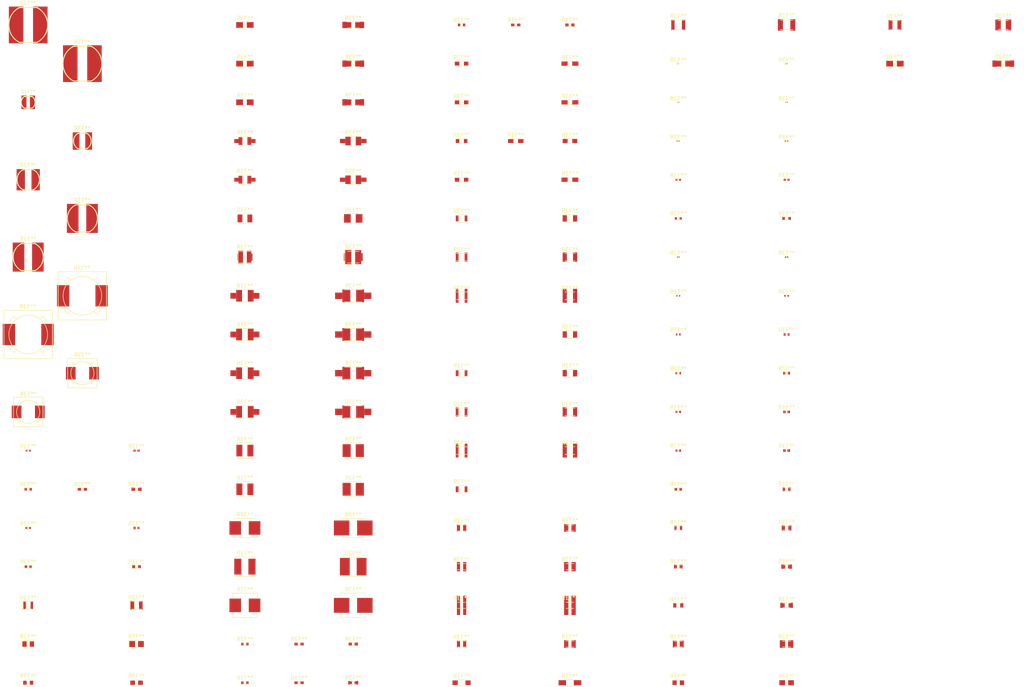
<source format=kicad_pcb>
(kicad_pcb (version 4) (host pcbnew 4.0.2-1.fc23-product)

  (general
    (links 0)
    (no_connects 0)
    (area 0 0 0 0)
    (thickness 1.6)
    (drawings 0)
    (tracks 0)
    (zones 0)
    (modules 0)
    (nets 1)
  )

  (page A4)
  (layers
    (0 F.Cu signal)
    (31 B.Cu signal)
    (32 B.Adhes user)
    (33 F.Adhes user)
    (34 B.Paste user)
    (35 F.Paste user)
    (36 B.SilkS user)
    (37 F.SilkS user)
    (38 B.Mask user)
    (39 F.Mask user)
    (40 Dwgs.User user)
    (41 Cmts.User user)
    (42 Eco1.User user)
    (43 Eco2.User user)
    (44 Edge.Cuts user)
    (45 Margin user)
    (46 B.CrtYd user)
    (47 F.CrtYd user)
    (48 B.Fab user)
    (49 F.Fab user)
  )

  (setup
    (last_trace_width 0.25)
    (trace_clearance 0.25)
    (zone_clearance 0.508)
    (zone_45_only no)
    (trace_min 0.2)
    (segment_width 0.2)
    (edge_width 0.1)
    (via_size 0.6)
    (via_drill 0.4)
    (via_min_size 0.4)
    (via_min_drill 0.3)
    (uvia_size 0.3)
    (uvia_drill 0.1)
    (uvias_allowed no)
    (uvia_min_size 0.2)
    (uvia_min_drill 0.1)
    (pcb_text_width 0.3)
    (pcb_text_size 1.5 1.5)
    (mod_edge_width 0.15)
    (mod_text_size 1 1)
    (mod_text_width 0.15)
    (pad_size 2.4 6.35)
    (pad_drill 0)
    (pad_to_mask_clearance 0)
    (aux_axis_origin 0 0)
    (visible_elements FFFFFF7F)
    (pcbplotparams
      (layerselection 0x00030_80000001)
      (usegerberextensions false)
      (excludeedgelayer true)
      (linewidth 0.100000)
      (plotframeref false)
      (viasonmask false)
      (mode 1)
      (useauxorigin false)
      (hpglpennumber 1)
      (hpglpenspeed 20)
      (hpglpendiameter 15)
      (hpglpenoverlay 2)
      (psnegative false)
      (psa4output false)
      (plotreference true)
      (plotvalue true)
      (plotinvisibletext false)
      (padsonsilk false)
      (subtractmaskfromsilk false)
      (outputformat 1)
      (mirror false)
      (drillshape 1)
      (scaleselection 1)
      (outputdirectory ""))
  )

  (net 0 "")

  (net_class Default "Это класс цепей по умолчанию."
    (clearance 0.25)
    (trace_width 0.25)
    (via_dia 0.6)
    (via_drill 0.4)
    (uvia_dia 0.3)
    (uvia_drill 0.1)
  )

(module CD104 (layer F.Cu) (tedit 573E2C10)
  (at 20 20)
  (tags "Surface Mount Power Inductor Package")
  (fp_text reference REF** (at 0 -5.6 180) (layer F.SilkS)
    (effects (font (size 1 1) (thickness 0.15)))
  )
  (fp_text value CD104 (at 0 0) (layer F.Fab)
    (effects (font (size 1 1) (thickness 0.15)))
  )
  (fp_line (start -5.25 5) (end -5.25 -5) (layer F.CrtYd) (width 0.05))
  (fp_line (start -5.25 -5) (end 5.25 -5) (layer F.CrtYd) (width 0.05))
  (fp_line (start 5.25 -5) (end 5.25 5) (layer F.CrtYd) (width 0.05))
  (fp_line (start 5.25 5) (end -5.25 5) (layer F.CrtYd) (width 0.05))
  (fp_arc (start 0 0) (end -2.25 4.5) (angle 126.5) (layer F.SilkS) (width 0.25))
  (fp_arc (start 0 0) (end 2.25 -4.5) (angle 126.5) (layer F.SilkS) (width 0.25))
  (fp_line (start -2.25 4.5) (end 2.25 4.5) (layer F.SilkS) (width 0.25))
  (fp_line (start -2.25 -4.5) (end 2.25 -4.5) (layer F.SilkS) (width 0.25))
  (pad 1 smd rect (at -3.125 0 90) (size 9.5 3.75) (layers F.Cu F.Paste F.Mask))
  (pad 2 smd rect (at 3.125 0 90) (size 9.5 3.75) (layers F.Cu F.Paste F.Mask))
  (model Inductors_SMD.3dshapes/CD104.wrl
    (at (xyz 0 0 0))
    (scale (xyz 1 1 1))
    (rotate (xyz 0 0 0))
  )
)
(module CD105 (layer F.Cu) (tedit 573E2C77)
  (at 34 30)
  (tags "Surface Mount Power Inductor Package")
  (fp_text reference REF** (at 0 -5.6 180) (layer F.SilkS)
    (effects (font (size 1 1) (thickness 0.15)))
  )
  (fp_text value CD105 (at 0 0) (layer F.Fab)
    (effects (font (size 1 1) (thickness 0.15)))
  )
  (fp_line (start -5.25 -5) (end 5.25 -5) (layer F.CrtYd) (width 0.05))
  (fp_line (start 5.25 -5) (end 5.25 5) (layer F.CrtYd) (width 0.05))
  (fp_line (start 5.25 5) (end -5.25 5) (layer F.CrtYd) (width 0.05))
  (fp_line (start -5.25 5) (end -5.25 -5) (layer F.CrtYd) (width 0.05))
  (fp_arc (start 0 0) (end -2.25 4.5) (angle 126.5) (layer F.SilkS) (width 0.25))
  (fp_arc (start 0 0) (end 2.25 -4.5) (angle 126.5) (layer F.SilkS) (width 0.25))
  (fp_line (start -2.25 4.5) (end 2.25 4.5) (layer F.SilkS) (width 0.25))
  (fp_line (start -2.25 -4.5) (end 2.25 -4.5) (layer F.SilkS) (width 0.25))
  (pad 1 smd rect (at -3.125 0 90) (size 9.5 3.75) (layers F.Cu F.Paste F.Mask))
  (pad 2 smd rect (at 3.125 0 90) (size 9.5 3.75) (layers F.Cu F.Paste F.Mask))
  (model Inductors_SMD.3dshapes/CD105.wrl
    (at (xyz 0 0 0))
    (scale (xyz 1 1 1))
    (rotate (xyz 0 0 0))
  )
)
(module CD32 (layer F.Cu) (tedit 573E2C99)
  (at 20 40)
  (tags "Surface Mount Power Inductor Package")
  (fp_text reference REF** (at 0 -2.75 180) (layer F.SilkS)
    (effects (font (size 0.862 0.862) (thickness 0.127)))
  )
  (fp_text value CD32 (at 0 0) (layer F.Fab)
    (effects (font (size 0.862 0.862) (thickness 0.127)))
  )
  (fp_line (start -2 -2) (end 2 -2) (layer F.CrtYd) (width 0.05))
  (fp_line (start 2 -2) (end 2 2) (layer F.CrtYd) (width 0.05))
  (fp_line (start 2 2) (end -2 2) (layer F.CrtYd) (width 0.05))
  (fp_line (start -2 2) (end -2 -2) (layer F.CrtYd) (width 0.05))
  (fp_line (start 1 -1.5) (end -1 -1.5) (layer F.SilkS) (width 0.25))
  (fp_line (start -1 1.5) (end 1 1.5) (layer F.SilkS) (width 0.25))
  (fp_arc (start 0 0) (end -1 1.5) (angle 112) (layer F.SilkS) (width 0.25))
  (fp_arc (start 0 0) (end 1 -1.5) (angle 112) (layer F.SilkS) (width 0.25))
  (pad 1 smd rect (at -1.1 0 90) (size 3.5 1.3) (layers F.Cu F.Paste F.Mask))
  (pad 2 smd rect (at 1.1 0 90) (size 3.5 1.3) (layers F.Cu F.Paste F.Mask))
  (model Inductors_SMD.3dshapes/CD32.wrl
    (at (xyz 0 0 0))
    (scale (xyz 1 1 1))
    (rotate (xyz 0 0 0))
  )
)
(module CD43 (layer F.Cu) (tedit 573E2CB5)
  (at 34 50)
  (tags "Surface Mount Power Inductor Package")
  (fp_text reference REF** (at 0 -3.3 180) (layer F.SilkS)
    (effects (font (size 1 1) (thickness 0.15)))
  )
  (fp_text value CD43 (at 0 0) (layer F.Fab)
    (effects (font (size 1 1) (thickness 0.15)))
  )
  (fp_line (start -2.75 2.5) (end -2.75 -2.5) (layer F.CrtYd) (width 0.05))
  (fp_line (start -2.75 -2.5) (end 2.75 -2.5) (layer F.CrtYd) (width 0.05))
  (fp_line (start 2.75 -2.5) (end 2.75 2.5) (layer F.CrtYd) (width 0.05))
  (fp_line (start 2.75 2.5) (end -2.75 2.5) (layer F.CrtYd) (width 0.05))
  (fp_arc (start 0 0) (end -1.1 2) (angle 122.2) (layer F.SilkS) (width 0.25))
  (fp_arc (start 0 0) (end 1.1 -2) (angle 122.2) (layer F.SilkS) (width 0.25))
  (fp_line (start -1.1 2) (end 1.1 2) (layer F.SilkS) (width 0.25))
  (fp_line (start -1.1 -2) (end 1.1 -2) (layer F.SilkS) (width 0.25))
  (pad 1 smd rect (at -1.625 0 90) (size 4.5 1.75) (layers F.Cu F.Paste F.Mask))
  (pad 2 smd rect (at 1.625 0 90) (size 4.5 1.75) (layers F.Cu F.Paste F.Mask))
  (model Inductors_SMD.3dshapes/CD43.wrl
    (at (xyz 0 0 0))
    (scale (xyz 1 1 1))
    (rotate (xyz 0 0 0))
  )
)
(module CD54 (layer F.Cu) (tedit 573E2CD2)
  (at 20 60)
  (tags "Surface Mount Power Inductor Package")
  (fp_text reference REF** (at 0 -3.75 180) (layer F.SilkS)
    (effects (font (size 1 1) (thickness 0.15)))
  )
  (fp_text value CD54 (at 0 0) (layer F.Fab)
    (effects (font (size 1 1) (thickness 0.15)))
  )
  (fp_line (start -3.25 -3) (end 3.25 -3) (layer F.CrtYd) (width 0.05))
  (fp_line (start 3.25 -3) (end 3.25 3) (layer F.CrtYd) (width 0.05))
  (fp_line (start 3.25 3) (end -3.25 3) (layer F.CrtYd) (width 0.05))
  (fp_line (start -3.25 3) (end -3.25 -3) (layer F.CrtYd) (width 0.05))
  (fp_arc (start 0 0) (end -1.3 2.6) (angle 126.5) (layer F.SilkS) (width 0.25))
  (fp_arc (start 0 0) (end 1.3 -2.6) (angle 126.5) (layer F.SilkS) (width 0.25))
  (fp_line (start -1.3 2.6) (end 1.3 2.6) (layer F.SilkS) (width 0.25))
  (fp_line (start -1.3 -2.6) (end 1.3 -2.6) (layer F.SilkS) (width 0.25))
  (pad 1 smd rect (at -1.925 0 90) (size 5.5 2.15) (layers F.Cu F.Paste F.Mask))
  (pad 2 smd rect (at 1.925 0 90) (size 5.5 2.15) (layers F.Cu F.Paste F.Mask))
  (model Inductors_SMD.3dshapes/CD54.wrl
    (at (xyz 0 0 0))
    (scale (xyz 1 1 1))
    (rotate (xyz 0 0 0))
  )
)
(module CD73 (layer F.Cu) (tedit 573E2CF8)
  (at 34 70)
  (tags "Surface Mount Power Inductor Package")
  (fp_text reference REF** (at 0 -4.7 180) (layer F.SilkS)
    (effects (font (size 1 1) (thickness 0.15)))
  )
  (fp_text value CD73 (at 0 0) (layer F.Fab)
    (effects (font (size 1 1) (thickness 0.15)))
  )
  (fp_line (start -4.25 -4) (end 4.25 -4) (layer F.CrtYd) (width 0.05))
  (fp_line (start 4.25 -4) (end 4.25 4) (layer F.CrtYd) (width 0.05))
  (fp_line (start 4.25 4) (end -4.25 4) (layer F.CrtYd) (width 0.05))
  (fp_line (start -4.25 4) (end -4.25 -4) (layer F.CrtYd) (width 0.05))
  (fp_arc (start 0 0) (end -1.7 3.5) (angle 128) (layer F.SilkS) (width 0.25))
  (fp_arc (start 0 0) (end 1.7 -3.5) (angle 128) (layer F.SilkS) (width 0.25))
  (fp_line (start -1.7 3.5) (end 1.7 3.5) (layer F.SilkS) (width 0.25))
  (fp_line (start -1.7 -3.5) (end 1.7 -3.5) (layer F.SilkS) (width 0.25))
  (pad 1 smd rect (at -2.5 0 90) (size 7.5 3) (layers F.Cu F.Paste F.Mask))
  (pad 2 smd rect (at 2.5 0 90) (size 7.5 3) (layers F.Cu F.Paste F.Mask))
  (model Inductors_SMD.3dshapes/CD73.wrl
    (at (xyz 0 0 0))
    (scale (xyz 1 1 1))
    (rotate (xyz 0 0 0))
  )
)
(module CD75 (layer F.Cu) (tedit 573E2D18)
  (at 20 80)
  (tags "Surface Mount Power Inductor Package")
  (fp_text reference REF** (at 0 -4.7 180) (layer F.SilkS)
    (effects (font (size 1 1) (thickness 0.15)))
  )
  (fp_text value CD75 (at 0 0) (layer F.Fab)
    (effects (font (size 1 1) (thickness 0.15)))
  )
  (fp_line (start -4.25 -4) (end 4.25 -4) (layer F.CrtYd) (width 0.05))
  (fp_line (start 4.25 -4) (end 4.25 4) (layer F.CrtYd) (width 0.05))
  (fp_line (start 4.25 4) (end -4.25 4) (layer F.CrtYd) (width 0.05))
  (fp_line (start -4.25 4) (end -4.25 -4) (layer F.CrtYd) (width 0.05))
  (fp_arc (start 0 0) (end -1.7 3.5) (angle 128) (layer F.SilkS) (width 0.25))
  (fp_arc (start 0 0) (end 1.7 -3.5) (angle 128) (layer F.SilkS) (width 0.25))
  (fp_line (start -1.7 3.5) (end 1.7 3.5) (layer F.SilkS) (width 0.25))
  (fp_line (start -1.7 -3.5) (end 1.7 -3.5) (layer F.SilkS) (width 0.25))
  (pad 1 smd rect (at -2.5 0 90) (size 7.5 3) (layers F.Cu F.Paste F.Mask))
  (pad 2 smd rect (at 2.5 0 90) (size 7.5 3) (layers F.Cu F.Paste F.Mask))
  (model Inductors_SMD.3dshapes/CD75.wrl
    (at (xyz 0 0 0))
    (scale (xyz 1 1 1))
    (rotate (xyz 0 0 0))
  )
)
(module DR125 (layer F.Cu) (tedit 573E2D57)
  (at 34 90)
  (tags "Surface Mount Shielded Power Inductor Package")
  (fp_text reference REF** (at -0.1 -7.2) (layer F.SilkS)
    (effects (font (size 1 1) (thickness 0.15)))
  )
  (fp_text value DR125 (at 0 0) (layer F.Fab)
    (effects (font (size 1 1) (thickness 0.15)))
  )
  (fp_line (start -6.75 -6.5) (end 6.75 -6.5) (layer F.CrtYd) (width 0.05))
  (fp_line (start 6.75 -6.5) (end 6.75 6.5) (layer F.CrtYd) (width 0.05))
  (fp_line (start 6.75 6.5) (end -6.75 6.5) (layer F.CrtYd) (width 0.05))
  (fp_line (start -6.75 6.5) (end -6.75 -6.5) (layer F.CrtYd) (width 0.05))
  (fp_line (start 3.7 4.7) (end 4.7 3.7) (layer F.SilkS) (width 0.15))
  (fp_line (start 4 3) (end 4.7 3.7) (layer F.SilkS) (width 0.15))
  (fp_line (start 3 4) (end 3.7 4.7) (layer F.SilkS) (width 0.15))
  (fp_line (start -3.7 4.7) (end -4.7 3.7) (layer F.SilkS) (width 0.15))
  (fp_line (start -3 4) (end -3.7 4.7) (layer F.SilkS) (width 0.15))
  (fp_line (start -4 3) (end -4.7 3.7) (layer F.SilkS) (width 0.15))
  (fp_line (start 3.7 -4.7) (end 4.7 -3.7) (layer F.SilkS) (width 0.15))
  (fp_line (start 4 -3) (end 4.7 -3.7) (layer F.SilkS) (width 0.15))
  (fp_line (start 3 -4) (end 3.7 -4.7) (layer F.SilkS) (width 0.15))
  (fp_line (start -3 -4) (end -3.7 -4.7) (layer F.SilkS) (width 0.15))
  (fp_line (start -3.7 -4.7) (end -4.7 -3.7) (layer F.SilkS) (width 0.15))
  (fp_line (start -4 -3) (end -4.7 -3.7) (layer F.SilkS) (width 0.15))
  (fp_circle (center 0 0) (end 5 0) (layer F.SilkS) (width 0.15))
  (fp_line (start -6.25 -6.25) (end 6.25 -6.25) (layer F.SilkS) (width 0.15))
  (fp_line (start 6.25 -6.25) (end 6.25 6.25) (layer F.SilkS) (width 0.15))
  (fp_line (start 6.25 6.25) (end -6.25 6.25) (layer F.SilkS) (width 0.15))
  (fp_line (start -6.25 6.25) (end -6.25 -6.25) (layer F.SilkS) (width 0.15))
  (pad 1 smd rect (at -4.975 0 90) (size 5.5 3.2) (layers F.Cu F.Paste F.Mask))
  (pad 2 smd rect (at 4.975 0 90) (size 5.5 3.2) (layers F.Cu F.Paste F.Mask))
  (model Inductors_SMD.3dshapes/DR125.wrl
    (at (xyz 0 0 0))
    (scale (xyz 1 1 1))
    (rotate (xyz 0 0 0))
  )
)
(module DR127 (layer F.Cu) (tedit 573E2DCE)
  (at 20 100)
  (tags "Surface Mount Shielded Power Inductor Package")
  (fp_text reference REF** (at -0.1 -7.2) (layer F.SilkS)
    (effects (font (size 1 1) (thickness 0.15)))
  )
  (fp_text value DR127 (at 0 0) (layer F.Fab)
    (effects (font (size 1 1) (thickness 0.15)))
  )
  (fp_line (start -6.8 -6.5) (end 6.8 -6.5) (layer F.CrtYd) (width 0.05))
  (fp_line (start 6.8 -6.5) (end 6.8 6.5) (layer F.CrtYd) (width 0.05))
  (fp_line (start 6.8 6.5) (end -6.8 6.5) (layer F.CrtYd) (width 0.05))
  (fp_line (start -6.8 6.5) (end -6.8 -6.5) (layer F.CrtYd) (width 0.05))
  (fp_line (start 3.7 4.7) (end 4.7 3.7) (layer F.SilkS) (width 0.15))
  (fp_line (start 4 3) (end 4.7 3.7) (layer F.SilkS) (width 0.15))
  (fp_line (start 3 4) (end 3.7 4.7) (layer F.SilkS) (width 0.15))
  (fp_line (start -3.7 4.7) (end -4.7 3.7) (layer F.SilkS) (width 0.15))
  (fp_line (start -3 4) (end -3.7 4.7) (layer F.SilkS) (width 0.15))
  (fp_line (start -4 3) (end -4.7 3.7) (layer F.SilkS) (width 0.15))
  (fp_line (start 3.7 -4.7) (end 4.7 -3.7) (layer F.SilkS) (width 0.15))
  (fp_line (start 4 -3) (end 4.7 -3.7) (layer F.SilkS) (width 0.15))
  (fp_line (start 3 -4) (end 3.7 -4.7) (layer F.SilkS) (width 0.15))
  (fp_line (start -3 -4) (end -3.7 -4.7) (layer F.SilkS) (width 0.15))
  (fp_line (start -3.7 -4.7) (end -4.7 -3.7) (layer F.SilkS) (width 0.15))
  (fp_line (start -4 -3) (end -4.7 -3.7) (layer F.SilkS) (width 0.15))
  (fp_circle (center 0 0) (end 5 0) (layer F.SilkS) (width 0.15))
  (fp_line (start -6.25 -6.25) (end 6.25 -6.25) (layer F.SilkS) (width 0.15))
  (fp_line (start 6.25 -6.25) (end 6.25 6.25) (layer F.SilkS) (width 0.15))
  (fp_line (start 6.25 6.25) (end -6.25 6.25) (layer F.SilkS) (width 0.15))
  (fp_line (start -6.25 6.25) (end -6.25 -6.25) (layer F.SilkS) (width 0.15))
  (pad 1 smd rect (at -4.975 0 90) (size 5.5 3.2) (layers F.Cu F.Paste F.Mask))
  (pad 2 smd rect (at 4.975 0 90) (size 5.5 3.2) (layers F.Cu F.Paste F.Mask))
  (model Inductors_SMD.3dshapes/DR127.wrl
    (at (xyz 0 0 0))
    (scale (xyz 1 1 1))
    (rotate (xyz 0 0 0))
  )
)
(module DR73 (layer F.Cu) (tedit 573E2E92)
  (at 34 110)
  (tags "Surface Mount Shielded Power Inductor Package")
  (fp_text reference REF** (at 0 -4.75) (layer F.SilkS)
    (effects (font (size 1 1) (thickness 0.15)))
  )
  (fp_text value DR73 (at 0 0) (layer F.Fab)
    (effects (font (size 1 1) (thickness 0.15)))
  )
  (fp_line (start -4.5 -4.05) (end 4.5 -4.05) (layer F.CrtYd) (width 0.05))
  (fp_line (start 4.5 -4.05) (end 4.5 4.05) (layer F.CrtYd) (width 0.05))
  (fp_line (start 4.5 4.05) (end -4.5 4.05) (layer F.CrtYd) (width 0.05))
  (fp_line (start -4.5 4.05) (end -4.5 -4.05) (layer F.CrtYd) (width 0.05))
  (fp_line (start 1.9 2.3) (end 2.3 2.7) (layer F.SilkS) (width 0.15))
  (fp_line (start 2.3 2.7) (end 2.7 2.3) (layer F.SilkS) (width 0.15))
  (fp_line (start 2.7 2.3) (end 2.3 1.9) (layer F.SilkS) (width 0.15))
  (fp_line (start -2.3 1.9) (end -2.7 2.3) (layer F.SilkS) (width 0.15))
  (fp_line (start -2.7 2.3) (end -2.3 2.7) (layer F.SilkS) (width 0.15))
  (fp_line (start -2.3 2.7) (end -1.9 2.3) (layer F.SilkS) (width 0.15))
  (fp_line (start 2.7 -2.3) (end 2.3 -2.7) (layer F.SilkS) (width 0.15))
  (fp_line (start 2.3 -2.7) (end 1.9 -2.3) (layer F.SilkS) (width 0.15))
  (fp_line (start 2.3 -1.9) (end 2.7 -2.3) (layer F.SilkS) (width 0.15))
  (fp_line (start -2.3 -1.9) (end -2.7 -2.3) (layer F.SilkS) (width 0.15))
  (fp_line (start -2.7 -2.3) (end -2.3 -2.7) (layer F.SilkS) (width 0.15))
  (fp_line (start -2.3 -2.7) (end -1.9 -2.3) (layer F.SilkS) (width 0.15))
  (fp_circle (center 0 0) (end 3 0) (layer F.SilkS) (width 0.15))
  (fp_line (start -3.8 -3.8) (end 3.8 -3.8) (layer F.SilkS) (width 0.15))
  (fp_line (start 3.8 -3.8) (end 3.8 3.8) (layer F.SilkS) (width 0.15))
  (fp_line (start 3.8 3.8) (end -3.8 3.8) (layer F.SilkS) (width 0.15))
  (fp_line (start -3.8 3.8) (end -3.8 -3.8) (layer F.SilkS) (width 0.15))
  (pad 1 smd rect (at -3 0 90) (size 3.25 2.5) (layers F.Cu F.Paste F.Mask))
  (pad 2 smd rect (at 3 0 90) (size 3.25 2.5) (layers F.Cu F.Paste F.Mask))
  (model Inductors_SMD.3dshapes/DR73.wrl
    (at (xyz 0 0 0))
    (scale (xyz 1 1 1))
    (rotate (xyz 0 0 0))
  )
)
(module DR74 (layer F.Cu) (tedit 573E2ECD)
  (at 20 120)
  (tags "Surface Mount Shielded Power Inductor Package")
  (fp_text reference REF** (at 0 -4.6) (layer F.SilkS)
    (effects (font (size 1 1) (thickness 0.15)))
  )
  (fp_text value DR74 (at 0 0) (layer F.Fab)
    (effects (font (size 1 1) (thickness 0.15)))
  )
  (fp_line (start -4.5 4.05) (end -4.5 -4.05) (layer F.CrtYd) (width 0.05))
  (fp_line (start -4.5 -4.05) (end 4.5 -4.05) (layer F.CrtYd) (width 0.05))
  (fp_line (start 4.5 -4.05) (end 4.5 4.05) (layer F.CrtYd) (width 0.05))
  (fp_line (start 4.5 4.05) (end -4.5 4.05) (layer F.CrtYd) (width 0.05))
  (fp_line (start 1.9 2.3) (end 2.3 2.7) (layer F.SilkS) (width 0.15))
  (fp_line (start 2.3 2.7) (end 2.7 2.3) (layer F.SilkS) (width 0.15))
  (fp_line (start 2.7 2.3) (end 2.3 1.9) (layer F.SilkS) (width 0.15))
  (fp_line (start -2.3 1.9) (end -2.7 2.3) (layer F.SilkS) (width 0.15))
  (fp_line (start -2.7 2.3) (end -2.3 2.7) (layer F.SilkS) (width 0.15))
  (fp_line (start -2.3 2.7) (end -1.9 2.3) (layer F.SilkS) (width 0.15))
  (fp_line (start 2.7 -2.3) (end 2.3 -2.7) (layer F.SilkS) (width 0.15))
  (fp_line (start 2.3 -2.7) (end 1.9 -2.3) (layer F.SilkS) (width 0.15))
  (fp_line (start 2.3 -1.9) (end 2.7 -2.3) (layer F.SilkS) (width 0.15))
  (fp_line (start -2.3 -1.9) (end -2.7 -2.3) (layer F.SilkS) (width 0.15))
  (fp_line (start -2.7 -2.3) (end -2.3 -2.7) (layer F.SilkS) (width 0.15))
  (fp_line (start -2.3 -2.7) (end -1.9 -2.3) (layer F.SilkS) (width 0.15))
  (fp_circle (center 0 0) (end 3 0) (layer F.SilkS) (width 0.15))
  (fp_line (start -3.8 -3.8) (end 3.8 -3.8) (layer F.SilkS) (width 0.15))
  (fp_line (start 3.8 -3.8) (end 3.8 3.8) (layer F.SilkS) (width 0.15))
  (fp_line (start 3.8 3.8) (end -3.8 3.8) (layer F.SilkS) (width 0.15))
  (fp_line (start -3.8 3.8) (end -3.8 -3.8) (layer F.SilkS) (width 0.15))
  (pad 1 smd rect (at -3 0 90) (size 3.25 2.5) (layers F.Cu F.Paste F.Mask))
  (pad 2 smd rect (at 3 0 90) (size 3.25 2.5) (layers F.Cu F.Paste F.Mask))
  (model Inductors_SMD.3dshapes/DR74.wrl
    (at (xyz 0 0 0))
    (scale (xyz 1 1 1))
    (rotate (xyz 0 0 0))
  )
)
(module LQB15NN (layer F.Cu)
  (at 48 130)
  (descr "Inductor SMD LQB15NN, Size 0402/1005, Hand soldering")
  (tags "inductor LQB15NN 0402/1005 hand")
  (attr smd)
  (fp_text reference REF** (at 0 -1.125) (layer F.SilkS)
    (effects (font (size 1 1) (thickness 0.15)))
  )
  (fp_text value LQB15NN_Hand (at 0 0) (layer F.Fab)
    (effects (font (size 1 1) (thickness 0.15)))
  )
  (pad 1 smd rect (at -0.50625 0) (size 0.6125 0.55) (layers F.Cu F.Paste F.Mask))
  (pad 2 smd rect (at 0.50625 0) (size 0.6125 0.55) (layers F.Cu F.Paste F.Mask))
  (fp_line (start -0.5 -0.25) (end 0.5 -0.25) (layer F.SilkS) (width 0.10))
  (fp_line (start -0.5 0.25) (end 0.5 0.25) (layer F.SilkS) (width 0.10))
  (fp_line (start -0.9625 -0.425) (end 0.9625 -0.425) (layer F.CrtYd) (width 0.05))
  (fp_line (start -0.9625 0.425) (end 0.9625 0.425) (layer F.CrtYd) (width 0.05))
  (fp_line (start -0.9625 -0.425) (end -0.9625 0.425) (layer F.CrtYd) (width 0.05))
  (fp_line (start 0.9625 -0.425) (end 0.9625 0.425) (layer F.CrtYd) (width 0.05))
  (model Inductors_SMD.3dshapes/LQB15NN.wrl
    (at (xyz 0 0 0))
    (scale (xyz 1 1 1))
    (rotate (xyz 0 0 0))
  )
)
(module LQB15NN (layer F.Cu)
  (at 20 130)
  (descr "Inductor SMD LQB15NN, Size 0402/1005, Reflow soldering")
  (tags "inductor LQB15NN 0402/1005 reflow")
  (attr smd)
  (fp_text reference REF** (at 0 -1.1) (layer F.SilkS)
    (effects (font (size 1 1) (thickness 0.15)))
  )
  (fp_text value LQB15NN_Reflow (at 0 0) (layer F.Fab)
    (effects (font (size 1 1) (thickness 0.15)))
  )
  (pad 1 smd rect (at -0.425 0) (size 0.45 0.5) (layers F.Cu F.Paste F.Mask))
  (pad 2 smd rect (at 0.425 0) (size 0.45 0.5) (layers F.Cu F.Paste F.Mask))
  (fp_line (start -0.5 -0.25) (end 0.5 -0.25) (layer F.SilkS) (width 0.10))
  (fp_line (start -0.5 0.25) (end 0.5 0.25) (layer F.SilkS) (width 0.10))
  (fp_line (start -0.8 -0.4) (end 0.8 -0.4) (layer F.CrtYd) (width 0.05))
  (fp_line (start -0.8 0.4) (end 0.8 0.4) (layer F.CrtYd) (width 0.05))
  (fp_line (start -0.8 -0.4) (end -0.8 0.4) (layer F.CrtYd) (width 0.05))
  (fp_line (start 0.8 -0.4) (end 0.8 0.4) (layer F.CrtYd) (width 0.05))
  (model Inductors_SMD.3dshapes/LQB15NN.wrl
    (at (xyz 0 0 0))
    (scale (xyz 1 1 1))
    (rotate (xyz 0 0 0))
  )
)
(module LQB18N (layer F.Cu)
  (at 34 140)
  (descr "Inductor SMD LQB18N, Size 0603/1608, Flow soldering")
  (tags "inductor LQB18N 0603/1608 flow")
  (attr smd)
  (fp_text reference REF** (at 0 -1.25) (layer F.SilkS)
    (effects (font (size 1 1) (thickness 0.15)))
  )
  (fp_text value LQB18N_Flow (at 0 0) (layer F.Fab)
    (effects (font (size 1 1) (thickness 0.15)))
  )
  (pad 1 smd rect (at -0.775 0) (size 0.85 0.7) (layers F.Cu F.Paste F.Mask))
  (pad 2 smd rect (at 0.775 0) (size 0.85 0.7) (layers F.Cu F.Paste F.Mask))
  (fp_line (start -0.8 -0.4) (end 0.8 -0.4) (layer F.SilkS) (width 0.10))
  (fp_line (start -0.8 0.4) (end 0.8 0.4) (layer F.SilkS) (width 0.10))
  (fp_line (start -1.35 -0.55) (end 1.35 -0.55) (layer F.CrtYd) (width 0.05))
  (fp_line (start -1.35 0.55) (end 1.35 0.55) (layer F.CrtYd) (width 0.05))
  (fp_line (start -1.35 -0.55) (end -1.35 0.55) (layer F.CrtYd) (width 0.05))
  (fp_line (start 1.35 -0.55) (end 1.35 0.55) (layer F.CrtYd) (width 0.05))
  (model Inductors_SMD.3dshapes/LQM18F.wrl
    (at (xyz 0 0 0))
    (scale (xyz 1 1 1))
    (rotate (xyz 0 0 0))
  )
)
(module LQB18N (layer F.Cu)
  (at 48 140)
  (descr "Inductor SMD LQB18N, Size 0603/1608, Hand soldering")
  (tags "inductor LQB18N 0603/1608 hand")
  (attr smd)
  (fp_text reference REF** (at 0 -1.3) (layer F.SilkS)
    (effects (font (size 1 1) (thickness 0.15)))
  )
  (fp_text value LQB18N_Hand (at 0 0) (layer F.Fab)
    (effects (font (size 1 1) (thickness 0.15)))
  )
  (pad 1 smd rect (at -0.825 0) (size 0.95 0.9) (layers F.Cu F.Paste F.Mask))
  (pad 2 smd rect (at 0.825 0) (size 0.95 0.9) (layers F.Cu F.Paste F.Mask))
  (fp_line (start -0.8 -0.4) (end 0.8 -0.4) (layer F.SilkS) (width 0.10))
  (fp_line (start -0.8 0.4) (end 0.8 0.4) (layer F.SilkS) (width 0.10))
  (fp_line (start -1.45 -0.6) (end 1.45 -0.6) (layer F.CrtYd) (width 0.05))
  (fp_line (start -1.45 0.6) (end 1.45 0.6) (layer F.CrtYd) (width 0.05))
  (fp_line (start -1.45 -0.6) (end -1.45 0.6) (layer F.CrtYd) (width 0.05))
  (fp_line (start 1.45 -0.6) (end 1.45 0.6) (layer F.CrtYd) (width 0.05))
  (model Inductors_SMD.3dshapes/LQM18F.wrl
    (at (xyz 0 0 0))
    (scale (xyz 1 1 1))
    (rotate (xyz 0 0 0))
  )
)
(module LQB18N (layer F.Cu)
  (at 20 140)
  (descr "Inductor SMD LQB18N, Size 0603/1608, Reflow soldering")
  (tags "inductor LQB18N 0603/1608 reflow")
  (attr smd)
  (fp_text reference REF** (at 0 -1.25) (layer F.SilkS)
    (effects (font (size 1 1) (thickness 0.15)))
  )
  (fp_text value LQB18N_Reflow (at 0 0) (layer F.Fab)
    (effects (font (size 1 1) (thickness 0.15)))
  )
  (pad 1 smd rect (at -0.65 0) (size 0.6 0.7) (layers F.Cu F.Paste F.Mask))
  (pad 2 smd rect (at 0.65 0) (size 0.6 0.7) (layers F.Cu F.Paste F.Mask))
  (fp_line (start -0.8 -0.4) (end 0.8 -0.4) (layer F.SilkS) (width 0.10))
  (fp_line (start -0.8 0.4) (end 0.8 0.4) (layer F.SilkS) (width 0.10))
  (fp_line (start -1.1 -0.55) (end 1.1 -0.55) (layer F.CrtYd) (width 0.05))
  (fp_line (start -1.1 0.55) (end 1.1 0.55) (layer F.CrtYd) (width 0.05))
  (fp_line (start -1.1 -0.55) (end -1.1 0.55) (layer F.CrtYd) (width 0.05))
  (fp_line (start 1.1 -0.55) (end 1.1 0.55) (layer F.CrtYd) (width 0.05))
  (model Inductors_SMD.3dshapes/LQM18F.wrl
    (at (xyz 0 0 0))
    (scale (xyz 1 1 1))
    (rotate (xyz 0 0 0))
  )
)
(module LQG15H (layer F.Cu)
  (at 48 150)
  (descr "Inductor SMD LQG15H, Size 0402/1005, Hand soldering")
  (tags "inductor LQG15H 0402/1005 hand")
  (attr smd)
  (fp_text reference REF** (at 0 -1.15) (layer F.SilkS)
    (effects (font (size 1 1) (thickness 0.15)))
  )
  (fp_text value LQG15H_Hand (at 0 0) (layer F.Fab)
    (effects (font (size 1 1) (thickness 0.15)))
  )
  (pad 1 smd rect (at -0.475 0) (size 0.55 0.6) (layers F.Cu F.Paste F.Mask))
  (pad 2 smd rect (at 0.475 0) (size 0.55 0.6) (layers F.Cu F.Paste F.Mask))
  (fp_line (start -0.5 -0.25) (end 0.5 -0.25) (layer F.SilkS) (width 0.10))
  (fp_line (start -0.5 0.25) (end 0.5 0.25) (layer F.SilkS) (width 0.10))
  (fp_line (start -0.05 -0.25) (end -0.05 0.25) (layer F.SilkS) (width 0.10))
  (fp_line (start -0.9 -0.45) (end -0.05 -0.45) (layer F.SilkS) (width 0.10))
  (fp_line (start -0.9 0.45) (end -0.05 0.45) (layer F.SilkS) (width 0.10))
  (fp_line (start -0.9 0.45) (end -0.9 -0.45) (layer F.SilkS) (width 0.10))
  (fp_line (start -0.9 -0.45) (end 0.9 -0.45) (layer F.CrtYd) (width 0.05))
  (fp_line (start -0.9 0.45) (end 0.9 0.45) (layer F.CrtYd) (width 0.05))
  (fp_line (start -0.9 -0.45) (end -0.9 0.45) (layer F.CrtYd) (width 0.05))
  (fp_line (start 0.9 -0.45) (end 0.9 0.45) (layer F.CrtYd) (width 0.05))
  (model Inductors_SMD.3dshapes/LQG15H.wrl
    (at (xyz 0 0 0))
    (scale (xyz 1 1 1))
    (rotate (xyz 0 0 0))
  )
)
(module LQG15H (layer F.Cu)
  (at 20 150)
  (descr "Inductor SMD LQG15H, Size 0402/1005, Reflow soldering")
  (tags "inductor LQG15H 0402/1005 reflow")
  (attr smd)
  (fp_text reference REF** (at 0 -1.1) (layer F.SilkS)
    (effects (font (size 1 1) (thickness 0.15)))
  )
  (fp_text value LQG15H_Reflow (at 0 0) (layer F.Fab)
    (effects (font (size 1 1) (thickness 0.15)))
  )
  (pad 1 smd rect (at -0.45 0) (size 0.5 0.5) (layers F.Cu F.Paste F.Mask))
  (pad 2 smd rect (at 0.45 0) (size 0.5 0.5) (layers F.Cu F.Paste F.Mask))
  (fp_line (start -0.5 -0.25) (end 0.5 -0.25) (layer F.SilkS) (width 0.10))
  (fp_line (start -0.5 0.25) (end 0.5 0.25) (layer F.SilkS) (width 0.10))
  (fp_line (start -0.05 -0.25) (end -0.05 0.25) (layer F.SilkS) (width 0.10))
  (fp_line (start -0.85 -0.4) (end -0.05 -0.4) (layer F.SilkS) (width 0.10))
  (fp_line (start -0.85 0.4) (end -0.05 0.4) (layer F.SilkS) (width 0.10))
  (fp_line (start -0.85 0.4) (end -0.85 -0.4) (layer F.SilkS) (width 0.10))
  (fp_line (start -0.85 -0.4) (end 0.85 -0.4) (layer F.CrtYd) (width 0.05))
  (fp_line (start -0.85 0.4) (end 0.85 0.4) (layer F.CrtYd) (width 0.05))
  (fp_line (start -0.85 -0.4) (end -0.85 0.4) (layer F.CrtYd) (width 0.05))
  (fp_line (start 0.85 -0.4) (end 0.85 0.4) (layer F.CrtYd) (width 0.05))
  (model Inductors_SMD.3dshapes/LQG15H.wrl
    (at (xyz 0 0 0))
    (scale (xyz 1 1 1))
    (rotate (xyz 0 0 0))
  )
)
(module LQG18H (layer F.Cu)
  (at 48 160)
  (descr "Inductor SMD LQG18H, Size 0603/1608, Hand soldering")
  (tags "inductor LQG18H 0603/1608 hand")
  (attr smd)
  (fp_text reference REF** (at 0 -1.25) (layer F.SilkS)
    (effects (font (size 1 1) (thickness 0.15)))
  )
  (fp_text value LQG18H_Hand (at 0 0) (layer F.Fab)
    (effects (font (size 1 1) (thickness 0.15)))
  )
  (pad 1 smd rect (at -0.75 0) (size 0.7 0.8) (layers F.Cu F.Paste F.Mask))
  (pad 2 smd rect (at 0.75 0) (size 0.7 0.8) (layers F.Cu F.Paste F.Mask))
  (fp_line (start -0.8 -0.4) (end 0.8 -0.4) (layer F.SilkS) (width 0.10))
  (fp_line (start -0.8 0.4) (end 0.8 0.4) (layer F.SilkS) (width 0.10))
  (fp_line (start -0.25 -0.4) (end -0.25 0.4) (layer F.SilkS) (width 0.10))
  (fp_line (start -1.25 -0.55) (end -0.25 -0.55) (layer F.SilkS) (width 0.10))
  (fp_line (start -1.25 0.55) (end -0.25 0.55) (layer F.SilkS) (width 0.10))
  (fp_line (start -1.25 0.55) (end -1.25 -0.55) (layer F.SilkS) (width 0.10))
  (fp_line (start -1.25 -0.55) (end 1.25 -0.55) (layer F.CrtYd) (width 0.05))
  (fp_line (start -1.25 0.55) (end 1.25 0.55) (layer F.CrtYd) (width 0.05))
  (fp_line (start -1.25 -0.55) (end -1.25 0.55) (layer F.CrtYd) (width 0.05))
  (fp_line (start 1.25 -0.55) (end 1.25 0.55) (layer F.CrtYd) (width 0.05))
  (model Inductors_SMD.3dshapes/LQG18H.wrl
    (at (xyz 0 0 0))
    (scale (xyz 1 1 1))
    (rotate (xyz 0 0 0))
  )
)
(module LQG18H (layer F.Cu)
  (at 20 160)
  (descr "Inductor SMD LQG18H, Size 0603/1608, Reflow soldering")
  (tags "inductor LQG18H 0603/1608 reflow")
  (attr smd)
  (fp_text reference REF** (at 0 -1.25) (layer F.SilkS)
    (effects (font (size 1 1) (thickness 0.15)))
  )
  (fp_text value LQG18H_Reflow (at 0 0) (layer F.Fab)
    (effects (font (size 1 1) (thickness 0.15)))
  )
  (pad 1 smd rect (at -0.6 0) (size 0.6 0.6) (layers F.Cu F.Paste F.Mask))
  (pad 2 smd rect (at 0.6 0) (size 0.6 0.6) (layers F.Cu F.Paste F.Mask))
  (fp_line (start -0.8 -0.4) (end 0.8 -0.4) (layer F.SilkS) (width 0.10))
  (fp_line (start -0.8 0.4) (end 0.8 0.4) (layer F.SilkS) (width 0.10))
  (fp_line (start -0.15 -0.4) (end -0.15 0.4) (layer F.SilkS) (width 0.10))
  (fp_line (start -1.05 -0.45) (end -0.15 -0.45) (layer F.SilkS) (width 0.10))
  (fp_line (start -1.05 0.45) (end -0.15 0.45) (layer F.SilkS) (width 0.10))
  (fp_line (start -1.05 0.45) (end -1.05 -0.45) (layer F.SilkS) (width 0.10))
  (fp_line (start -1.05 -0.55) (end 1.05 -0.55) (layer F.CrtYd) (width 0.05))
  (fp_line (start -1.05 0.55) (end 1.05 0.55) (layer F.CrtYd) (width 0.05))
  (fp_line (start -1.05 -0.55) (end -1.05 0.55) (layer F.CrtYd) (width 0.05))
  (fp_line (start 1.05 -0.55) (end 1.05 0.55) (layer F.CrtYd) (width 0.05))
  (model Inductors_SMD.3dshapes/LQG18H.wrl
    (at (xyz 0 0 0))
    (scale (xyz 1 1 1))
    (rotate (xyz 0 0 0))
  )
)
(module LQH2HP_GR (layer F.Cu)
  (at 48 170)
  (descr "Inductor SMD LQH2HP_GR, Size 1008/2520, Hand soldering")
  (tags "inductor LQH2HP_GR 1008/2520 hand")
  (attr smd)
  (fp_text reference REF** (at 0 -2.05) (layer F.SilkS)
    (effects (font (size 1 1) (thickness 0.15)))
  )
  (fp_text value LQH2HP_GR_Hand (at 0 0) (layer F.Fab)
    (effects (font (size 1 1) (thickness 0.15)))
  )
  (pad 1 smd rect (at -1.09375 0) (size 0.9375 2.2) (layers F.Cu F.Paste F.Mask))
  (pad 2 smd rect (at 1.09375 0) (size 0.9375 2.2) (layers F.Cu F.Paste F.Mask))
  (fp_line (start -1.25 -1) (end 1.25 -1) (layer F.SilkS) (width 0.15))
  (fp_line (start -1.25 1) (end 1.25 1) (layer F.SilkS) (width 0.15))
  (fp_line (start -0.475 -1) (end -0.475 1) (layer F.SilkS) (width 0.15))
  (fp_line (start -1.7125 -1.25) (end -0.475 -1.25) (layer F.SilkS) (width 0.15))
  (fp_line (start -1.7125 1.25) (end -0.475 1.25) (layer F.SilkS) (width 0.15))
  (fp_line (start -1.7125 1.25) (end -1.7125 -1.25) (layer F.SilkS) (width 0.15))
  (fp_line (start -1.8125 -1.35) (end 1.8125 -1.35) (layer F.CrtYd) (width 0.05))
  (fp_line (start -1.8125 1.35) (end 1.8125 1.35) (layer F.CrtYd) (width 0.05))
  (fp_line (start -1.8125 -1.35) (end -1.8125 1.35) (layer F.CrtYd) (width 0.05))
  (fp_line (start 1.8125 -1.35) (end 1.8125 1.35) (layer F.CrtYd) (width 0.05))
  (model Inductors_SMD.3dshapes/LQH2HP.wrl
    (at (xyz 0 0 0))
    (scale (xyz 1 1 1))
    (rotate (xyz 0 0 0))
  )
)
(module LQH2HP_GR (layer F.Cu)
  (at 20 170)
  (descr "Inductor SMD LQH2HP_GR, Size 1008/2520, Reflow soldering")
  (tags "inductor LQH2HP_GR 1008/2520 reflow")
  (attr smd)
  (fp_text reference REF** (at 0 -1.95) (layer F.SilkS)
    (effects (font (size 1 1) (thickness 0.15)))
  )
  (fp_text value LQH2HP_GR_Reflow (at 0 0) (layer F.Fab)
    (effects (font (size 1 1) (thickness 0.15)))
  )
  (pad 1 smd rect (at -0.9375 0) (size 0.625 2) (layers F.Cu F.Paste F.Mask))
  (pad 2 smd rect (at 0.9375 0) (size 0.625 2) (layers F.Cu F.Paste F.Mask))
  (fp_line (start -1.25 -1) (end 1.25 -1) (layer F.SilkS) (width 0.15))
  (fp_line (start -1.25 1) (end 1.25 1) (layer F.SilkS) (width 0.15))
  (fp_line (start -0.475 -1) (end -0.475 1) (layer F.SilkS) (width 0.15))
  (fp_line (start -1.4 -1.15) (end -0.475 -1.15) (layer F.SilkS) (width 0.15))
  (fp_line (start -1.4 1.15) (end -0.475 1.15) (layer F.SilkS) (width 0.15))
  (fp_line (start -1.4 1.15) (end -1.4 -1.15) (layer F.SilkS) (width 0.15))
  (fp_line (start -1.5 -1.25) (end 1.5 -1.25) (layer F.CrtYd) (width 0.05))
  (fp_line (start -1.5 1.25) (end 1.5 1.25) (layer F.CrtYd) (width 0.05))
  (fp_line (start -1.5 -1.25) (end -1.5 1.25) (layer F.CrtYd) (width 0.05))
  (fp_line (start 1.5 -1.25) (end 1.5 1.25) (layer F.CrtYd) (width 0.05))
  (model Inductors_SMD.3dshapes/LQH2HP.wrl
    (at (xyz 0 0 0))
    (scale (xyz 1 1 1))
    (rotate (xyz 0 0 0))
  )
)
(module LQH2HP (layer F.Cu)
  (at 48 180)
  (descr "Inductor SMD LQH2HP, Size 1008/2520, Hand soldering")
  (tags "inductor LQH2HP 1008/2520 hand")
  (attr smd)
  (fp_text reference REF** (at 0 -1.95) (layer F.SilkS)
    (effects (font (size 1 1) (thickness 0.15)))
  )
  (fp_text value LQH2HP_Hand (at 0 0) (layer F.Fab)
    (effects (font (size 1 1) (thickness 0.15)))
  )
  (pad 1 smd rect (at -1.1375 0) (size 1.475 1.54) (layers F.Cu F.Paste F.Mask))
  (pad 2 smd rect (at 1.1375 0) (size 1.475 1.54) (layers F.Cu F.Paste F.Mask))
  (fp_line (start -1.25 -1) (end 1.25 -1) (layer F.SilkS) (width 0.15))
  (fp_line (start -1.25 1) (end 1.25 1) (layer F.SilkS) (width 0.15))
  (fp_line (start -1.25 -1) (end -1.25 -0.92) (layer F.SilkS) (width 0.15))
  (fp_line (start -1.25 0.92) (end -1.25 1) (layer F.SilkS) (width 0.15))
  (fp_line (start 1.25 -1) (end 1.25 -0.92) (layer F.SilkS) (width 0.15))
  (fp_line (start 1.25 0.92) (end 1.25 1) (layer F.SilkS) (width 0.15))
  (fp_line (start -0.25 -1) (end -0.25 1) (layer F.SilkS) (width 0.15))
  (fp_line (start -2.025 -0.92) (end -0.25 -0.92) (layer F.SilkS) (width 0.15))
  (fp_line (start -2.025 0.92) (end -0.25 0.92) (layer F.SilkS) (width 0.15))
  (fp_line (start -2.025 0.92) (end -2.025 -0.92) (layer F.SilkS) (width 0.15))
  (fp_line (start -2.125 -1.25) (end 2.125 -1.25) (layer F.CrtYd) (width 0.05))
  (fp_line (start -2.125 1.25) (end 2.125 1.25) (layer F.CrtYd) (width 0.05))
  (fp_line (start -2.125 -1.25) (end -2.125 1.25) (layer F.CrtYd) (width 0.05))
  (fp_line (start 2.125 -1.25) (end 2.125 1.25) (layer F.CrtYd) (width 0.05))
  (model Inductors_SMD.3dshapes/LQH2HP.wrl
    (at (xyz 0 0 0))
    (scale (xyz 1 1 1))
    (rotate (xyz 0 0 0))
  )
)
(module LQH2HP (layer F.Cu)
  (at 20 180)
  (descr "Inductor SMD LQH2HP, Size 1008/2520, Reflow soldering")
  (tags "inductor LQH2HP 1008/2520 reflow")
  (attr smd)
  (fp_text reference REF** (at 0 -1.95) (layer F.SilkS)
    (effects (font (size 1 1) (thickness 0.15)))
  )
  (fp_text value LQH2HP_Reflow (at 0 0) (layer F.Fab)
    (effects (font (size 1 1) (thickness 0.15)))
  )
  (pad 1 smd rect (at -0.95 0) (size 1.1 1.4) (layers F.Cu F.Paste F.Mask))
  (pad 2 smd rect (at 0.95 0) (size 1.1 1.4) (layers F.Cu F.Paste F.Mask))
  (fp_line (start -1.25 -1) (end 1.25 -1) (layer F.SilkS) (width 0.15))
  (fp_line (start -1.25 1) (end 1.25 1) (layer F.SilkS) (width 0.15))
  (fp_line (start -1.25 -1) (end -1.25 -0.85) (layer F.SilkS) (width 0.15))
  (fp_line (start -1.25 0.85) (end -1.25 1) (layer F.SilkS) (width 0.15))
  (fp_line (start 1.25 -1) (end 1.25 -0.85) (layer F.SilkS) (width 0.15))
  (fp_line (start 1.25 0.85) (end 1.25 1) (layer F.SilkS) (width 0.15))
  (fp_line (start -0.25 -1) (end -0.25 1) (layer F.SilkS) (width 0.15))
  (fp_line (start -1.65 -0.85) (end -0.25 -0.85) (layer F.SilkS) (width 0.15))
  (fp_line (start -1.65 0.85) (end -0.25 0.85) (layer F.SilkS) (width 0.15))
  (fp_line (start -1.65 0.85) (end -1.65 -0.85) (layer F.SilkS) (width 0.15))
  (fp_line (start -1.75 -1.25) (end 1.75 -1.25) (layer F.CrtYd) (width 0.05))
  (fp_line (start -1.75 1.25) (end 1.75 1.25) (layer F.CrtYd) (width 0.05))
  (fp_line (start -1.75 -1.25) (end -1.75 1.25) (layer F.CrtYd) (width 0.05))
  (fp_line (start 1.75 -1.25) (end 1.75 1.25) (layer F.CrtYd) (width 0.05))
  (model Inductors_SMD.3dshapes/LQH2HP.wrl
    (at (xyz 0 0 0))
    (scale (xyz 1 1 1))
    (rotate (xyz 0 0 0))
  )
)
(module LQH2MC (layer F.Cu)
  (at 48 190)
  (descr "Inductor SMD LQH2MC, Size 0806/2016, Hand soldering")
  (tags "inductor LQH2MC 0806/2016 hand")
  (attr smd)
  (fp_text reference REF** (at 0 -1.75) (layer F.SilkS)
    (effects (font (size 1 1) (thickness 0.15)))
  )
  (fp_text value LQH2MC_Hand (at 0 0) (layer F.Fab)
    (effects (font (size 1 1) (thickness 0.15)))
  )
  (pad 1 smd rect (at -1.0125 0) (size 1.225 1.1) (layers F.Cu F.Paste F.Mask))
  (pad 2 smd rect (at 1.0125 0) (size 1.225 1.1) (layers F.Cu F.Paste F.Mask))
  (fp_line (start -1 -0.8) (end 1 -0.8) (layer F.SilkS) (width 0.15))
  (fp_line (start -1 0.8) (end 1 0.8) (layer F.SilkS) (width 0.15))
  (fp_line (start -1 -0.8) (end -1 -0.7) (layer F.SilkS) (width 0.15))
  (fp_line (start -1 0.7) (end -1 0.8) (layer F.SilkS) (width 0.15))
  (fp_line (start 1 -0.8) (end 1 -0.7) (layer F.SilkS) (width 0.15))
  (fp_line (start 1 0.7) (end 1 0.8) (layer F.SilkS) (width 0.15))
  (fp_line (start -1.875 -1.05) (end 1.875 -1.05) (layer F.CrtYd) (width 0.05))
  (fp_line (start -1.875 1.05) (end 1.875 1.05) (layer F.CrtYd) (width 0.05))
  (fp_line (start -1.875 -1.05) (end -1.875 1.05) (layer F.CrtYd) (width 0.05))
  (fp_line (start 1.875 -1.05) (end 1.875 1.05) (layer F.CrtYd) (width 0.05))
  (model Inductors_SMD.3dshapes/LQH2MC.wrl
    (at (xyz 0 0 0))
    (scale (xyz 1 1 1))
    (rotate (xyz 0 0 0))
  )
)
(module LQH2MC (layer F.Cu)
  (at 20 190)
  (descr "Inductor SMD LQH2MC, Size 0806/2016, Reflow soldering")
  (tags "inductor LQH2MC 0806/2016 reflow")
  (attr smd)
  (fp_text reference REF** (at 0 -1.75) (layer F.SilkS)
    (effects (font (size 1 1) (thickness 0.15)))
  )
  (fp_text value LQH2MC_Reflow (at 0 0) (layer F.Fab)
    (effects (font (size 1 1) (thickness 0.15)))
  )
  (pad 1 smd rect (at -0.85 0) (size 0.9 1) (layers F.Cu F.Paste F.Mask))
  (pad 2 smd rect (at 0.85 0) (size 0.9 1) (layers F.Cu F.Paste F.Mask))
  (fp_line (start -1 -0.8) (end 1 -0.8) (layer F.SilkS) (width 0.15))
  (fp_line (start -1 0.8) (end 1 0.8) (layer F.SilkS) (width 0.15))
  (fp_line (start -1 -0.8) (end -1 -0.65) (layer F.SilkS) (width 0.15))
  (fp_line (start -1 0.65) (end -1 0.8) (layer F.SilkS) (width 0.15))
  (fp_line (start 1 -0.8) (end 1 -0.65) (layer F.SilkS) (width 0.15))
  (fp_line (start 1 0.65) (end 1 0.8) (layer F.SilkS) (width 0.15))
  (fp_line (start -1.55 -1.05) (end 1.55 -1.05) (layer F.CrtYd) (width 0.05))
  (fp_line (start -1.55 1.05) (end 1.55 1.05) (layer F.CrtYd) (width 0.05))
  (fp_line (start -1.55 -1.05) (end -1.55 1.05) (layer F.CrtYd) (width 0.05))
  (fp_line (start 1.55 -1.05) (end 1.55 1.05) (layer F.CrtYd) (width 0.05))
  (model Inductors_SMD.3dshapes/LQH2MC.wrl
    (at (xyz 0 0 0))
    (scale (xyz 1 1 1))
    (rotate (xyz 0 0 0))
  )
)
(module LQH31C (layer F.Cu)
  (at 104 20)
  (descr "Inductor SMD LQH31C, Size 1206/3216, Hand soldering")
  (tags "inductor LQH31C 1206/3216 hand")
  (attr smd)
  (fp_text reference REF** (at 0 -1.775) (layer F.SilkS)
    (effects (font (size 1 1) (thickness 0.15)))
  )
  (fp_text value LQH31C_Hand (at 0 0) (layer F.Fab)
    (effects (font (size 1 1) (thickness 0.15)))
  )
  (pad 1 smd rect (at -1.65625 0) (size 2.3125 1.65) (layers F.Cu F.Paste F.Mask))
  (pad 2 smd rect (at 1.65625 0) (size 2.3125 1.65) (layers F.Cu F.Paste F.Mask))
  (fp_line (start -1.6 -0.8) (end 1.6 -0.8) (layer F.SilkS) (width 0.15))
  (fp_line (start -1.6 0.8) (end 1.6 0.8) (layer F.SilkS) (width 0.15))
  (fp_line (start -3.0625 -1.075) (end 3.0625 -1.075) (layer F.CrtYd) (width 0.05))
  (fp_line (start -3.0625 1.075) (end 3.0625 1.075) (layer F.CrtYd) (width 0.05))
  (fp_line (start -3.0625 -1.075) (end -3.0625 1.075) (layer F.CrtYd) (width 0.05))
  (fp_line (start 3.0625 -1.075) (end 3.0625 1.075) (layer F.CrtYd) (width 0.05))
  (model Inductors_SMD.3dshapes/LQH31C.wrl
    (at (xyz 0 0 0))
    (scale (xyz 1 1 1))
    (rotate (xyz 0 0 0))
  )
)
(module LQH31C (layer F.Cu)
  (at 76 20)
  (descr "Inductor SMD LQH31C, Size 1206/3216, Reflow soldering")
  (tags "inductor LQH31C 1206/3216 reflow")
  (attr smd)
  (fp_text reference REF** (at 0 -1.75) (layer F.SilkS)
    (effects (font (size 1 1) (thickness 0.15)))
  )
  (fp_text value LQH31C_Reflow (at 0 0) (layer F.Fab)
    (effects (font (size 1 1) (thickness 0.15)))
  )
  (pad 1 smd rect (at -1.375 0) (size 1.75 1.5) (layers F.Cu F.Paste F.Mask))
  (pad 2 smd rect (at 1.375 0) (size 1.75 1.5) (layers F.Cu F.Paste F.Mask))
  (fp_line (start -1.6 -0.8) (end 1.6 -0.8) (layer F.SilkS) (width 0.15))
  (fp_line (start -1.6 0.8) (end 1.6 0.8) (layer F.SilkS) (width 0.15))
  (fp_line (start -2.5 -1.05) (end 2.5 -1.05) (layer F.CrtYd) (width 0.05))
  (fp_line (start -2.5 1.05) (end 2.5 1.05) (layer F.CrtYd) (width 0.05))
  (fp_line (start -2.5 -1.05) (end -2.5 1.05) (layer F.CrtYd) (width 0.05))
  (fp_line (start 2.5 -1.05) (end 2.5 1.05) (layer F.CrtYd) (width 0.05))
  (model Inductors_SMD.3dshapes/LQH31C.wrl
    (at (xyz 0 0 0))
    (scale (xyz 1 1 1))
    (rotate (xyz 0 0 0))
  )
)
(module LQH31H (layer F.Cu)
  (at 104 30)
  (descr "Inductor SMD LQH31H, Size 1206/3216, Hand soldering")
  (tags "inductor LQH31H 1206/3216 hand")
  (attr smd)
  (fp_text reference REF** (at 0 -1.775) (layer F.SilkS)
    (effects (font (size 1 1) (thickness 0.15)))
  )
  (fp_text value LQH31H_Hand (at 0 0) (layer F.Fab)
    (effects (font (size 1 1) (thickness 0.15)))
  )
  (pad 1 smd rect (at -1.65625 0) (size 2.3125 1.65) (layers F.Cu F.Paste F.Mask))
  (pad 2 smd rect (at 1.65625 0) (size 2.3125 1.65) (layers F.Cu F.Paste F.Mask))
  (fp_line (start -1.6 -0.8) (end 1.6 -0.8) (layer F.SilkS) (width 0.15))
  (fp_line (start -1.6 0.8) (end 1.6 0.8) (layer F.SilkS) (width 0.15))
  (fp_line (start -3.0625 -1.075) (end 3.0625 -1.075) (layer F.CrtYd) (width 0.05))
  (fp_line (start -3.0625 1.075) (end 3.0625 1.075) (layer F.CrtYd) (width 0.05))
  (fp_line (start -3.0625 -1.075) (end -3.0625 1.075) (layer F.CrtYd) (width 0.05))
  (fp_line (start 3.0625 -1.075) (end 3.0625 1.075) (layer F.CrtYd) (width 0.05))
  (model Inductors_SMD.3dshapes/LQH31H.wrl
    (at (xyz 0 0 0))
    (scale (xyz 1 1 1))
    (rotate (xyz 0 0 0))
  )
)
(module LQH31H (layer F.Cu)
  (at 76 30)
  (descr "Inductor SMD LQH31H, Size 1206/3216, Reflow soldering")
  (tags "inductor LQH31H 1206/3216 reflow")
  (attr smd)
  (fp_text reference REF** (at 0 -1.75) (layer F.SilkS)
    (effects (font (size 1 1) (thickness 0.15)))
  )
  (fp_text value LQH31H_Reflow (at 0 0) (layer F.Fab)
    (effects (font (size 1 1) (thickness 0.15)))
  )
  (pad 1 smd rect (at -1.375 0) (size 1.75 1.5) (layers F.Cu F.Paste F.Mask))
  (pad 2 smd rect (at 1.375 0) (size 1.75 1.5) (layers F.Cu F.Paste F.Mask))
  (fp_line (start -1.6 -0.8) (end 1.6 -0.8) (layer F.SilkS) (width 0.15))
  (fp_line (start -1.6 0.8) (end 1.6 0.8) (layer F.SilkS) (width 0.15))
  (fp_line (start -2.5 -1.05) (end 2.5 -1.05) (layer F.CrtYd) (width 0.05))
  (fp_line (start -2.5 1.05) (end 2.5 1.05) (layer F.CrtYd) (width 0.05))
  (fp_line (start -2.5 -1.05) (end -2.5 1.05) (layer F.CrtYd) (width 0.05))
  (fp_line (start 2.5 -1.05) (end 2.5 1.05) (layer F.CrtYd) (width 0.05))
  (model Inductors_SMD.3dshapes/LQH31H.wrl
    (at (xyz 0 0 0))
    (scale (xyz 1 1 1))
    (rotate (xyz 0 0 0))
  )
)
(module LQH31M (layer F.Cu)
  (at 104 40)
  (descr "Inductor SMD LQH31M, Size 1206/3216, Hand soldering")
  (tags "inductor LQH31M 1206/3216 hand")
  (attr smd)
  (fp_text reference REF** (at 0 -1.775) (layer F.SilkS)
    (effects (font (size 1 1) (thickness 0.15)))
  )
  (fp_text value LQH31M_Hand (at 0 0) (layer F.Fab)
    (effects (font (size 1 1) (thickness 0.15)))
  )
  (pad 1 smd rect (at -1.65625 0) (size 2.3125 1.65) (layers F.Cu F.Paste F.Mask))
  (pad 2 smd rect (at 1.65625 0) (size 2.3125 1.65) (layers F.Cu F.Paste F.Mask))
  (fp_line (start -1.6 -0.8) (end 1.6 -0.8) (layer F.SilkS) (width 0.15))
  (fp_line (start -1.6 0.8) (end 1.6 0.8) (layer F.SilkS) (width 0.15))
  (fp_line (start -3.0625 -1.075) (end 3.0625 -1.075) (layer F.CrtYd) (width 0.05))
  (fp_line (start -3.0625 1.075) (end 3.0625 1.075) (layer F.CrtYd) (width 0.05))
  (fp_line (start -3.0625 -1.075) (end -3.0625 1.075) (layer F.CrtYd) (width 0.05))
  (fp_line (start 3.0625 -1.075) (end 3.0625 1.075) (layer F.CrtYd) (width 0.05))
  (model Inductors_SMD.3dshapes/LQH31C.wrl
    (at (xyz 0 0 0))
    (scale (xyz 1 1 1))
    (rotate (xyz 0 0 0))
  )
)
(module LQH31M (layer F.Cu)
  (at 76 40)
  (descr "Inductor SMD LQH31M, Size 1206/3216, Reflow soldering")
  (tags "inductor LQH31M 1206/3216 reflow")
  (attr smd)
  (fp_text reference REF** (at 0 -1.75) (layer F.SilkS)
    (effects (font (size 1 1) (thickness 0.15)))
  )
  (fp_text value LQH31M_Reflow (at 0 0) (layer F.Fab)
    (effects (font (size 1 1) (thickness 0.15)))
  )
  (pad 1 smd rect (at -1.375 0) (size 1.75 1.5) (layers F.Cu F.Paste F.Mask))
  (pad 2 smd rect (at 1.375 0) (size 1.75 1.5) (layers F.Cu F.Paste F.Mask))
  (fp_line (start -1.6 -0.8) (end 1.6 -0.8) (layer F.SilkS) (width 0.15))
  (fp_line (start -1.6 0.8) (end 1.6 0.8) (layer F.SilkS) (width 0.15))
  (fp_line (start -2.5 -1.05) (end 2.5 -1.05) (layer F.CrtYd) (width 0.05))
  (fp_line (start -2.5 1.05) (end 2.5 1.05) (layer F.CrtYd) (width 0.05))
  (fp_line (start -2.5 -1.05) (end -2.5 1.05) (layer F.CrtYd) (width 0.05))
  (fp_line (start 2.5 -1.05) (end 2.5 1.05) (layer F.CrtYd) (width 0.05))
  (model Inductors_SMD.3dshapes/LQH31C.wrl
    (at (xyz 0 0 0))
    (scale (xyz 1 1 1))
    (rotate (xyz 0 0 0))
  )
)
(module LQH32C (layer F.Cu)
  (at 104 50)
  (descr "Inductor SMD LQH32C, Size 1210/3225, Hand soldering")
  (tags "inductor LQH32C 1210/3225 hand")
  (attr smd)
  (fp_text reference REF** (at 0 -2.2) (layer F.SilkS)
    (effects (font (size 1 1) (thickness 0.15)))
  )
  (fp_text value LQH32C_Hand (at 0 0) (layer F.Fab)
    (effects (font (size 1 1) (thickness 0.15)))
  )
  (pad 1 smd rect (at -1.35625 0) (size 1.4125 2.2) (layers F.Cu F.Paste F.Mask))
  (pad 2 smd rect (at 1.35625 0) (size 1.4125 2.2) (layers F.Cu F.Paste F.Mask))
  (pad 1 smd rect (at -2.75 0) (size 1.375 1.1) (layers F.Cu F.Paste F.Mask))
  (pad 2 smd rect (at 2.75 0) (size 1.375 1.1) (layers F.Cu F.Paste F.Mask))
  (fp_line (start -1.6 -1.25) (end 1.6 -1.25) (layer F.SilkS) (width 0.15))
  (fp_line (start -1.6 1.25) (end 1.6 1.25) (layer F.SilkS) (width 0.15))
  (fp_line (start -3.6875 -1.5) (end 3.6875 -1.5) (layer F.CrtYd) (width 0.05))
  (fp_line (start -3.6875 1.5) (end 3.6875 1.5) (layer F.CrtYd) (width 0.05))
  (fp_line (start -3.6875 -1.5) (end -3.6875 1.5) (layer F.CrtYd) (width 0.05))
  (fp_line (start 3.6875 -1.5) (end 3.6875 1.5) (layer F.CrtYd) (width 0.05))
  (model Inductors_SMD.3dshapes/LQH32M.wrl
    (at (xyz 0 0 0))
    (scale (xyz 1 1 1))
    (rotate (xyz 0 0 0))
  )
)
(module LQH32C (layer F.Cu)
  (at 76 50)
  (descr "Inductor SMD LQH32C, Size 1210/3225, Reflow soldering")
  (tags "inductor LQH32C 1210/3225 reflow")
  (attr smd)
  (fp_text reference REF** (at 0 -2.2) (layer F.SilkS)
    (effects (font (size 1 1) (thickness 0.15)))
  )
  (fp_text value LQH32C_Reflow (at 0 0) (layer F.Fab)
    (effects (font (size 1 1) (thickness 0.15)))
  )
  (pad 1 smd rect (at -1.15 0) (size 1 2) (layers F.Cu F.Paste F.Mask))
  (pad 2 smd rect (at 1.15 0) (size 1 2) (layers F.Cu F.Paste F.Mask))
  (pad 1 smd rect (at -2.2 0) (size 1.1 1) (layers F.Cu F.Paste F.Mask))
  (pad 2 smd rect (at 2.2 0) (size 1.1 1) (layers F.Cu F.Paste F.Mask))
  (fp_line (start -1.6 -1.25) (end 1.6 -1.25) (layer F.SilkS) (width 0.15))
  (fp_line (start -1.6 1.25) (end 1.6 1.25) (layer F.SilkS) (width 0.15))
  (fp_line (start -1.6 -1.25) (end -1.6 -1.15) (layer F.SilkS) (width 0.15))
  (fp_line (start -1.6 1.15) (end -1.6 1.25) (layer F.SilkS) (width 0.15))
  (fp_line (start 1.6 -1.25) (end 1.6 -1.15) (layer F.SilkS) (width 0.15))
  (fp_line (start 1.6 1.15) (end 1.6 1.25) (layer F.SilkS) (width 0.15))
  (fp_line (start -3 -1.5) (end 3 -1.5) (layer F.CrtYd) (width 0.05))
  (fp_line (start -3 1.5) (end 3 1.5) (layer F.CrtYd) (width 0.05))
  (fp_line (start -3 -1.5) (end -3 1.5) (layer F.CrtYd) (width 0.05))
  (fp_line (start 3 -1.5) (end 3 1.5) (layer F.CrtYd) (width 0.05))
  (model Inductors_SMD.3dshapes/LQH32M.wrl
    (at (xyz 0 0 0))
    (scale (xyz 1 1 1))
    (rotate (xyz 0 0 0))
  )
)
(module LQH32M (layer F.Cu)
  (at 104 60)
  (descr "Inductor SMD LQH32M, Size 1210/3225, Hand soldering")
  (tags "inductor LQH32M 1210/3225 hand")
  (attr smd)
  (fp_text reference REF** (at 0 -2.2) (layer F.SilkS)
    (effects (font (size 1 1) (thickness 0.15)))
  )
  (fp_text value LQH32M_Hand (at 0 0) (layer F.Fab)
    (effects (font (size 1 1) (thickness 0.15)))
  )
  (pad 1 smd rect (at -1.35625 0) (size 1.4125 2.2) (layers F.Cu F.Paste F.Mask))
  (pad 2 smd rect (at 1.35625 0) (size 1.4125 2.2) (layers F.Cu F.Paste F.Mask))
  (pad 1 smd rect (at -2.75 0) (size 1.375 1.1) (layers F.Cu F.Paste F.Mask))
  (pad 2 smd rect (at 2.75 0) (size 1.375 1.1) (layers F.Cu F.Paste F.Mask))
  (fp_line (start -1.6 -1.25) (end 1.6 -1.25) (layer F.SilkS) (width 0.15))
  (fp_line (start -1.6 1.25) (end 1.6 1.25) (layer F.SilkS) (width 0.15))
  (fp_line (start -3.6875 -1.5) (end 3.6875 -1.5) (layer F.CrtYd) (width 0.05))
  (fp_line (start -3.6875 1.5) (end 3.6875 1.5) (layer F.CrtYd) (width 0.05))
  (fp_line (start -3.6875 -1.5) (end -3.6875 1.5) (layer F.CrtYd) (width 0.05))
  (fp_line (start 3.6875 -1.5) (end 3.6875 1.5) (layer F.CrtYd) (width 0.05))
  (model Inductors_SMD.3dshapes/LQH32M.wrl
    (at (xyz 0 0 0))
    (scale (xyz 1 1 1))
    (rotate (xyz 0 0 0))
  )
)
(module LQH32M (layer F.Cu)
  (at 76 60)
  (descr "Inductor SMD LQH32M, Size 1210/3225, Reflow soldering")
  (tags "inductor LQH32M 1210/3225 reflow")
  (attr smd)
  (fp_text reference REF** (at 0 -2.2) (layer F.SilkS)
    (effects (font (size 1 1) (thickness 0.15)))
  )
  (fp_text value LQH32M_Reflow (at 0 0) (layer F.Fab)
    (effects (font (size 1 1) (thickness 0.15)))
  )
  (pad 1 smd rect (at -1.15 0) (size 1 2) (layers F.Cu F.Paste F.Mask))
  (pad 2 smd rect (at 1.15 0) (size 1 2) (layers F.Cu F.Paste F.Mask))
  (pad 1 smd rect (at -2.2 0) (size 1.1 1) (layers F.Cu F.Paste F.Mask))
  (pad 2 smd rect (at 2.2 0) (size 1.1 1) (layers F.Cu F.Paste F.Mask))
  (fp_line (start -1.6 -1.25) (end 1.6 -1.25) (layer F.SilkS) (width 0.15))
  (fp_line (start -1.6 1.25) (end 1.6 1.25) (layer F.SilkS) (width 0.15))
  (fp_line (start -1.6 -1.25) (end -1.6 -1.15) (layer F.SilkS) (width 0.15))
  (fp_line (start -1.6 1.15) (end -1.6 1.25) (layer F.SilkS) (width 0.15))
  (fp_line (start 1.6 -1.25) (end 1.6 -1.15) (layer F.SilkS) (width 0.15))
  (fp_line (start 1.6 1.15) (end 1.6 1.25) (layer F.SilkS) (width 0.15))
  (fp_line (start -3 -1.5) (end 3 -1.5) (layer F.CrtYd) (width 0.05))
  (fp_line (start -3 1.5) (end 3 1.5) (layer F.CrtYd) (width 0.05))
  (fp_line (start -3 -1.5) (end -3 1.5) (layer F.CrtYd) (width 0.05))
  (fp_line (start 3 -1.5) (end 3 1.5) (layer F.CrtYd) (width 0.05))
  (model Inductors_SMD.3dshapes/LQH32M.wrl
    (at (xyz 0 0 0))
    (scale (xyz 1 1 1))
    (rotate (xyz 0 0 0))
  )
)
(module LQH32P (layer F.Cu)
  (at 104 70)
  (descr "Inductor SMD LQH32P, Size 1210/3225, Hand soldering")
  (tags "inductor LQH32P 1210/3225 hand")
  (attr smd)
  (fp_text reference REF** (at 0 -2.2) (layer F.SilkS)
    (effects (font (size 1 1) (thickness 0.15)))
  )
  (fp_text value LQH32P_Hand (at 0 0) (layer F.Fab)
    (effects (font (size 1 1) (thickness 0.15)))
  )
  (pad 1 smd rect (at -1.5125 0) (size 1.725 2.2) (layers F.Cu F.Paste F.Mask))
  (pad 2 smd rect (at 1.5125 0) (size 1.725 2.2) (layers F.Cu F.Paste F.Mask))
  (fp_line (start -1.6 -1.25) (end 1.6 -1.25) (layer F.SilkS) (width 0.15))
  (fp_line (start -1.6 1.25) (end 1.6 1.25) (layer F.SilkS) (width 0.15))
  (fp_line (start -2.625 -1.5) (end 2.625 -1.5) (layer F.CrtYd) (width 0.05))
  (fp_line (start -2.625 1.5) (end 2.625 1.5) (layer F.CrtYd) (width 0.05))
  (fp_line (start -2.625 -1.5) (end -2.625 1.5) (layer F.CrtYd) (width 0.05))
  (fp_line (start 2.625 -1.5) (end 2.625 1.5) (layer F.CrtYd) (width 0.05))
  (model Inductors_SMD.3dshapes/LQH32P.wrl
    (at (xyz 0 0 0))
    (scale (xyz 1 1 1))
    (rotate (xyz 0 0 0))
  )
)
(module LQH32P (layer F.Cu)
  (at 76 70)
  (descr "Inductor SMD LQH32P, Size 1210/3225, Reflow soldering")
  (tags "inductor LQH32P 1210/3225 reflow")
  (attr smd)
  (fp_text reference REF** (at 0 -2.2) (layer F.SilkS)
    (effects (font (size 1 1) (thickness 0.15)))
  )
  (fp_text value LQH32P_Reflow (at 0 0) (layer F.Fab)
    (effects (font (size 1 1) (thickness 0.15)))
  )
  (pad 1 smd rect (at -1.275 0) (size 1.25 2) (layers F.Cu F.Paste F.Mask))
  (pad 2 smd rect (at 1.275 0) (size 1.25 2) (layers F.Cu F.Paste F.Mask))
  (fp_line (start -1.6 -1.25) (end 1.6 -1.25) (layer F.SilkS) (width 0.15))
  (fp_line (start -1.6 1.25) (end 1.6 1.25) (layer F.SilkS) (width 0.15))
  (fp_line (start -1.6 -1.25) (end -1.6 -1.15) (layer F.SilkS) (width 0.15))
  (fp_line (start -1.6 1.15) (end -1.6 1.25) (layer F.SilkS) (width 0.15))
  (fp_line (start 1.6 -1.25) (end 1.6 -1.15) (layer F.SilkS) (width 0.15))
  (fp_line (start 1.6 1.15) (end 1.6 1.25) (layer F.SilkS) (width 0.15))
  (fp_line (start -2.15 -1.5) (end 2.15 -1.5) (layer F.CrtYd) (width 0.05))
  (fp_line (start -2.15 1.5) (end 2.15 1.5) (layer F.CrtYd) (width 0.05))
  (fp_line (start -2.15 -1.5) (end -2.15 1.5) (layer F.CrtYd) (width 0.05))
  (fp_line (start 2.15 -1.5) (end 2.15 1.5) (layer F.CrtYd) (width 0.05))
  (model Inductors_SMD.3dshapes/LQH32P.wrl
    (at (xyz 0 0 0))
    (scale (xyz 1 1 1))
    (rotate (xyz 0 0 0))
  )
)
(module LQH3N (layer F.Cu)
  (at 104 80)
  (descr "Inductor SMD LQH3N, Size 1212/3030, Hand soldering")
  (tags "inductor LQH3N 1212/3030 hand")
  (attr smd)
  (fp_text reference REF** (at 0 -2.765) (layer F.SilkS)
    (effects (font (size 1 1) (thickness 0.15)))
  )
  (fp_text value LQH3N_Hand (at 0 0) (layer F.Fab)
    (effects (font (size 1 1) (thickness 0.15)))
  )
  (pad 1 smd rect (at -1.28125 0) (size 1.5625 3.63) (layers F.Cu F.Paste F.Mask))
  (pad 2 smd rect (at 1.28125 0) (size 1.5625 3.63) (layers F.Cu F.Paste F.Mask))
  (pad 1 smd rect (at -2.25 0) (size 0.375 1.98) (layers F.Cu F.Paste F.Mask))
  (pad 2 smd rect (at 2.25 0) (size 0.375 1.98) (layers F.Cu F.Paste F.Mask))
  (fp_line (start -1.5 -1.5) (end 1.5 -1.5) (layer F.SilkS) (width 0.15))
  (fp_line (start -1.5 1.5) (end 1.5 1.5) (layer F.SilkS) (width 0.15))
  (fp_line (start -0.35 -1.5) (end -0.35 1.5) (layer F.SilkS) (width 0.15))
  (fp_line (start -2.2125 -1.965) (end -0.35 -1.965) (layer F.SilkS) (width 0.15))
  (fp_line (start -2.2125 1.965) (end -0.35 1.965) (layer F.SilkS) (width 0.15))
  (fp_line (start -2.2125 1.965) (end -2.2125 -1.965) (layer F.SilkS) (width 0.15))
  (fp_line (start -2.6875 -2.065) (end 2.6875 -2.065) (layer F.CrtYd) (width 0.05))
  (fp_line (start -2.6875 2.065) (end 2.6875 2.065) (layer F.CrtYd) (width 0.05))
  (fp_line (start -2.6875 -2.065) (end -2.6875 2.065) (layer F.CrtYd) (width 0.05))
  (fp_line (start 2.6875 -2.065) (end 2.6875 2.065) (layer F.CrtYd) (width 0.05))
  (model Inductors_SMD.3dshapes/LQH3N.wrl
    (at (xyz 0 0 0))
    (scale (xyz 1 1 1))
    (rotate (xyz 0 0 0))
  )
)
(module LQH3N (layer F.Cu)
  (at 76 80)
  (descr "Inductor SMD LQH3N, Size 1212/3030, Reflow soldering")
  (tags "inductor LQH3N 1212/3030 reflow")
  (attr smd)
  (fp_text reference REF** (at 0 -2.6) (layer F.SilkS)
    (effects (font (size 1 1) (thickness 0.15)))
  )
  (fp_text value LQH3N_Reflow (at 0 0) (layer F.Fab)
    (effects (font (size 1 1) (thickness 0.15)))
  )
  (pad 1 smd rect (at -1.075 0) (size 1.15 3.3) (layers F.Cu F.Paste F.Mask))
  (pad 2 smd rect (at 1.075 0) (size 1.15 3.3) (layers F.Cu F.Paste F.Mask))
  (pad 1 smd rect (at -1.8 0) (size 0.3 1.8) (layers F.Cu F.Paste F.Mask))
  (pad 2 smd rect (at 1.8 0) (size 0.3 1.8) (layers F.Cu F.Paste F.Mask))
  (fp_line (start -1.5 -1.5) (end 1.5 -1.5) (layer F.SilkS) (width 0.15))
  (fp_line (start -1.5 1.5) (end 1.5 1.5) (layer F.SilkS) (width 0.15))
  (fp_line (start -0.35 -1.5) (end -0.35 1.5) (layer F.SilkS) (width 0.15))
  (fp_line (start -1.8 -1.8) (end -0.35 -1.8) (layer F.SilkS) (width 0.15))
  (fp_line (start -1.8 1.8) (end -0.35 1.8) (layer F.SilkS) (width 0.15))
  (fp_line (start -1.8 1.8) (end -1.8 -1.8) (layer F.SilkS) (width 0.15))
  (fp_line (start -2.2 -1.9) (end 2.2 -1.9) (layer F.CrtYd) (width 0.05))
  (fp_line (start -2.2 1.9) (end 2.2 1.9) (layer F.CrtYd) (width 0.05))
  (fp_line (start -2.2 -1.9) (end -2.2 1.9) (layer F.CrtYd) (width 0.05))
  (fp_line (start 2.2 -1.9) (end 2.2 1.9) (layer F.CrtYd) (width 0.05))
  (model Inductors_SMD.3dshapes/LQH3N.wrl
    (at (xyz 0 0 0))
    (scale (xyz 1 1 1))
    (rotate (xyz 0 0 0))
  )
)
(module LQH43C (layer F.Cu)
  (at 104 90)
  (descr "Inductor SMD LQH43C, Size 1812/4532, Hand soldering")
  (tags "inductor LQH43C 1812/4532 hand")
  (attr smd)
  (fp_text reference REF** (at 0 -2.6) (layer F.SilkS)
    (effects (font (size 1 1) (thickness 0.15)))
  )
  (fp_text value LQH43C_Hand (at 0 0) (layer F.Fab)
    (effects (font (size 1 1) (thickness 0.15)))
  )
  (pad 1 smd rect (at -1.78125 0) (size 2.0625 3.3) (layers F.Cu F.Paste F.Mask))
  (pad 2 smd rect (at 1.78125 0) (size 2.0625 3.3) (layers F.Cu F.Paste F.Mask))
  (pad 1 smd rect (at -3.75 0) (size 1.875 1.65) (layers F.Cu F.Paste F.Mask))
  (pad 2 smd rect (at 3.75 0) (size 1.875 1.65) (layers F.Cu F.Paste F.Mask))
  (fp_line (start -2.25 -1.6) (end 2.25 -1.6) (layer F.SilkS) (width 0.15))
  (fp_line (start -2.25 1.6) (end 2.25 1.6) (layer F.SilkS) (width 0.15))
  (fp_line (start -4.9375 -1.9) (end 4.9375 -1.9) (layer F.CrtYd) (width 0.05))
  (fp_line (start -4.9375 1.9) (end 4.9375 1.9) (layer F.CrtYd) (width 0.05))
  (fp_line (start -4.9375 -1.9) (end -4.9375 1.9) (layer F.CrtYd) (width 0.05))
  (fp_line (start 4.9375 -1.9) (end 4.9375 1.9) (layer F.CrtYd) (width 0.05))
  (model Inductors_SMD.3dshapes/LQH43C.wrl
    (at (xyz 0 0 0))
    (scale (xyz 1 1 1))
    (rotate (xyz 0 0 0))
  )
)
(module LQH43C (layer F.Cu)
  (at 76 90)
  (descr "Inductor SMD LQH43C, Size 1812/4532, Reflow soldering")
  (tags "inductor LQH43C 1812/4532 reflow")
  (attr smd)
  (fp_text reference REF** (at 0 -2.55) (layer F.SilkS)
    (effects (font (size 1 1) (thickness 0.15)))
  )
  (fp_text value LQH43C_Reflow (at 0 0) (layer F.Fab)
    (effects (font (size 1 1) (thickness 0.15)))
  )
  (pad 1 smd rect (at -1.5 0) (size 1.5 3) (layers F.Cu F.Paste F.Mask))
  (pad 2 smd rect (at 1.5 0) (size 1.5 3) (layers F.Cu F.Paste F.Mask))
  (pad 1 smd rect (at -3 0) (size 1.5 1.5) (layers F.Cu F.Paste F.Mask))
  (pad 2 smd rect (at 3 0) (size 1.5 1.5) (layers F.Cu F.Paste F.Mask))
  (fp_line (start -2.25 -1.6) (end 2.25 -1.6) (layer F.SilkS) (width 0.15))
  (fp_line (start -2.25 1.6) (end 2.25 1.6) (layer F.SilkS) (width 0.15))
  (fp_line (start -4 -1.85) (end 4 -1.85) (layer F.CrtYd) (width 0.05))
  (fp_line (start -4 1.85) (end 4 1.85) (layer F.CrtYd) (width 0.05))
  (fp_line (start -4 -1.85) (end -4 1.85) (layer F.CrtYd) (width 0.05))
  (fp_line (start 4 -1.85) (end 4 1.85) (layer F.CrtYd) (width 0.05))
  (model Inductors_SMD.3dshapes/LQH43C.wrl
    (at (xyz 0 0 0))
    (scale (xyz 1 1 1))
    (rotate (xyz 0 0 0))
  )
)
(module LQH43M (layer F.Cu)
  (at 104 100)
  (descr "Inductor SMD LQH43M, Size 1812/4532, Hand soldering")
  (tags "inductor LQH43M 1812/4532 hand")
  (attr smd)
  (fp_text reference REF** (at 0 -2.6) (layer F.SilkS)
    (effects (font (size 1 1) (thickness 0.15)))
  )
  (fp_text value LQH43M_Hand (at 0 0) (layer F.Fab)
    (effects (font (size 1 1) (thickness 0.15)))
  )
  (pad 1 smd rect (at -1.78125 0) (size 2.0625 3.3) (layers F.Cu F.Paste F.Mask))
  (pad 2 smd rect (at 1.78125 0) (size 2.0625 3.3) (layers F.Cu F.Paste F.Mask))
  (pad 1 smd rect (at -3.75 0) (size 1.875 1.65) (layers F.Cu F.Paste F.Mask))
  (pad 2 smd rect (at 3.75 0) (size 1.875 1.65) (layers F.Cu F.Paste F.Mask))
  (fp_line (start -2.25 -1.6) (end 2.25 -1.6) (layer F.SilkS) (width 0.15))
  (fp_line (start -2.25 1.6) (end 2.25 1.6) (layer F.SilkS) (width 0.15))
  (fp_line (start -4.9375 -1.9) (end 4.9375 -1.9) (layer F.CrtYd) (width 0.05))
  (fp_line (start -4.9375 1.9) (end 4.9375 1.9) (layer F.CrtYd) (width 0.05))
  (fp_line (start -4.9375 -1.9) (end -4.9375 1.9) (layer F.CrtYd) (width 0.05))
  (fp_line (start 4.9375 -1.9) (end 4.9375 1.9) (layer F.CrtYd) (width 0.05))
  (model Inductors_SMD.3dshapes/LQH43C.wrl
    (at (xyz 0 0 0))
    (scale (xyz 1 1 1))
    (rotate (xyz 0 0 0))
  )
)
(module LQH43M (layer F.Cu)
  (at 76 100)
  (descr "Inductor SMD LQH43M, Size 1812/4532, Reflow soldering")
  (tags "inductor LQH43M 1812/4532 reflow")
  (attr smd)
  (fp_text reference REF** (at 0 -2.55) (layer F.SilkS)
    (effects (font (size 1 1) (thickness 0.15)))
  )
  (fp_text value LQH43M_Reflow (at 0 0) (layer F.Fab)
    (effects (font (size 1 1) (thickness 0.15)))
  )
  (pad 1 smd rect (at -1.5 0) (size 1.5 3) (layers F.Cu F.Paste F.Mask))
  (pad 2 smd rect (at 1.5 0) (size 1.5 3) (layers F.Cu F.Paste F.Mask))
  (pad 1 smd rect (at -3 0) (size 1.5 1.5) (layers F.Cu F.Paste F.Mask))
  (pad 2 smd rect (at 3 0) (size 1.5 1.5) (layers F.Cu F.Paste F.Mask))
  (fp_line (start -2.25 -1.6) (end 2.25 -1.6) (layer F.SilkS) (width 0.15))
  (fp_line (start -2.25 1.6) (end 2.25 1.6) (layer F.SilkS) (width 0.15))
  (fp_line (start -4 -1.85) (end 4 -1.85) (layer F.CrtYd) (width 0.05))
  (fp_line (start -4 1.85) (end 4 1.85) (layer F.CrtYd) (width 0.05))
  (fp_line (start -4 -1.85) (end -4 1.85) (layer F.CrtYd) (width 0.05))
  (fp_line (start 4 -1.85) (end 4 1.85) (layer F.CrtYd) (width 0.05))
  (model Inductors_SMD.3dshapes/LQH43C.wrl
    (at (xyz 0 0 0))
    (scale (xyz 1 1 1))
    (rotate (xyz 0 0 0))
  )
)
(module LQH43N (layer F.Cu)
  (at 104 110)
  (descr "Inductor SMD LQH43N, Size 1812/4532, Hand soldering")
  (tags "inductor LQH43N 1812/4532 hand")
  (attr smd)
  (fp_text reference REF** (at 0 -2.6) (layer F.SilkS)
    (effects (font (size 1 1) (thickness 0.15)))
  )
  (fp_text value LQH43N_Hand (at 0 0) (layer F.Fab)
    (effects (font (size 1 1) (thickness 0.15)))
  )
  (pad 1 smd rect (at -1.78125 0) (size 2.0625 3.3) (layers F.Cu F.Paste F.Mask))
  (pad 2 smd rect (at 1.78125 0) (size 2.0625 3.3) (layers F.Cu F.Paste F.Mask))
  (pad 1 smd rect (at -3.75 0) (size 1.875 1.65) (layers F.Cu F.Paste F.Mask))
  (pad 2 smd rect (at 3.75 0) (size 1.875 1.65) (layers F.Cu F.Paste F.Mask))
  (fp_line (start -2.25 -1.6) (end 2.25 -1.6) (layer F.SilkS) (width 0.15))
  (fp_line (start -2.25 1.6) (end 2.25 1.6) (layer F.SilkS) (width 0.15))
  (fp_line (start -4.9375 -1.9) (end 4.9375 -1.9) (layer F.CrtYd) (width 0.05))
  (fp_line (start -4.9375 1.9) (end 4.9375 1.9) (layer F.CrtYd) (width 0.05))
  (fp_line (start -4.9375 -1.9) (end -4.9375 1.9) (layer F.CrtYd) (width 0.05))
  (fp_line (start 4.9375 -1.9) (end 4.9375 1.9) (layer F.CrtYd) (width 0.05))
  (model Inductors_SMD.3dshapes/LQH43C.wrl
    (at (xyz 0 0 0))
    (scale (xyz 1 1 1))
    (rotate (xyz 0 0 0))
  )
)
(module LQH43N (layer F.Cu)
  (at 76 110)
  (descr "Inductor SMD LQH43N, Size 1812/4532, Reflow soldering")
  (tags "inductor LQH43N 1812/4532 reflow")
  (attr smd)
  (fp_text reference REF** (at 0 -2.55) (layer F.SilkS)
    (effects (font (size 1 1) (thickness 0.15)))
  )
  (fp_text value LQH43N_Reflow (at 0 0) (layer F.Fab)
    (effects (font (size 1 1) (thickness 0.15)))
  )
  (pad 1 smd rect (at -1.5 0) (size 1.5 3) (layers F.Cu F.Paste F.Mask))
  (pad 2 smd rect (at 1.5 0) (size 1.5 3) (layers F.Cu F.Paste F.Mask))
  (pad 1 smd rect (at -3 0) (size 1.5 1.5) (layers F.Cu F.Paste F.Mask))
  (pad 2 smd rect (at 3 0) (size 1.5 1.5) (layers F.Cu F.Paste F.Mask))
  (fp_line (start -2.25 -1.6) (end 2.25 -1.6) (layer F.SilkS) (width 0.15))
  (fp_line (start -2.25 1.6) (end 2.25 1.6) (layer F.SilkS) (width 0.15))
  (fp_line (start -4 -1.85) (end 4 -1.85) (layer F.CrtYd) (width 0.05))
  (fp_line (start -4 1.85) (end 4 1.85) (layer F.CrtYd) (width 0.05))
  (fp_line (start -4 -1.85) (end -4 1.85) (layer F.CrtYd) (width 0.05))
  (fp_line (start 4 -1.85) (end 4 1.85) (layer F.CrtYd) (width 0.05))
  (model Inductors_SMD.3dshapes/LQH43C.wrl
    (at (xyz 0 0 0))
    (scale (xyz 1 1 1))
    (rotate (xyz 0 0 0))
  )
)
(module LQH43P (layer F.Cu)
  (at 104 120)
  (descr "Inductor SMD LQH43P, Size 1812/4532, Hand soldering")
  (tags "inductor LQH43P 1812/4532 hand")
  (attr smd)
  (fp_text reference REF** (at 0 -2.6) (layer F.SilkS)
    (effects (font (size 1 1) (thickness 0.15)))
  )
  (fp_text value LQH43P_Hand (at 0 0) (layer F.Fab)
    (effects (font (size 1 1) (thickness 0.15)))
  )
  (pad 1 smd rect (at -1.78125 0) (size 2.0625 3.3) (layers F.Cu F.Paste F.Mask))
  (pad 2 smd rect (at 1.78125 0) (size 2.0625 3.3) (layers F.Cu F.Paste F.Mask))
  (pad 1 smd rect (at -3.75 0) (size 1.875 1.65) (layers F.Cu F.Paste F.Mask))
  (pad 2 smd rect (at 3.75 0) (size 1.875 1.65) (layers F.Cu F.Paste F.Mask))
  (fp_line (start -2.25 -1.6) (end 2.25 -1.6) (layer F.SilkS) (width 0.15))
  (fp_line (start -2.25 1.6) (end 2.25 1.6) (layer F.SilkS) (width 0.15))
  (fp_line (start -4.9375 -1.9) (end 4.9375 -1.9) (layer F.CrtYd) (width 0.05))
  (fp_line (start -4.9375 1.9) (end 4.9375 1.9) (layer F.CrtYd) (width 0.05))
  (fp_line (start -4.9375 -1.9) (end -4.9375 1.9) (layer F.CrtYd) (width 0.05))
  (fp_line (start 4.9375 -1.9) (end 4.9375 1.9) (layer F.CrtYd) (width 0.05))
  (model Inductors_SMD.3dshapes/LQH43C.wrl
    (at (xyz 0 0 0))
    (scale (xyz 1 1 1))
    (rotate (xyz 0 0 0))
  )
)
(module LQH43P (layer F.Cu)
  (at 76 120)
  (descr "Inductor SMD LQH43P, Size 1812/4532, Reflow soldering")
  (tags "inductor LQH43P 1812/4532 reflow")
  (attr smd)
  (fp_text reference REF** (at 0 -2.55) (layer F.SilkS)
    (effects (font (size 1 1) (thickness 0.15)))
  )
  (fp_text value LQH43P_Reflow (at 0 0) (layer F.Fab)
    (effects (font (size 1 1) (thickness 0.15)))
  )
  (pad 1 smd rect (at -1.5 0) (size 1.5 3) (layers F.Cu F.Paste F.Mask))
  (pad 2 smd rect (at 1.5 0) (size 1.5 3) (layers F.Cu F.Paste F.Mask))
  (pad 1 smd rect (at -3 0) (size 1.5 1.5) (layers F.Cu F.Paste F.Mask))
  (pad 2 smd rect (at 3 0) (size 1.5 1.5) (layers F.Cu F.Paste F.Mask))
  (fp_line (start -2.25 -1.6) (end 2.25 -1.6) (layer F.SilkS) (width 0.15))
  (fp_line (start -2.25 1.6) (end 2.25 1.6) (layer F.SilkS) (width 0.15))
  (fp_line (start -4 -1.85) (end 4 -1.85) (layer F.CrtYd) (width 0.05))
  (fp_line (start -4 1.85) (end 4 1.85) (layer F.CrtYd) (width 0.05))
  (fp_line (start -4 -1.85) (end -4 1.85) (layer F.CrtYd) (width 0.05))
  (fp_line (start 4 -1.85) (end 4 1.85) (layer F.CrtYd) (width 0.05))
  (model Inductors_SMD.3dshapes/LQH43C.wrl
    (at (xyz 0 0 0))
    (scale (xyz 1 1 1))
    (rotate (xyz 0 0 0))
  )
)
(module LQH44N (layer F.Cu)
  (at 104 130)
  (descr "Inductor SMD LQH44N, Size 1515/4040, Hand soldering")
  (tags "inductor LQH44N 1515/4040 hand")
  (attr smd)
  (fp_text reference REF** (at 0 -2.95) (layer F.SilkS)
    (effects (font (size 1 1) (thickness 0.15)))
  )
  (fp_text value LQH44N_Hand (at 0 0) (layer F.Fab)
    (effects (font (size 1 1) (thickness 0.15)))
  )
  (pad 1 smd rect (at -1.7 0) (size 2.1 3.3) (layers F.Cu F.Paste F.Mask))
  (pad 2 smd rect (at 1.7 0) (size 2.1 3.3) (layers F.Cu F.Paste F.Mask))
  (fp_line (start -2 -2) (end 2 -2) (layer F.SilkS) (width 0.15))
  (fp_line (start -2 2) (end 2 2) (layer F.SilkS) (width 0.15))
  (fp_line (start -2 -2) (end -2 -1.8) (layer F.SilkS) (width 0.15))
  (fp_line (start -2 1.8) (end -2 2) (layer F.SilkS) (width 0.15))
  (fp_line (start 2 -2) (end 2 -1.8) (layer F.SilkS) (width 0.15))
  (fp_line (start 2 1.8) (end 2 2) (layer F.SilkS) (width 0.15))
  (fp_line (start -3 -2.25) (end 3 -2.25) (layer F.CrtYd) (width 0.05))
  (fp_line (start -3 2.25) (end 3 2.25) (layer F.CrtYd) (width 0.05))
  (fp_line (start -3 -2.25) (end -3 2.25) (layer F.CrtYd) (width 0.05))
  (fp_line (start 3 -2.25) (end 3 2.25) (layer F.CrtYd) (width 0.05))
  (model Inductors_SMD.3dshapes/LQH44N.wrl
    (at (xyz 0 0 0))
    (scale (xyz 1 1 1))
    (rotate (xyz 0 0 0))
  )
)
(module LQH44N (layer F.Cu)
  (at 76 130)
  (descr "Inductor SMD LQH44N, Size 1515/4040, Reflow soldering")
  (tags "inductor LQH44N 1515/4040 reflow")
  (attr smd)
  (fp_text reference REF** (at 0 -2.95) (layer F.SilkS)
    (effects (font (size 1 1) (thickness 0.15)))
  )
  (fp_text value LQH44N_Reflow (at 0 0) (layer F.Fab)
    (effects (font (size 1 1) (thickness 0.15)))
  )
  (pad 1 smd rect (at -1.425 0) (size 1.55 3) (layers F.Cu F.Paste F.Mask))
  (pad 2 smd rect (at 1.425 0) (size 1.55 3) (layers F.Cu F.Paste F.Mask))
  (fp_line (start -2 -2) (end 2 -2) (layer F.SilkS) (width 0.15))
  (fp_line (start -2 2) (end 2 2) (layer F.SilkS) (width 0.15))
  (fp_line (start -2 -2) (end -2 -1.65) (layer F.SilkS) (width 0.15))
  (fp_line (start -2 1.65) (end -2 2) (layer F.SilkS) (width 0.15))
  (fp_line (start 2 -2) (end 2 -1.65) (layer F.SilkS) (width 0.15))
  (fp_line (start 2 1.65) (end 2 2) (layer F.SilkS) (width 0.15))
  (fp_line (start -2.45 -2.25) (end 2.45 -2.25) (layer F.CrtYd) (width 0.05))
  (fp_line (start -2.45 2.25) (end 2.45 2.25) (layer F.CrtYd) (width 0.05))
  (fp_line (start -2.45 -2.25) (end -2.45 2.25) (layer F.CrtYd) (width 0.05))
  (fp_line (start 2.45 -2.25) (end 2.45 2.25) (layer F.CrtYd) (width 0.05))
  (model Inductors_SMD.3dshapes/LQH44N.wrl
    (at (xyz 0 0 0))
    (scale (xyz 1 1 1))
    (rotate (xyz 0 0 0))
  )
)
(module LQH44P (layer F.Cu)
  (at 104 140)
  (descr "Inductor SMD LQH44P, Size 1515/4040, Hand soldering")
  (tags "inductor LQH44P 1515/4040 hand")
  (attr smd)
  (fp_text reference REF** (at 0 -2.95) (layer F.SilkS)
    (effects (font (size 1 1) (thickness 0.15)))
  )
  (fp_text value LQH44P_Hand (at 0 0) (layer F.Fab)
    (effects (font (size 1 1) (thickness 0.15)))
  )
  (pad 1 smd rect (at -1.7 0) (size 2.1 3.3) (layers F.Cu F.Paste F.Mask))
  (pad 2 smd rect (at 1.7 0) (size 2.1 3.3) (layers F.Cu F.Paste F.Mask))
  (fp_line (start -2 -2) (end 2 -2) (layer F.SilkS) (width 0.15))
  (fp_line (start -2 2) (end 2 2) (layer F.SilkS) (width 0.15))
  (fp_line (start -2 -2) (end -2 -1.8) (layer F.SilkS) (width 0.15))
  (fp_line (start -2 1.8) (end -2 2) (layer F.SilkS) (width 0.15))
  (fp_line (start 2 -2) (end 2 -1.8) (layer F.SilkS) (width 0.15))
  (fp_line (start 2 1.8) (end 2 2) (layer F.SilkS) (width 0.15))
  (fp_line (start -3 -2.25) (end 3 -2.25) (layer F.CrtYd) (width 0.05))
  (fp_line (start -3 2.25) (end 3 2.25) (layer F.CrtYd) (width 0.05))
  (fp_line (start -3 -2.25) (end -3 2.25) (layer F.CrtYd) (width 0.05))
  (fp_line (start 3 -2.25) (end 3 2.25) (layer F.CrtYd) (width 0.05))
  (model Inductors_SMD.3dshapes/LQH44P.wrl
    (at (xyz 0 0 0))
    (scale (xyz 1 1 1))
    (rotate (xyz 0 0 0))
  )
)
(module LQH44P (layer F.Cu)
  (at 76 140)
  (descr "Inductor SMD LQH44P, Size 1515/4040, Reflow soldering")
  (tags "inductor LQH44P 1515/4040 reflow")
  (attr smd)
  (fp_text reference REF** (at 0 -2.95) (layer F.SilkS)
    (effects (font (size 1 1) (thickness 0.15)))
  )
  (fp_text value LQH44P_Reflow (at 0 0) (layer F.Fab)
    (effects (font (size 1 1) (thickness 0.15)))
  )
  (pad 1 smd rect (at -1.425 0) (size 1.55 3) (layers F.Cu F.Paste F.Mask))
  (pad 2 smd rect (at 1.425 0) (size 1.55 3) (layers F.Cu F.Paste F.Mask))
  (fp_line (start -2 -2) (end 2 -2) (layer F.SilkS) (width 0.15))
  (fp_line (start -2 2) (end 2 2) (layer F.SilkS) (width 0.15))
  (fp_line (start -2 -2) (end -2 -1.65) (layer F.SilkS) (width 0.15))
  (fp_line (start -2 1.65) (end -2 2) (layer F.SilkS) (width 0.15))
  (fp_line (start 2 -2) (end 2 -1.65) (layer F.SilkS) (width 0.15))
  (fp_line (start 2 1.65) (end 2 2) (layer F.SilkS) (width 0.15))
  (fp_line (start -2.45 -2.25) (end 2.45 -2.25) (layer F.CrtYd) (width 0.05))
  (fp_line (start -2.45 2.25) (end 2.45 2.25) (layer F.CrtYd) (width 0.05))
  (fp_line (start -2.45 -2.25) (end -2.45 2.25) (layer F.CrtYd) (width 0.05))
  (fp_line (start 2.45 -2.25) (end 2.45 2.25) (layer F.CrtYd) (width 0.05))
  (model Inductors_SMD.3dshapes/LQH44P.wrl
    (at (xyz 0 0 0))
    (scale (xyz 1 1 1))
    (rotate (xyz 0 0 0))
  )
)
(module LQH55D (layer F.Cu)
  (at 104 150)
  (descr "Inductor SMD LQH55D, Size 2220/5750, Hand soldering")
  (tags "inductor LQH55D 2220/5750 hand")
  (attr smd)
  (fp_text reference REF** (at 0 -3.45) (layer F.SilkS)
    (effects (font (size 1 1) (thickness 0.15)))
  )
  (fp_text value LQH55D_Hand (at 0 0) (layer F.Fab)
    (effects (font (size 1 1) (thickness 0.15)))
  )
  (pad 1 smd rect (at -3 0) (size 4 3.85) (layers F.Cu F.Paste F.Mask))
  (pad 2 smd rect (at 3 0) (size 4 3.85) (layers F.Cu F.Paste F.Mask))
  (fp_line (start -2.85 -2.5) (end 2.85 -2.5) (layer F.SilkS) (width 0.15))
  (fp_line (start -2.85 2.5) (end 2.85 2.5) (layer F.SilkS) (width 0.15))
  (fp_line (start -2.85 -2.5) (end -2.85 -2.075) (layer F.SilkS) (width 0.15))
  (fp_line (start -2.85 2.075) (end -2.85 2.5) (layer F.SilkS) (width 0.15))
  (fp_line (start 2.85 -2.5) (end 2.85 -2.075) (layer F.SilkS) (width 0.15))
  (fp_line (start 2.85 2.075) (end 2.85 2.5) (layer F.SilkS) (width 0.15))
  (fp_line (start -5.25 -2.75) (end 5.25 -2.75) (layer F.CrtYd) (width 0.05))
  (fp_line (start -5.25 2.75) (end 5.25 2.75) (layer F.CrtYd) (width 0.05))
  (fp_line (start -5.25 -2.75) (end -5.25 2.75) (layer F.CrtYd) (width 0.05))
  (fp_line (start 5.25 -2.75) (end 5.25 2.75) (layer F.CrtYd) (width 0.05))
  (model Inductors_SMD.3dshapes/LQH55D.wrl
    (at (xyz 0 0 0))
    (scale (xyz 1 1 1))
    (rotate (xyz 0 0 0))
  )
)
(module LQH55D (layer F.Cu)
  (at 76 150)
  (descr "Inductor SMD LQH55D, Size 2220/5750, Reflow soldering")
  (tags "inductor LQH55D 2220/5750 reflow")
  (attr smd)
  (fp_text reference REF** (at 0 -3.45) (layer F.SilkS)
    (effects (font (size 1 1) (thickness 0.15)))
  )
  (fp_text value LQH55D_Reflow (at 0 0) (layer F.Fab)
    (effects (font (size 1 1) (thickness 0.15)))
  )
  (pad 1 smd rect (at -2.5 0) (size 3 3.5) (layers F.Cu F.Paste F.Mask))
  (pad 2 smd rect (at 2.5 0) (size 3 3.5) (layers F.Cu F.Paste F.Mask))
  (fp_line (start -2.85 -2.5) (end 2.85 -2.5) (layer F.SilkS) (width 0.15))
  (fp_line (start -2.85 2.5) (end 2.85 2.5) (layer F.SilkS) (width 0.15))
  (fp_line (start -2.85 -2.5) (end -2.85 -1.9) (layer F.SilkS) (width 0.15))
  (fp_line (start -2.85 1.9) (end -2.85 2.5) (layer F.SilkS) (width 0.15))
  (fp_line (start 2.85 -2.5) (end 2.85 -1.9) (layer F.SilkS) (width 0.15))
  (fp_line (start 2.85 1.9) (end 2.85 2.5) (layer F.SilkS) (width 0.15))
  (fp_line (start -4.25 -2.75) (end 4.25 -2.75) (layer F.CrtYd) (width 0.05))
  (fp_line (start -4.25 2.75) (end 4.25 2.75) (layer F.CrtYd) (width 0.05))
  (fp_line (start -4.25 -2.75) (end -4.25 2.75) (layer F.CrtYd) (width 0.05))
  (fp_line (start 4.25 -2.75) (end 4.25 2.75) (layer F.CrtYd) (width 0.05))
  (model Inductors_SMD.3dshapes/LQH55D.wrl
    (at (xyz 0 0 0))
    (scale (xyz 1 1 1))
    (rotate (xyz 0 0 0))
  )
)
(module LQH5BP (layer F.Cu)
  (at 104 160)
  (descr "Inductor SMD LQH5BP, Size 2020/5050, Hand soldering")
  (tags "inductor LQH5BP 2020/5050 hand")
  (attr smd)
  (fp_text reference REF** (at 0 -3.45) (layer F.SilkS)
    (effects (font (size 1 1) (thickness 0.15)))
  )
  (fp_text value LQH5BP_Hand (at 0 0) (layer F.Fab)
    (effects (font (size 1 1) (thickness 0.15)))
  )
  (pad 1 smd rect (at -2.16875 0) (size 2.5375 4.51) (layers F.Cu F.Paste F.Mask))
  (pad 2 smd rect (at 2.16875 0) (size 2.5375 4.51) (layers F.Cu F.Paste F.Mask))
  (fp_line (start -2.5 -2.5) (end 2.5 -2.5) (layer F.SilkS) (width 0.15))
  (fp_line (start -2.5 2.5) (end 2.5 2.5) (layer F.SilkS) (width 0.15))
  (fp_line (start -2.5 -2.5) (end -2.5 -2.405) (layer F.SilkS) (width 0.15))
  (fp_line (start -2.5 2.405) (end -2.5 2.5) (layer F.SilkS) (width 0.15))
  (fp_line (start 2.5 -2.5) (end 2.5 -2.405) (layer F.SilkS) (width 0.15))
  (fp_line (start 2.5 2.405) (end 2.5 2.5) (layer F.SilkS) (width 0.15))
  (fp_line (start -3.6875 -2.75) (end 3.6875 -2.75) (layer F.CrtYd) (width 0.05))
  (fp_line (start -3.6875 2.75) (end 3.6875 2.75) (layer F.CrtYd) (width 0.05))
  (fp_line (start -3.6875 -2.75) (end -3.6875 2.75) (layer F.CrtYd) (width 0.05))
  (fp_line (start 3.6875 -2.75) (end 3.6875 2.75) (layer F.CrtYd) (width 0.05))
  (model Inductors_SMD.3dshapes/LQH5BP.wrl
    (at (xyz 0 0 0))
    (scale (xyz 1 1 1))
    (rotate (xyz 0 0 0))
  )
)
(module LQH5BP (layer F.Cu)
  (at 76 160)
  (descr "Inductor SMD LQH5BP, Size 2020/5050, Reflow soldering")
  (tags "inductor LQH5BP 2020/5050 reflow")
  (attr smd)
  (fp_text reference REF** (at 0 -3.45) (layer F.SilkS)
    (effects (font (size 1 1) (thickness 0.15)))
  )
  (fp_text value LQH5BP_Reflow (at 0 0) (layer F.Fab)
    (effects (font (size 1 1) (thickness 0.15)))
  )
  (pad 1 smd rect (at -1.825 0) (size 1.85 4.1) (layers F.Cu F.Paste F.Mask))
  (pad 2 smd rect (at 1.825 0) (size 1.85 4.1) (layers F.Cu F.Paste F.Mask))
  (fp_line (start -2.5 -2.5) (end 2.5 -2.5) (layer F.SilkS) (width 0.15))
  (fp_line (start -2.5 2.5) (end 2.5 2.5) (layer F.SilkS) (width 0.15))
  (fp_line (start -2.5 -2.5) (end -2.5 -2.2) (layer F.SilkS) (width 0.15))
  (fp_line (start -2.5 2.2) (end -2.5 2.5) (layer F.SilkS) (width 0.15))
  (fp_line (start 2.5 -2.5) (end 2.5 -2.2) (layer F.SilkS) (width 0.15))
  (fp_line (start 2.5 2.2) (end 2.5 2.5) (layer F.SilkS) (width 0.15))
  (fp_line (start -3 -2.75) (end 3 -2.75) (layer F.CrtYd) (width 0.05))
  (fp_line (start -3 2.75) (end 3 2.75) (layer F.CrtYd) (width 0.05))
  (fp_line (start -3 -2.75) (end -3 2.75) (layer F.CrtYd) (width 0.05))
  (fp_line (start 3 -2.75) (end 3 2.75) (layer F.CrtYd) (width 0.05))
  (model Inductors_SMD.3dshapes/LQH5BP.wrl
    (at (xyz 0 0 0))
    (scale (xyz 1 1 1))
    (rotate (xyz 0 0 0))
  )
)
(module LQH66S (layer F.Cu)
  (at 104 170)
  (descr "Inductor SMD LQH66S, Size 2525/6363, Hand soldering")
  (tags "inductor LQH66S 2525/6363 hand")
  (attr smd)
  (fp_text reference REF** (at 0 -4.1) (layer F.SilkS)
    (effects (font (size 1 1) (thickness 0.15)))
  )
  (fp_text value LQH66S_Hand (at 0 0) (layer F.Fab)
    (effects (font (size 1 1) (thickness 0.15)))
  )
  (pad 1 smd rect (at -3 0) (size 4 3.85) (layers F.Cu F.Paste F.Mask))
  (pad 2 smd rect (at 3 0) (size 4 3.85) (layers F.Cu F.Paste F.Mask))
  (fp_line (start -3.15 -3.15) (end 3.15 -3.15) (layer F.SilkS) (width 0.15))
  (fp_line (start -3.15 3.15) (end 3.15 3.15) (layer F.SilkS) (width 0.15))
  (fp_line (start -3.15 -3.15) (end -3.15 -2.075) (layer F.SilkS) (width 0.15))
  (fp_line (start -3.15 2.075) (end -3.15 3.15) (layer F.SilkS) (width 0.15))
  (fp_line (start 3.15 -3.15) (end 3.15 -2.075) (layer F.SilkS) (width 0.15))
  (fp_line (start 3.15 2.075) (end 3.15 3.15) (layer F.SilkS) (width 0.15))
  (fp_line (start -5.25 -3.4) (end 5.25 -3.4) (layer F.CrtYd) (width 0.05))
  (fp_line (start -5.25 3.4) (end 5.25 3.4) (layer F.CrtYd) (width 0.05))
  (fp_line (start -5.25 -3.4) (end -5.25 3.4) (layer F.CrtYd) (width 0.05))
  (fp_line (start 5.25 -3.4) (end 5.25 3.4) (layer F.CrtYd) (width 0.05))
  (model Inductors_SMD.3dshapes/LQH66S.wrl
    (at (xyz 0 0 0))
    (scale (xyz 1 1 1))
    (rotate (xyz 0 0 0))
  )
)
(module LQH66S (layer F.Cu)
  (at 76 170)
  (descr "Inductor SMD LQH66S, Size 2525/6363, Reflow soldering")
  (tags "inductor LQH66S 2525/6363 reflow")
  (attr smd)
  (fp_text reference REF** (at 0 -4.1) (layer F.SilkS)
    (effects (font (size 1 1) (thickness 0.15)))
  )
  (fp_text value LQH66S_Reflow (at 0 0) (layer F.Fab)
    (effects (font (size 1 1) (thickness 0.15)))
  )
  (pad 1 smd rect (at -2.5 0) (size 3 3.5) (layers F.Cu F.Paste F.Mask))
  (pad 2 smd rect (at 2.5 0) (size 3 3.5) (layers F.Cu F.Paste F.Mask))
  (fp_line (start -3.15 -3.15) (end 3.15 -3.15) (layer F.SilkS) (width 0.15))
  (fp_line (start -3.15 3.15) (end 3.15 3.15) (layer F.SilkS) (width 0.15))
  (fp_line (start -3.15 -3.15) (end -3.15 -1.9) (layer F.SilkS) (width 0.15))
  (fp_line (start -3.15 1.9) (end -3.15 3.15) (layer F.SilkS) (width 0.15))
  (fp_line (start 3.15 -3.15) (end 3.15 -1.9) (layer F.SilkS) (width 0.15))
  (fp_line (start 3.15 1.9) (end 3.15 3.15) (layer F.SilkS) (width 0.15))
  (fp_line (start -4.25 -3.4) (end 4.25 -3.4) (layer F.CrtYd) (width 0.05))
  (fp_line (start -4.25 3.4) (end 4.25 3.4) (layer F.CrtYd) (width 0.05))
  (fp_line (start -4.25 -3.4) (end -4.25 3.4) (layer F.CrtYd) (width 0.05))
  (fp_line (start 4.25 -3.4) (end 4.25 3.4) (layer F.CrtYd) (width 0.05))
  (model Inductors_SMD.3dshapes/LQH66S.wrl
    (at (xyz 0 0 0))
    (scale (xyz 1 1 1))
    (rotate (xyz 0 0 0))
  )
)
(module LQM18F (layer F.Cu)
  (at 90 180)
  (descr "Inductor SMD LQM18F, Size 0603/1608, Flow soldering")
  (tags "inductor LQM18F 0603/1608 flow")
  (attr smd)
  (fp_text reference REF** (at 0 -1.25) (layer F.SilkS)
    (effects (font (size 1 1) (thickness 0.15)))
  )
  (fp_text value LQM18F_Flow (at 0 0) (layer F.Fab)
    (effects (font (size 1 1) (thickness 0.15)))
  )
  (pad 1 smd rect (at -0.775 0) (size 0.85 0.7) (layers F.Cu F.Paste F.Mask))
  (pad 2 smd rect (at 0.775 0) (size 0.85 0.7) (layers F.Cu F.Paste F.Mask))
  (fp_line (start -0.8 -0.4) (end 0.8 -0.4) (layer F.SilkS) (width 0.10))
  (fp_line (start -0.8 0.4) (end 0.8 0.4) (layer F.SilkS) (width 0.10))
  (fp_line (start -1.35 -0.55) (end 1.35 -0.55) (layer F.CrtYd) (width 0.05))
  (fp_line (start -1.35 0.55) (end 1.35 0.55) (layer F.CrtYd) (width 0.05))
  (fp_line (start -1.35 -0.55) (end -1.35 0.55) (layer F.CrtYd) (width 0.05))
  (fp_line (start 1.35 -0.55) (end 1.35 0.55) (layer F.CrtYd) (width 0.05))
  (model Inductors_SMD.3dshapes/LQM18F.wrl
    (at (xyz 0 0 0))
    (scale (xyz 1 1 1))
    (rotate (xyz 0 0 0))
  )
)
(module LQM18F (layer F.Cu)
  (at 104 180)
  (descr "Inductor SMD LQM18F, Size 0603/1608, Hand soldering")
  (tags "inductor LQM18F 0603/1608 hand")
  (attr smd)
  (fp_text reference REF** (at 0 -1.25) (layer F.SilkS)
    (effects (font (size 1 1) (thickness 0.15)))
  )
  (fp_text value LQM18F_Hand (at 0 0) (layer F.Fab)
    (effects (font (size 1 1) (thickness 0.15)))
  )
  (pad 1 smd rect (at -0.76875 0) (size 0.8375 0.77) (layers F.Cu F.Paste F.Mask))
  (pad 2 smd rect (at 0.76875 0) (size 0.8375 0.77) (layers F.Cu F.Paste F.Mask))
  (fp_line (start -0.8 -0.4) (end 0.8 -0.4) (layer F.SilkS) (width 0.10))
  (fp_line (start -0.8 0.4) (end 0.8 0.4) (layer F.SilkS) (width 0.10))
  (fp_line (start -1.3375 -0.55) (end 1.3375 -0.55) (layer F.CrtYd) (width 0.05))
  (fp_line (start -1.3375 0.55) (end 1.3375 0.55) (layer F.CrtYd) (width 0.05))
  (fp_line (start -1.3375 -0.55) (end -1.3375 0.55) (layer F.CrtYd) (width 0.05))
  (fp_line (start 1.3375 -0.55) (end 1.3375 0.55) (layer F.CrtYd) (width 0.05))
  (model Inductors_SMD.3dshapes/LQM18F.wrl
    (at (xyz 0 0 0))
    (scale (xyz 1 1 1))
    (rotate (xyz 0 0 0))
  )
)
(module LQM18F (layer F.Cu)
  (at 76 180)
  (descr "Inductor SMD LQM18F, Size 0603/1608, Reflow soldering")
  (tags "inductor LQM18F 0603/1608 reflow")
  (attr smd)
  (fp_text reference REF** (at 0 -1.25) (layer F.SilkS)
    (effects (font (size 1 1) (thickness 0.15)))
  )
  (fp_text value LQM18F_Reflow (at 0 0) (layer F.Fab)
    (effects (font (size 1 1) (thickness 0.15)))
  )
  (pad 1 smd rect (at -0.65 0) (size 0.6 0.7) (layers F.Cu F.Paste F.Mask))
  (pad 2 smd rect (at 0.65 0) (size 0.6 0.7) (layers F.Cu F.Paste F.Mask))
  (fp_line (start -0.8 -0.4) (end 0.8 -0.4) (layer F.SilkS) (width 0.10))
  (fp_line (start -0.8 0.4) (end 0.8 0.4) (layer F.SilkS) (width 0.10))
  (fp_line (start -1.1 -0.55) (end 1.1 -0.55) (layer F.CrtYd) (width 0.05))
  (fp_line (start -1.1 0.55) (end 1.1 0.55) (layer F.CrtYd) (width 0.05))
  (fp_line (start -1.1 -0.55) (end -1.1 0.55) (layer F.CrtYd) (width 0.05))
  (fp_line (start 1.1 -0.55) (end 1.1 0.55) (layer F.CrtYd) (width 0.05))
  (model Inductors_SMD.3dshapes/LQM18F.wrl
    (at (xyz 0 0 0))
    (scale (xyz 1 1 1))
    (rotate (xyz 0 0 0))
  )
)
(module LQM18N (layer F.Cu)
  (at 90 190)
  (descr "Inductor SMD LQM18N, Size 0603/1608, Flow soldering")
  (tags "inductor LQM18N 0603/1608 flow")
  (attr smd)
  (fp_text reference REF** (at 0 -1.25) (layer F.SilkS)
    (effects (font (size 1 1) (thickness 0.15)))
  )
  (fp_text value LQM18N_Flow (at 0 0) (layer F.Fab)
    (effects (font (size 1 1) (thickness 0.15)))
  )
  (pad 1 smd rect (at -0.775 0) (size 0.85 0.7) (layers F.Cu F.Paste F.Mask))
  (pad 2 smd rect (at 0.775 0) (size 0.85 0.7) (layers F.Cu F.Paste F.Mask))
  (fp_line (start -0.8 -0.4) (end 0.8 -0.4) (layer F.SilkS) (width 0.10))
  (fp_line (start -0.8 0.4) (end 0.8 0.4) (layer F.SilkS) (width 0.10))
  (fp_line (start -1.35 -0.55) (end 1.35 -0.55) (layer F.CrtYd) (width 0.05))
  (fp_line (start -1.35 0.55) (end 1.35 0.55) (layer F.CrtYd) (width 0.05))
  (fp_line (start -1.35 -0.55) (end -1.35 0.55) (layer F.CrtYd) (width 0.05))
  (fp_line (start 1.35 -0.55) (end 1.35 0.55) (layer F.CrtYd) (width 0.05))
  (model Inductors_SMD.3dshapes/LQM18F.wrl
    (at (xyz 0 0 0))
    (scale (xyz 1 1 1))
    (rotate (xyz 0 0 0))
  )
)
(module LQM18N (layer F.Cu)
  (at 104 190)
  (descr "Inductor SMD LQM18N, Size 0603/1608, Hand soldering")
  (tags "inductor LQM18N 0603/1608 hand")
  (attr smd)
  (fp_text reference REF** (at 0 -1.3) (layer F.SilkS)
    (effects (font (size 1 1) (thickness 0.15)))
  )
  (fp_text value LQM18N_Hand (at 0 0) (layer F.Fab)
    (effects (font (size 1 1) (thickness 0.15)))
  )
  (pad 1 smd rect (at -0.825 0) (size 0.95 0.9) (layers F.Cu F.Paste F.Mask))
  (pad 2 smd rect (at 0.825 0) (size 0.95 0.9) (layers F.Cu F.Paste F.Mask))
  (fp_line (start -0.8 -0.4) (end 0.8 -0.4) (layer F.SilkS) (width 0.10))
  (fp_line (start -0.8 0.4) (end 0.8 0.4) (layer F.SilkS) (width 0.10))
  (fp_line (start -1.45 -0.6) (end 1.45 -0.6) (layer F.CrtYd) (width 0.05))
  (fp_line (start -1.45 0.6) (end 1.45 0.6) (layer F.CrtYd) (width 0.05))
  (fp_line (start -1.45 -0.6) (end -1.45 0.6) (layer F.CrtYd) (width 0.05))
  (fp_line (start 1.45 -0.6) (end 1.45 0.6) (layer F.CrtYd) (width 0.05))
  (model Inductors_SMD.3dshapes/LQM18F.wrl
    (at (xyz 0 0 0))
    (scale (xyz 1 1 1))
    (rotate (xyz 0 0 0))
  )
)
(module LQM18N (layer F.Cu)
  (at 76 190)
  (descr "Inductor SMD LQM18N, Size 0603/1608, Reflow soldering")
  (tags "inductor LQM18N 0603/1608 reflow")
  (attr smd)
  (fp_text reference REF** (at 0 -1.25) (layer F.SilkS)
    (effects (font (size 1 1) (thickness 0.15)))
  )
  (fp_text value LQM18N_Reflow (at 0 0) (layer F.Fab)
    (effects (font (size 1 1) (thickness 0.15)))
  )
  (pad 1 smd rect (at -0.65 0) (size 0.6 0.7) (layers F.Cu F.Paste F.Mask))
  (pad 2 smd rect (at 0.65 0) (size 0.6 0.7) (layers F.Cu F.Paste F.Mask))
  (fp_line (start -0.8 -0.4) (end 0.8 -0.4) (layer F.SilkS) (width 0.10))
  (fp_line (start -0.8 0.4) (end 0.8 0.4) (layer F.SilkS) (width 0.10))
  (fp_line (start -1.1 -0.55) (end 1.1 -0.55) (layer F.CrtYd) (width 0.05))
  (fp_line (start -1.1 0.55) (end 1.1 0.55) (layer F.CrtYd) (width 0.05))
  (fp_line (start -1.1 -0.55) (end -1.1 0.55) (layer F.CrtYd) (width 0.05))
  (fp_line (start 1.1 -0.55) (end 1.1 0.55) (layer F.CrtYd) (width 0.05))
  (model Inductors_SMD.3dshapes/LQM18F.wrl
    (at (xyz 0 0 0))
    (scale (xyz 1 1 1))
    (rotate (xyz 0 0 0))
  )
)
(module LQM18P (layer F.Cu)
  (at 146 20)
  (descr "Inductor SMD LQM18P, Size 0603/1608, Flow soldering")
  (tags "inductor LQM18P 0603/1608 flow")
  (attr smd)
  (fp_text reference REF** (at 0 -1.25) (layer F.SilkS)
    (effects (font (size 1 1) (thickness 0.15)))
  )
  (fp_text value LQM18P_Flow (at 0 0) (layer F.Fab)
    (effects (font (size 1 1) (thickness 0.15)))
  )
  (pad 1 smd rect (at -0.775 0) (size 0.85 0.7) (layers F.Cu F.Paste F.Mask))
  (pad 2 smd rect (at 0.775 0) (size 0.85 0.7) (layers F.Cu F.Paste F.Mask))
  (fp_line (start -0.8 -0.4) (end 0.8 -0.4) (layer F.SilkS) (width 0.10))
  (fp_line (start -0.8 0.4) (end 0.8 0.4) (layer F.SilkS) (width 0.10))
  (fp_line (start -1.35 -0.55) (end 1.35 -0.55) (layer F.CrtYd) (width 0.05))
  (fp_line (start -1.35 0.55) (end 1.35 0.55) (layer F.CrtYd) (width 0.05))
  (fp_line (start -1.35 -0.55) (end -1.35 0.55) (layer F.CrtYd) (width 0.05))
  (fp_line (start 1.35 -0.55) (end 1.35 0.55) (layer F.CrtYd) (width 0.05))
  (model Inductors_SMD.3dshapes/LQM18P.wrl
    (at (xyz 0 0 0))
    (scale (xyz 1 1 1))
    (rotate (xyz 0 0 0))
  )
)
(module LQM18P (layer F.Cu)
  (at 160 20)
  (descr "Inductor SMD LQM18P, Size 0603/1608, Hand soldering")
  (tags "inductor LQM18P 0603/1608 hand")
  (attr smd)
  (fp_text reference REF** (at 0 -1.25) (layer F.SilkS)
    (effects (font (size 1 1) (thickness 0.15)))
  )
  (fp_text value LQM18P_Hand (at 0 0) (layer F.Fab)
    (effects (font (size 1 1) (thickness 0.15)))
  )
  (pad 1 smd rect (at -0.76875 0) (size 0.8375 0.77) (layers F.Cu F.Paste F.Mask))
  (pad 2 smd rect (at 0.76875 0) (size 0.8375 0.77) (layers F.Cu F.Paste F.Mask))
  (fp_line (start -0.8 -0.4) (end 0.8 -0.4) (layer F.SilkS) (width 0.10))
  (fp_line (start -0.8 0.4) (end 0.8 0.4) (layer F.SilkS) (width 0.10))
  (fp_line (start -1.3375 -0.55) (end 1.3375 -0.55) (layer F.CrtYd) (width 0.05))
  (fp_line (start -1.3375 0.55) (end 1.3375 0.55) (layer F.CrtYd) (width 0.05))
  (fp_line (start -1.3375 -0.55) (end -1.3375 0.55) (layer F.CrtYd) (width 0.05))
  (fp_line (start 1.3375 -0.55) (end 1.3375 0.55) (layer F.CrtYd) (width 0.05))
  (model Inductors_SMD.3dshapes/LQM18P.wrl
    (at (xyz 0 0 0))
    (scale (xyz 1 1 1))
    (rotate (xyz 0 0 0))
  )
)
(module LQM18P (layer F.Cu)
  (at 132 20)
  (descr "Inductor SMD LQM18P, Size 0603/1608, Reflow soldering")
  (tags "inductor LQM18P 0603/1608 reflow")
  (attr smd)
  (fp_text reference REF** (at 0 -1.25) (layer F.SilkS)
    (effects (font (size 1 1) (thickness 0.15)))
  )
  (fp_text value LQM18P_Reflow (at 0 0) (layer F.Fab)
    (effects (font (size 1 1) (thickness 0.15)))
  )
  (pad 1 smd rect (at -0.65 0) (size 0.6 0.7) (layers F.Cu F.Paste F.Mask))
  (pad 2 smd rect (at 0.65 0) (size 0.6 0.7) (layers F.Cu F.Paste F.Mask))
  (fp_line (start -0.8 -0.4) (end 0.8 -0.4) (layer F.SilkS) (width 0.10))
  (fp_line (start -0.8 0.4) (end 0.8 0.4) (layer F.SilkS) (width 0.10))
  (fp_line (start -1.1 -0.55) (end 1.1 -0.55) (layer F.CrtYd) (width 0.05))
  (fp_line (start -1.1 0.55) (end 1.1 0.55) (layer F.CrtYd) (width 0.05))
  (fp_line (start -1.1 -0.55) (end -1.1 0.55) (layer F.CrtYd) (width 0.05))
  (fp_line (start 1.1 -0.55) (end 1.1 0.55) (layer F.CrtYd) (width 0.05))
  (model Inductors_SMD.3dshapes/LQM18P.wrl
    (at (xyz 0 0 0))
    (scale (xyz 1 1 1))
    (rotate (xyz 0 0 0))
  )
)
(module LQM21D (layer F.Cu)
  (at 160 30)
  (descr "Inductor SMD LQM21D, Size 0805/2012, Hand soldering")
  (tags "inductor LQM21D 0805/2012 hand")
  (attr smd)
  (fp_text reference REF** (at 0 -1.575) (layer F.SilkS)
    (effects (font (size 1 1) (thickness 0.15)))
  )
  (fp_text value LQM21D_Hand (at 0 0) (layer F.Fab)
    (effects (font (size 1 1) (thickness 0.15)))
  )
  (pad 1 smd rect (at -1.39375 0) (size 1.5875 1.1) (layers F.Cu F.Paste F.Mask))
  (pad 2 smd rect (at 1.39375 0) (size 1.5875 1.1) (layers F.Cu F.Paste F.Mask))
  (fp_line (start -1 -0.625) (end 1 -0.625) (layer F.SilkS) (width 0.15))
  (fp_line (start -1 0.625) (end 1 0.625) (layer F.SilkS) (width 0.15))
  (fp_line (start -2.4375 -0.875) (end 2.4375 -0.875) (layer F.CrtYd) (width 0.05))
  (fp_line (start -2.4375 0.875) (end 2.4375 0.875) (layer F.CrtYd) (width 0.05))
  (fp_line (start -2.4375 -0.875) (end -2.4375 0.875) (layer F.CrtYd) (width 0.05))
  (fp_line (start 2.4375 -0.875) (end 2.4375 0.875) (layer F.CrtYd) (width 0.05))
  (model Inductors_SMD.3dshapes/LQM21D.wrl
    (at (xyz 0 0 0))
    (scale (xyz 1 1 1))
    (rotate (xyz 0 0 0))
  )
)
(module LQM21D (layer F.Cu)
  (at 132 30)
  (descr "Inductor SMD LQM21D, Size 0805/2012, Reflow soldering")
  (tags "inductor LQM21D 0805/2012 reflow")
  (attr smd)
  (fp_text reference REF** (at 0 -1.575) (layer F.SilkS)
    (effects (font (size 1 1) (thickness 0.15)))
  )
  (fp_text value LQM21D_Reflow (at 0 0) (layer F.Fab)
    (effects (font (size 1 1) (thickness 0.15)))
  )
  (pad 1 smd rect (at -1.175 0) (size 1.15 1) (layers F.Cu F.Paste F.Mask))
  (pad 2 smd rect (at 1.175 0) (size 1.15 1) (layers F.Cu F.Paste F.Mask))
  (fp_line (start -1 -0.625) (end 1 -0.625) (layer F.SilkS) (width 0.15))
  (fp_line (start -1 0.625) (end 1 0.625) (layer F.SilkS) (width 0.15))
  (fp_line (start -2 -0.875) (end 2 -0.875) (layer F.CrtYd) (width 0.05))
  (fp_line (start -2 0.875) (end 2 0.875) (layer F.CrtYd) (width 0.05))
  (fp_line (start -2 -0.875) (end -2 0.875) (layer F.CrtYd) (width 0.05))
  (fp_line (start 2 -0.875) (end 2 0.875) (layer F.CrtYd) (width 0.05))
  (model Inductors_SMD.3dshapes/LQM21D.wrl
    (at (xyz 0 0 0))
    (scale (xyz 1 1 1))
    (rotate (xyz 0 0 0))
  )
)
(module LQM21F (layer F.Cu)
  (at 160 40)
  (descr "Inductor SMD LQM21F, Size 0805/2012, Hand soldering")
  (tags "inductor LQM21F 0805/2012 hand")
  (attr smd)
  (fp_text reference REF** (at 0 -1.575) (layer F.SilkS)
    (effects (font (size 1 1) (thickness 0.15)))
  )
  (fp_text value LQM21F_Hand (at 0 0) (layer F.Fab)
    (effects (font (size 1 1) (thickness 0.15)))
  )
  (pad 1 smd rect (at -1.39375 0) (size 1.5875 1.1) (layers F.Cu F.Paste F.Mask))
  (pad 2 smd rect (at 1.39375 0) (size 1.5875 1.1) (layers F.Cu F.Paste F.Mask))
  (fp_line (start -1 -0.625) (end 1 -0.625) (layer F.SilkS) (width 0.15))
  (fp_line (start -1 0.625) (end 1 0.625) (layer F.SilkS) (width 0.15))
  (fp_line (start -2.4375 -0.875) (end 2.4375 -0.875) (layer F.CrtYd) (width 0.05))
  (fp_line (start -2.4375 0.875) (end 2.4375 0.875) (layer F.CrtYd) (width 0.05))
  (fp_line (start -2.4375 -0.875) (end -2.4375 0.875) (layer F.CrtYd) (width 0.05))
  (fp_line (start 2.4375 -0.875) (end 2.4375 0.875) (layer F.CrtYd) (width 0.05))
  (model Inductors_SMD.3dshapes/LQM21D.wrl
    (at (xyz 0 0 0))
    (scale (xyz 1 1 1))
    (rotate (xyz 0 0 0))
  )
)
(module LQM21F (layer F.Cu)
  (at 132 40)
  (descr "Inductor SMD LQM21F, Size 0805/2012, Reflow soldering")
  (tags "inductor LQM21F 0805/2012 reflow")
  (attr smd)
  (fp_text reference REF** (at 0 -1.575) (layer F.SilkS)
    (effects (font (size 1 1) (thickness 0.15)))
  )
  (fp_text value LQM21F_Reflow (at 0 0) (layer F.Fab)
    (effects (font (size 1 1) (thickness 0.15)))
  )
  (pad 1 smd rect (at -1.175 0) (size 1.15 1) (layers F.Cu F.Paste F.Mask))
  (pad 2 smd rect (at 1.175 0) (size 1.15 1) (layers F.Cu F.Paste F.Mask))
  (fp_line (start -1 -0.625) (end 1 -0.625) (layer F.SilkS) (width 0.15))
  (fp_line (start -1 0.625) (end 1 0.625) (layer F.SilkS) (width 0.15))
  (fp_line (start -2 -0.875) (end 2 -0.875) (layer F.CrtYd) (width 0.05))
  (fp_line (start -2 0.875) (end 2 0.875) (layer F.CrtYd) (width 0.05))
  (fp_line (start -2 -0.875) (end -2 0.875) (layer F.CrtYd) (width 0.05))
  (fp_line (start 2 -0.875) (end 2 0.875) (layer F.CrtYd) (width 0.05))
  (model Inductors_SMD.3dshapes/LQM21D.wrl
    (at (xyz 0 0 0))
    (scale (xyz 1 1 1))
    (rotate (xyz 0 0 0))
  )
)
(module LQM21N (layer F.Cu)
  (at 146 50)
  (descr "Inductor SMD LQM21N, Size 0805/2012, Flow soldering")
  (tags "inductor LQM21N 0805/2012 flow")
  (attr smd)
  (fp_text reference REF** (at 0 -1.575) (layer F.SilkS)
    (effects (font (size 1 1) (thickness 0.15)))
  )
  (fp_text value LQM21N_Flow (at 0 0) (layer F.Fab)
    (effects (font (size 1 1) (thickness 0.15)))
  )
  (pad 1 smd rect (at -1.3 0) (size 1.4 1) (layers F.Cu F.Paste F.Mask))
  (pad 2 smd rect (at 1.3 0) (size 1.4 1) (layers F.Cu F.Paste F.Mask))
  (fp_line (start -1 -0.625) (end 1 -0.625) (layer F.SilkS) (width 0.15))
  (fp_line (start -1 0.625) (end 1 0.625) (layer F.SilkS) (width 0.15))
  (fp_line (start -2.25 -0.875) (end 2.25 -0.875) (layer F.CrtYd) (width 0.05))
  (fp_line (start -2.25 0.875) (end 2.25 0.875) (layer F.CrtYd) (width 0.05))
  (fp_line (start -2.25 -0.875) (end -2.25 0.875) (layer F.CrtYd) (width 0.05))
  (fp_line (start 2.25 -0.875) (end 2.25 0.875) (layer F.CrtYd) (width 0.05))
  (model Inductors_SMD.3dshapes/LQM21D.wrl
    (at (xyz 0 0 0))
    (scale (xyz 1 1 1))
    (rotate (xyz 0 0 0))
  )
)
(module LQM21N (layer F.Cu)
  (at 160 50)
  (descr "Inductor SMD LQM21N, Size 0805/2012, Hand soldering")
  (tags "inductor LQM21N 0805/2012 hand")
  (attr smd)
  (fp_text reference REF** (at 0 -1.575) (layer F.SilkS)
    (effects (font (size 1 1) (thickness 0.15)))
  )
  (fp_text value LQM21N_Hand (at 0 0) (layer F.Fab)
    (effects (font (size 1 1) (thickness 0.15)))
  )
  (pad 1 smd rect (at -1.2375 0) (size 1.275 1.1) (layers F.Cu F.Paste F.Mask))
  (pad 2 smd rect (at 1.2375 0) (size 1.275 1.1) (layers F.Cu F.Paste F.Mask))
  (fp_line (start -1 -0.625) (end 1 -0.625) (layer F.SilkS) (width 0.15))
  (fp_line (start -1 0.625) (end 1 0.625) (layer F.SilkS) (width 0.15))
  (fp_line (start -2.125 -0.875) (end 2.125 -0.875) (layer F.CrtYd) (width 0.05))
  (fp_line (start -2.125 0.875) (end 2.125 0.875) (layer F.CrtYd) (width 0.05))
  (fp_line (start -2.125 -0.875) (end -2.125 0.875) (layer F.CrtYd) (width 0.05))
  (fp_line (start 2.125 -0.875) (end 2.125 0.875) (layer F.CrtYd) (width 0.05))
  (model Inductors_SMD.3dshapes/LQM21D.wrl
    (at (xyz 0 0 0))
    (scale (xyz 1 1 1))
    (rotate (xyz 0 0 0))
  )
)
(module LQM21N (layer F.Cu)
  (at 132 50)
  (descr "Inductor SMD LQM21N, Size 0805/2012, Reflow soldering")
  (tags "inductor LQM21N 0805/2012 reflow")
  (attr smd)
  (fp_text reference REF** (at 0 -1.575) (layer F.SilkS)
    (effects (font (size 1 1) (thickness 0.15)))
  )
  (fp_text value LQM21N_Reflow (at 0 0) (layer F.Fab)
    (effects (font (size 1 1) (thickness 0.15)))
  )
  (pad 1 smd rect (at -1.05 0) (size 0.9 1) (layers F.Cu F.Paste F.Mask))
  (pad 2 smd rect (at 1.05 0) (size 0.9 1) (layers F.Cu F.Paste F.Mask))
  (fp_line (start -1 -0.625) (end 1 -0.625) (layer F.SilkS) (width 0.15))
  (fp_line (start -1 0.625) (end 1 0.625) (layer F.SilkS) (width 0.15))
  (fp_line (start -1.75 -0.875) (end 1.75 -0.875) (layer F.CrtYd) (width 0.05))
  (fp_line (start -1.75 0.875) (end 1.75 0.875) (layer F.CrtYd) (width 0.05))
  (fp_line (start -1.75 -0.875) (end -1.75 0.875) (layer F.CrtYd) (width 0.05))
  (fp_line (start 1.75 -0.875) (end 1.75 0.875) (layer F.CrtYd) (width 0.05))
  (model Inductors_SMD.3dshapes/LQM21D.wrl
    (at (xyz 0 0 0))
    (scale (xyz 1 1 1))
    (rotate (xyz 0 0 0))
  )
)
(module LQM21P (layer F.Cu)
  (at 160 60)
  (descr "Inductor SMD LQM21P, Size 0805/2012, Hand soldering")
  (tags "inductor LQM21P 0805/2012 hand")
  (attr smd)
  (fp_text reference REF** (at 0 -1.575) (layer F.SilkS)
    (effects (font (size 1 1) (thickness 0.15)))
  )
  (fp_text value LQM21P_Hand (at 0 0) (layer F.Fab)
    (effects (font (size 1 1) (thickness 0.15)))
  )
  (pad 1 smd rect (at -1.39375 0) (size 1.5875 1.1) (layers F.Cu F.Paste F.Mask))
  (pad 2 smd rect (at 1.39375 0) (size 1.5875 1.1) (layers F.Cu F.Paste F.Mask))
  (fp_line (start -1 -0.625) (end 1 -0.625) (layer F.SilkS) (width 0.15))
  (fp_line (start -1 0.625) (end 1 0.625) (layer F.SilkS) (width 0.15))
  (fp_line (start -2.4375 -0.875) (end 2.4375 -0.875) (layer F.CrtYd) (width 0.05))
  (fp_line (start -2.4375 0.875) (end 2.4375 0.875) (layer F.CrtYd) (width 0.05))
  (fp_line (start -2.4375 -0.875) (end -2.4375 0.875) (layer F.CrtYd) (width 0.05))
  (fp_line (start 2.4375 -0.875) (end 2.4375 0.875) (layer F.CrtYd) (width 0.05))
  (model Inductors_SMD.3dshapes/LQM21P.wrl
    (at (xyz 0 0 0))
    (scale (xyz 1 1 1))
    (rotate (xyz 0 0 0))
  )
)
(module LQM21P (layer F.Cu)
  (at 132 60)
  (descr "Inductor SMD LQM21P, Size 0805/2012, Reflow soldering")
  (tags "inductor LQM21P 0805/2012 reflow")
  (attr smd)
  (fp_text reference REF** (at 0 -1.575) (layer F.SilkS)
    (effects (font (size 1 1) (thickness 0.15)))
  )
  (fp_text value LQM21P_Reflow (at 0 0) (layer F.Fab)
    (effects (font (size 1 1) (thickness 0.15)))
  )
  (pad 1 smd rect (at -1.175 0) (size 1.15 1) (layers F.Cu F.Paste F.Mask))
  (pad 2 smd rect (at 1.175 0) (size 1.15 1) (layers F.Cu F.Paste F.Mask))
  (fp_line (start -1 -0.625) (end 1 -0.625) (layer F.SilkS) (width 0.15))
  (fp_line (start -1 0.625) (end 1 0.625) (layer F.SilkS) (width 0.15))
  (fp_line (start -2 -0.875) (end 2 -0.875) (layer F.CrtYd) (width 0.05))
  (fp_line (start -2 0.875) (end 2 0.875) (layer F.CrtYd) (width 0.05))
  (fp_line (start -2 -0.875) (end -2 0.875) (layer F.CrtYd) (width 0.05))
  (fp_line (start 2 -0.875) (end 2 0.875) (layer F.CrtYd) (width 0.05))
  (model Inductors_SMD.3dshapes/LQM21P.wrl
    (at (xyz 0 0 0))
    (scale (xyz 1 1 1))
    (rotate (xyz 0 0 0))
  )
)
(module LQM2HP_GH_1.5A (layer F.Cu)
  (at 160 70)
  (descr "Inductor SMD LQM2HP_GH_1.5A, Size 1008/2520, Hand soldering")
  (tags "inductor LQM2HP_GH_1.5A 1008/2520 hand")
  (attr smd)
  (fp_text reference REF** (at 0 -1.95) (layer F.SilkS)
    (effects (font (size 1 1) (thickness 0.15)))
  )
  (fp_text value LQM2HP_GH_1.5A_Hand (at 0 0) (layer F.Fab)
    (effects (font (size 1 1) (thickness 0.15)))
  )
  (pad 1 smd rect (at -1.3375 0) (size 1.075 1.65) (layers F.Cu F.Paste F.Mask))
  (pad 2 smd rect (at 1.3375 0) (size 1.075 1.65) (layers F.Cu F.Paste F.Mask))
  (fp_line (start -1.25 -1) (end 1.25 -1) (layer F.SilkS) (width 0.15))
  (fp_line (start -1.25 1) (end 1.25 1) (layer F.SilkS) (width 0.15))
  (fp_line (start -1.25 -1) (end -1.25 -0.975) (layer F.SilkS) (width 0.15))
  (fp_line (start -1.25 0.975) (end -1.25 1) (layer F.SilkS) (width 0.15))
  (fp_line (start 1.25 -1) (end 1.25 -0.975) (layer F.SilkS) (width 0.15))
  (fp_line (start 1.25 0.975) (end 1.25 1) (layer F.SilkS) (width 0.15))
  (fp_line (start -2.125 -1.25) (end 2.125 -1.25) (layer F.CrtYd) (width 0.05))
  (fp_line (start -2.125 1.25) (end 2.125 1.25) (layer F.CrtYd) (width 0.05))
  (fp_line (start -2.125 -1.25) (end -2.125 1.25) (layer F.CrtYd) (width 0.05))
  (fp_line (start 2.125 -1.25) (end 2.125 1.25) (layer F.CrtYd) (width 0.05))
  (model Inductors_SMD.3dshapes/LQM2HP.wrl
    (at (xyz 0 0 0))
    (scale (xyz 1 1 1))
    (rotate (xyz 0 0 0))
  )
)
(module LQM2HP_GH_1.5A (layer F.Cu)
  (at 132 70)
  (descr "Inductor SMD LQM2HP_GH_1.5A, Size 1008/2520, Reflow soldering")
  (tags "inductor LQM2HP_GH_1.5A 1008/2520 reflow")
  (attr smd)
  (fp_text reference REF** (at 0 -1.95) (layer F.SilkS)
    (effects (font (size 1 1) (thickness 0.15)))
  )
  (fp_text value LQM2HP_GH_1.5A_Reflow (at 0 0) (layer F.Fab)
    (effects (font (size 1 1) (thickness 0.15)))
  )
  (pad 1 smd rect (at -1.15 0) (size 0.7 1.5) (layers F.Cu F.Paste F.Mask))
  (pad 2 smd rect (at 1.15 0) (size 0.7 1.5) (layers F.Cu F.Paste F.Mask))
  (fp_line (start -1.25 -1) (end 1.25 -1) (layer F.SilkS) (width 0.15))
  (fp_line (start -1.25 1) (end 1.25 1) (layer F.SilkS) (width 0.15))
  (fp_line (start -1.25 -1) (end -1.25 -0.9) (layer F.SilkS) (width 0.15))
  (fp_line (start -1.25 0.9) (end -1.25 1) (layer F.SilkS) (width 0.15))
  (fp_line (start 1.25 -1) (end 1.25 -0.9) (layer F.SilkS) (width 0.15))
  (fp_line (start 1.25 0.9) (end 1.25 1) (layer F.SilkS) (width 0.15))
  (fp_line (start -1.75 -1.25) (end 1.75 -1.25) (layer F.CrtYd) (width 0.05))
  (fp_line (start -1.75 1.25) (end 1.75 1.25) (layer F.CrtYd) (width 0.05))
  (fp_line (start -1.75 -1.25) (end -1.75 1.25) (layer F.CrtYd) (width 0.05))
  (fp_line (start 1.75 -1.25) (end 1.75 1.25) (layer F.CrtYd) (width 0.05))
  (model Inductors_SMD.3dshapes/LQM2HP.wrl
    (at (xyz 0 0 0))
    (scale (xyz 1 1 1))
    (rotate (xyz 0 0 0))
  )
)
(module LQM2HP_GH_2.6A (layer F.Cu)
  (at 160 80)
  (descr "Inductor SMD LQM2HP_GH_2.6A, Size 1008/2520, Hand soldering")
  (tags "inductor LQM2HP_GH_2.6A 1008/2520 hand")
  (attr smd)
  (fp_text reference REF** (at 0 -1.95) (layer F.SilkS)
    (effects (font (size 1 1) (thickness 0.15)))
  )
  (fp_text value LQM2HP_GH_2.6A_Hand (at 0 0) (layer F.Fab)
    (effects (font (size 1 1) (thickness 0.15)))
  )
  (pad 1 smd rect (at -1.3375 0) (size 1.075 2.4) (layers F.Cu))
  (pad 1 smd rect (at -1.3375 0) (size 1.075 1.65) (layers F.Mask F.Paste))
  (pad 2 smd rect (at 1.3375 0) (size 1.075 2.4) (layers F.Cu))
  (pad 2 smd rect (at 1.3375 0) (size 1.075 1.65) (layers F.Mask F.Paste))
  (fp_line (start -1.25 -1) (end 1.25 -1) (layer F.SilkS) (width 0.15))
  (fp_line (start -1.25 1) (end 1.25 1) (layer F.SilkS) (width 0.15))
  (fp_line (start -1.25 -1) (end -1.25 -0.975) (layer F.SilkS) (width 0.15))
  (fp_line (start -1.25 0.975) (end -1.25 1) (layer F.SilkS) (width 0.15))
  (fp_line (start 1.25 -1) (end 1.25 -0.975) (layer F.SilkS) (width 0.15))
  (fp_line (start 1.25 0.975) (end 1.25 1) (layer F.SilkS) (width 0.15))
  (fp_line (start -2.125 -1.25) (end 2.125 -1.25) (layer F.CrtYd) (width 0.05))
  (fp_line (start -2.125 1.25) (end 2.125 1.25) (layer F.CrtYd) (width 0.05))
  (fp_line (start -2.125 -1.25) (end -2.125 1.25) (layer F.CrtYd) (width 0.05))
  (fp_line (start 2.125 -1.25) (end 2.125 1.25) (layer F.CrtYd) (width 0.05))
  (model Inductors_SMD.3dshapes/LQM2HP.wrl
    (at (xyz 0 0 0))
    (scale (xyz 1 1 1))
    (rotate (xyz 0 0 0))
  )
)
(module LQM2HP_GH_2.6A (layer F.Cu)
  (at 132 80)
  (descr "Inductor SMD LQM2HP_GH_2.6A, Size 1008/2520, Reflow soldering")
  (tags "inductor LQM2HP_GH_2.6A 1008/2520 reflow")
  (attr smd)
  (fp_text reference REF** (at 0 -1.95) (layer F.SilkS)
    (effects (font (size 1 1) (thickness 0.15)))
  )
  (fp_text value LQM2HP_GH_2.6A_Reflow (at 0 0) (layer F.Fab)
    (effects (font (size 1 1) (thickness 0.15)))
  )
  (pad 1 smd rect (at -1.15 0) (size 0.7 2.4) (layers F.Cu))
  (pad 1 smd rect (at -1.15 0) (size 0.7 1.5) (layers F.Mask F.Paste))
  (pad 2 smd rect (at 1.15 0) (size 0.7 2.4) (layers F.Cu))
  (pad 2 smd rect (at 1.15 0) (size 0.7 1.5) (layers F.Mask F.Paste))
  (fp_line (start -1.25 -1) (end 1.25 -1) (layer F.SilkS) (width 0.15))
  (fp_line (start -1.25 1) (end 1.25 1) (layer F.SilkS) (width 0.15))
  (fp_line (start -1.25 -1) (end -1.25 -0.9) (layer F.SilkS) (width 0.15))
  (fp_line (start -1.25 0.9) (end -1.25 1) (layer F.SilkS) (width 0.15))
  (fp_line (start 1.25 -1) (end 1.25 -0.9) (layer F.SilkS) (width 0.15))
  (fp_line (start 1.25 0.9) (end 1.25 1) (layer F.SilkS) (width 0.15))
  (fp_line (start -1.75 -1.25) (end 1.75 -1.25) (layer F.CrtYd) (width 0.05))
  (fp_line (start -1.75 1.25) (end 1.75 1.25) (layer F.CrtYd) (width 0.05))
  (fp_line (start -1.75 -1.25) (end -1.75 1.25) (layer F.CrtYd) (width 0.05))
  (fp_line (start 1.75 -1.25) (end 1.75 1.25) (layer F.CrtYd) (width 0.05))
  (model Inductors_SMD.3dshapes/LQM2HP.wrl
    (at (xyz 0 0 0))
    (scale (xyz 1 1 1))
    (rotate (xyz 0 0 0))
  )
)
(module LQM2HP_GH_3.3A (layer F.Cu)
  (at 160 90)
  (descr "Inductor SMD LQM2HP_GH_3.3A, Size 1008/2520, Hand soldering")
  (tags "inductor LQM2HP_GH_3.3A 1008/2520 hand")
  (attr smd)
  (fp_text reference REF** (at 0 -1.95) (layer F.SilkS)
    (effects (font (size 1 1) (thickness 0.15)))
  )
  (fp_text value LQM2HP_GH_3.3A_Hand (at 0 0) (layer F.Fab)
    (effects (font (size 1 1) (thickness 0.15)))
  )
  (pad 1 smd rect (at -1.3375 0) (size 1.075 3.6) (layers F.Cu))
  (pad 1 smd rect (at -1.3375 0) (size 1.075 1.65) (layers F.Mask F.Paste))
  (pad 2 smd rect (at 1.3375 0) (size 1.075 3.6) (layers F.Cu))
  (pad 2 smd rect (at 1.3375 0) (size 1.075 1.65) (layers F.Mask F.Paste))
  (fp_line (start -1.25 -1) (end 1.25 -1) (layer F.SilkS) (width 0.15))
  (fp_line (start -1.25 1) (end 1.25 1) (layer F.SilkS) (width 0.15))
  (fp_line (start -1.25 -1) (end -1.25 -0.975) (layer F.SilkS) (width 0.15))
  (fp_line (start -1.25 0.975) (end -1.25 1) (layer F.SilkS) (width 0.15))
  (fp_line (start 1.25 -1) (end 1.25 -0.975) (layer F.SilkS) (width 0.15))
  (fp_line (start 1.25 0.975) (end 1.25 1) (layer F.SilkS) (width 0.15))
  (fp_line (start -2.125 -1.25) (end 2.125 -1.25) (layer F.CrtYd) (width 0.05))
  (fp_line (start -2.125 1.25) (end 2.125 1.25) (layer F.CrtYd) (width 0.05))
  (fp_line (start -2.125 -1.25) (end -2.125 1.25) (layer F.CrtYd) (width 0.05))
  (fp_line (start 2.125 -1.25) (end 2.125 1.25) (layer F.CrtYd) (width 0.05))
  (model Inductors_SMD.3dshapes/LQM2HP.wrl
    (at (xyz 0 0 0))
    (scale (xyz 1 1 1))
    (rotate (xyz 0 0 0))
  )
)
(module LQM2HP_GH_3.3A (layer F.Cu)
  (at 132 90)
  (descr "Inductor SMD LQM2HP_GH_3.3A, Size 1008/2520, Reflow soldering")
  (tags "inductor LQM2HP_GH_3.3A 1008/2520 reflow")
  (attr smd)
  (fp_text reference REF** (at 0 -1.95) (layer F.SilkS)
    (effects (font (size 1 1) (thickness 0.15)))
  )
  (fp_text value LQM2HP_GH_3.3A_Reflow (at 0 0) (layer F.Fab)
    (effects (font (size 1 1) (thickness 0.15)))
  )
  (pad 1 smd rect (at -1.15 0) (size 0.7 3.6) (layers F.Cu))
  (pad 1 smd rect (at -1.15 0) (size 0.7 1.5) (layers F.Mask F.Paste))
  (pad 2 smd rect (at 1.15 0) (size 0.7 3.6) (layers F.Cu))
  (pad 2 smd rect (at 1.15 0) (size 0.7 1.5) (layers F.Mask F.Paste))
  (fp_line (start -1.25 -1) (end 1.25 -1) (layer F.SilkS) (width 0.15))
  (fp_line (start -1.25 1) (end 1.25 1) (layer F.SilkS) (width 0.15))
  (fp_line (start -1.25 -1) (end -1.25 -0.9) (layer F.SilkS) (width 0.15))
  (fp_line (start -1.25 0.9) (end -1.25 1) (layer F.SilkS) (width 0.15))
  (fp_line (start 1.25 -1) (end 1.25 -0.9) (layer F.SilkS) (width 0.15))
  (fp_line (start 1.25 0.9) (end 1.25 1) (layer F.SilkS) (width 0.15))
  (fp_line (start -1.75 -1.25) (end 1.75 -1.25) (layer F.CrtYd) (width 0.05))
  (fp_line (start -1.75 1.25) (end 1.75 1.25) (layer F.CrtYd) (width 0.05))
  (fp_line (start -1.75 -1.25) (end -1.75 1.25) (layer F.CrtYd) (width 0.05))
  (fp_line (start 1.75 -1.25) (end 1.75 1.25) (layer F.CrtYd) (width 0.05))
  (model Inductors_SMD.3dshapes/LQM2HP.wrl
    (at (xyz 0 0 0))
    (scale (xyz 1 1 1))
    (rotate (xyz 0 0 0))
  )
)
(module LQM2HP (layer F.Cu)
  (at 160 100)
  (descr "Inductor SMD LQM2HP, Size 1008/2520, Hand soldering")
  (tags "inductor LQM2HP 1008/2520 hand")
  (attr smd)
  (fp_text reference REF** (at 0 -1.95) (layer F.SilkS)
    (effects (font (size 1 1) (thickness 0.15)))
  )
  (fp_text value LQM2HP_Hand (at 0 0) (layer F.Fab)
    (effects (font (size 1 1) (thickness 0.15)))
  )
  (pad 1 smd rect (at -1.3375 0) (size 1.075 1.65) (layers F.Cu F.Paste F.Mask))
  (pad 2 smd rect (at 1.3375 0) (size 1.075 1.65) (layers F.Cu F.Paste F.Mask))
  (fp_line (start -1.25 -1) (end 1.25 -1) (layer F.SilkS) (width 0.15))
  (fp_line (start -1.25 1) (end 1.25 1) (layer F.SilkS) (width 0.15))
  (fp_line (start -1.25 -1) (end -1.25 -0.975) (layer F.SilkS) (width 0.15))
  (fp_line (start -1.25 0.975) (end -1.25 1) (layer F.SilkS) (width 0.15))
  (fp_line (start 1.25 -1) (end 1.25 -0.975) (layer F.SilkS) (width 0.15))
  (fp_line (start 1.25 0.975) (end 1.25 1) (layer F.SilkS) (width 0.15))
  (fp_line (start -2.125 -1.25) (end 2.125 -1.25) (layer F.CrtYd) (width 0.05))
  (fp_line (start -2.125 1.25) (end 2.125 1.25) (layer F.CrtYd) (width 0.05))
  (fp_line (start -2.125 -1.25) (end -2.125 1.25) (layer F.CrtYd) (width 0.05))
  (fp_line (start 2.125 -1.25) (end 2.125 1.25) (layer F.CrtYd) (width 0.05))
  (model Inductors_SMD.3dshapes/LQM2HP.wrl
    (at (xyz 0 0 0))
    (scale (xyz 1 1 1))
    (rotate (xyz 0 0 0))
  )
)
(module LQM2HP_JH_1.6A (layer F.Cu)
  (at 160 110)
  (descr "Inductor SMD LQM2HP_JH_1.6A, Size 1008/2520, Hand soldering")
  (tags "inductor LQM2HP_JH_1.6A 1008/2520 hand")
  (attr smd)
  (fp_text reference REF** (at 0 -1.95) (layer F.SilkS)
    (effects (font (size 1 1) (thickness 0.15)))
  )
  (fp_text value LQM2HP_JH_1.6A_Hand (at 0 0) (layer F.Fab)
    (effects (font (size 1 1) (thickness 0.15)))
  )
  (pad 1 smd rect (at -1.3375 0) (size 1.075 1.65) (layers F.Cu F.Paste F.Mask))
  (pad 2 smd rect (at 1.3375 0) (size 1.075 1.65) (layers F.Cu F.Paste F.Mask))
  (fp_line (start -1.25 -1) (end 1.25 -1) (layer F.SilkS) (width 0.15))
  (fp_line (start -1.25 1) (end 1.25 1) (layer F.SilkS) (width 0.15))
  (fp_line (start -1.25 -1) (end -1.25 -0.975) (layer F.SilkS) (width 0.15))
  (fp_line (start -1.25 0.975) (end -1.25 1) (layer F.SilkS) (width 0.15))
  (fp_line (start 1.25 -1) (end 1.25 -0.975) (layer F.SilkS) (width 0.15))
  (fp_line (start 1.25 0.975) (end 1.25 1) (layer F.SilkS) (width 0.15))
  (fp_line (start -2.125 -1.25) (end 2.125 -1.25) (layer F.CrtYd) (width 0.05))
  (fp_line (start -2.125 1.25) (end 2.125 1.25) (layer F.CrtYd) (width 0.05))
  (fp_line (start -2.125 -1.25) (end -2.125 1.25) (layer F.CrtYd) (width 0.05))
  (fp_line (start 2.125 -1.25) (end 2.125 1.25) (layer F.CrtYd) (width 0.05))
  (model Inductors_SMD.3dshapes/LQM2HP.wrl
    (at (xyz 0 0 0))
    (scale (xyz 1 1 1))
    (rotate (xyz 0 0 0))
  )
)
(module LQM2HP_JH_1.6A (layer F.Cu)
  (at 132 110)
  (descr "Inductor SMD LQM2HP_JH_1.6A, Size 1008/2520, Reflow soldering")
  (tags "inductor LQM2HP_JH_1.6A 1008/2520 reflow")
  (attr smd)
  (fp_text reference REF** (at 0 -1.95) (layer F.SilkS)
    (effects (font (size 1 1) (thickness 0.15)))
  )
  (fp_text value LQM2HP_JH_1.6A_Reflow (at 0 0) (layer F.Fab)
    (effects (font (size 1 1) (thickness 0.15)))
  )
  (pad 1 smd rect (at -1.15 0) (size 0.7 1.5) (layers F.Cu F.Paste F.Mask))
  (pad 2 smd rect (at 1.15 0) (size 0.7 1.5) (layers F.Cu F.Paste F.Mask))
  (fp_line (start -1.25 -1) (end 1.25 -1) (layer F.SilkS) (width 0.15))
  (fp_line (start -1.25 1) (end 1.25 1) (layer F.SilkS) (width 0.15))
  (fp_line (start -1.25 -1) (end -1.25 -0.9) (layer F.SilkS) (width 0.15))
  (fp_line (start -1.25 0.9) (end -1.25 1) (layer F.SilkS) (width 0.15))
  (fp_line (start 1.25 -1) (end 1.25 -0.9) (layer F.SilkS) (width 0.15))
  (fp_line (start 1.25 0.9) (end 1.25 1) (layer F.SilkS) (width 0.15))
  (fp_line (start -1.75 -1.25) (end 1.75 -1.25) (layer F.CrtYd) (width 0.05))
  (fp_line (start -1.75 1.25) (end 1.75 1.25) (layer F.CrtYd) (width 0.05))
  (fp_line (start -1.75 -1.25) (end -1.75 1.25) (layer F.CrtYd) (width 0.05))
  (fp_line (start 1.75 -1.25) (end 1.75 1.25) (layer F.CrtYd) (width 0.05))
  (model Inductors_SMD.3dshapes/LQM2HP.wrl
    (at (xyz 0 0 0))
    (scale (xyz 1 1 1))
    (rotate (xyz 0 0 0))
  )
)
(module LQM2HP_JH_2.4A (layer F.Cu)
  (at 160 120)
  (descr "Inductor SMD LQM2HP_JH_2.4A, Size 1008/2520, Hand soldering")
  (tags "inductor LQM2HP_JH_2.4A 1008/2520 hand")
  (attr smd)
  (fp_text reference REF** (at 0 -1.95) (layer F.SilkS)
    (effects (font (size 1 1) (thickness 0.15)))
  )
  (fp_text value LQM2HP_JH_2.4A_Hand (at 0 0) (layer F.Fab)
    (effects (font (size 1 1) (thickness 0.15)))
  )
  (pad 1 smd rect (at -1.3375 0) (size 1.075 2.4) (layers F.Cu))
  (pad 1 smd rect (at -1.3375 0) (size 1.075 1.65) (layers F.Mask F.Paste))
  (pad 2 smd rect (at 1.3375 0) (size 1.075 2.4) (layers F.Cu))
  (pad 2 smd rect (at 1.3375 0) (size 1.075 1.65) (layers F.Mask F.Paste))
  (fp_line (start -1.25 -1) (end 1.25 -1) (layer F.SilkS) (width 0.15))
  (fp_line (start -1.25 1) (end 1.25 1) (layer F.SilkS) (width 0.15))
  (fp_line (start -1.25 -1) (end -1.25 -0.975) (layer F.SilkS) (width 0.15))
  (fp_line (start -1.25 0.975) (end -1.25 1) (layer F.SilkS) (width 0.15))
  (fp_line (start 1.25 -1) (end 1.25 -0.975) (layer F.SilkS) (width 0.15))
  (fp_line (start 1.25 0.975) (end 1.25 1) (layer F.SilkS) (width 0.15))
  (fp_line (start -2.125 -1.25) (end 2.125 -1.25) (layer F.CrtYd) (width 0.05))
  (fp_line (start -2.125 1.25) (end 2.125 1.25) (layer F.CrtYd) (width 0.05))
  (fp_line (start -2.125 -1.25) (end -2.125 1.25) (layer F.CrtYd) (width 0.05))
  (fp_line (start 2.125 -1.25) (end 2.125 1.25) (layer F.CrtYd) (width 0.05))
  (model Inductors_SMD.3dshapes/LQM2HP.wrl
    (at (xyz 0 0 0))
    (scale (xyz 1 1 1))
    (rotate (xyz 0 0 0))
  )
)
(module LQM2HP_JH_2.4A (layer F.Cu)
  (at 132 120)
  (descr "Inductor SMD LQM2HP_JH_2.4A, Size 1008/2520, Reflow soldering")
  (tags "inductor LQM2HP_JH_2.4A 1008/2520 reflow")
  (attr smd)
  (fp_text reference REF** (at 0 -1.95) (layer F.SilkS)
    (effects (font (size 1 1) (thickness 0.15)))
  )
  (fp_text value LQM2HP_JH_2.4A_Reflow (at 0 0) (layer F.Fab)
    (effects (font (size 1 1) (thickness 0.15)))
  )
  (pad 1 smd rect (at -1.15 0) (size 0.7 2.4) (layers F.Cu))
  (pad 1 smd rect (at -1.15 0) (size 0.7 1.5) (layers F.Mask F.Paste))
  (pad 2 smd rect (at 1.15 0) (size 0.7 2.4) (layers F.Cu))
  (pad 2 smd rect (at 1.15 0) (size 0.7 1.5) (layers F.Mask F.Paste))
  (fp_line (start -1.25 -1) (end 1.25 -1) (layer F.SilkS) (width 0.15))
  (fp_line (start -1.25 1) (end 1.25 1) (layer F.SilkS) (width 0.15))
  (fp_line (start -1.25 -1) (end -1.25 -0.9) (layer F.SilkS) (width 0.15))
  (fp_line (start -1.25 0.9) (end -1.25 1) (layer F.SilkS) (width 0.15))
  (fp_line (start 1.25 -1) (end 1.25 -0.9) (layer F.SilkS) (width 0.15))
  (fp_line (start 1.25 0.9) (end 1.25 1) (layer F.SilkS) (width 0.15))
  (fp_line (start -1.75 -1.25) (end 1.75 -1.25) (layer F.CrtYd) (width 0.05))
  (fp_line (start -1.75 1.25) (end 1.75 1.25) (layer F.CrtYd) (width 0.05))
  (fp_line (start -1.75 -1.25) (end -1.75 1.25) (layer F.CrtYd) (width 0.05))
  (fp_line (start 1.75 -1.25) (end 1.75 1.25) (layer F.CrtYd) (width 0.05))
  (model Inductors_SMD.3dshapes/LQM2HP.wrl
    (at (xyz 0 0 0))
    (scale (xyz 1 1 1))
    (rotate (xyz 0 0 0))
  )
)
(module LQM2HP_JH_3.5A (layer F.Cu)
  (at 160 130)
  (descr "Inductor SMD LQM2HP_JH_3.5A, Size 1008/2520, Hand soldering")
  (tags "inductor LQM2HP_JH_3.5A 1008/2520 hand")
  (attr smd)
  (fp_text reference REF** (at 0 -1.95) (layer F.SilkS)
    (effects (font (size 1 1) (thickness 0.15)))
  )
  (fp_text value LQM2HP_JH_3.5A_Hand (at 0 0) (layer F.Fab)
    (effects (font (size 1 1) (thickness 0.15)))
  )
  (pad 1 smd rect (at -1.3375 0) (size 1.075 3.6) (layers F.Cu))
  (pad 1 smd rect (at -1.3375 0) (size 1.075 1.65) (layers F.Mask F.Paste))
  (pad 2 smd rect (at 1.3375 0) (size 1.075 3.6) (layers F.Cu))
  (pad 2 smd rect (at 1.3375 0) (size 1.075 1.65) (layers F.Mask F.Paste))
  (fp_line (start -1.25 -1) (end 1.25 -1) (layer F.SilkS) (width 0.15))
  (fp_line (start -1.25 1) (end 1.25 1) (layer F.SilkS) (width 0.15))
  (fp_line (start -1.25 -1) (end -1.25 -0.975) (layer F.SilkS) (width 0.15))
  (fp_line (start -1.25 0.975) (end -1.25 1) (layer F.SilkS) (width 0.15))
  (fp_line (start 1.25 -1) (end 1.25 -0.975) (layer F.SilkS) (width 0.15))
  (fp_line (start 1.25 0.975) (end 1.25 1) (layer F.SilkS) (width 0.15))
  (fp_line (start -2.125 -1.25) (end 2.125 -1.25) (layer F.CrtYd) (width 0.05))
  (fp_line (start -2.125 1.25) (end 2.125 1.25) (layer F.CrtYd) (width 0.05))
  (fp_line (start -2.125 -1.25) (end -2.125 1.25) (layer F.CrtYd) (width 0.05))
  (fp_line (start 2.125 -1.25) (end 2.125 1.25) (layer F.CrtYd) (width 0.05))
  (model Inductors_SMD.3dshapes/LQM2HP.wrl
    (at (xyz 0 0 0))
    (scale (xyz 1 1 1))
    (rotate (xyz 0 0 0))
  )
)
(module LQM2HP_JH_3.5A (layer F.Cu)
  (at 132 130)
  (descr "Inductor SMD LQM2HP_JH_3.5A, Size 1008/2520, Reflow soldering")
  (tags "inductor LQM2HP_JH_3.5A 1008/2520 reflow")
  (attr smd)
  (fp_text reference REF** (at 0 -1.95) (layer F.SilkS)
    (effects (font (size 1 1) (thickness 0.15)))
  )
  (fp_text value LQM2HP_JH_3.5A_Reflow (at 0 0) (layer F.Fab)
    (effects (font (size 1 1) (thickness 0.15)))
  )
  (pad 1 smd rect (at -1.15 0) (size 0.7 3.6) (layers F.Cu))
  (pad 1 smd rect (at -1.15 0) (size 0.7 1.5) (layers F.Mask F.Paste))
  (pad 2 smd rect (at 1.15 0) (size 0.7 3.6) (layers F.Cu))
  (pad 2 smd rect (at 1.15 0) (size 0.7 1.5) (layers F.Mask F.Paste))
  (fp_line (start -1.25 -1) (end 1.25 -1) (layer F.SilkS) (width 0.15))
  (fp_line (start -1.25 1) (end 1.25 1) (layer F.SilkS) (width 0.15))
  (fp_line (start -1.25 -1) (end -1.25 -0.9) (layer F.SilkS) (width 0.15))
  (fp_line (start -1.25 0.9) (end -1.25 1) (layer F.SilkS) (width 0.15))
  (fp_line (start 1.25 -1) (end 1.25 -0.9) (layer F.SilkS) (width 0.15))
  (fp_line (start 1.25 0.9) (end 1.25 1) (layer F.SilkS) (width 0.15))
  (fp_line (start -1.75 -1.25) (end 1.75 -1.25) (layer F.CrtYd) (width 0.05))
  (fp_line (start -1.75 1.25) (end 1.75 1.25) (layer F.CrtYd) (width 0.05))
  (fp_line (start -1.75 -1.25) (end -1.75 1.25) (layer F.CrtYd) (width 0.05))
  (fp_line (start 1.75 -1.25) (end 1.75 1.25) (layer F.CrtYd) (width 0.05))
  (model Inductors_SMD.3dshapes/LQM2HP.wrl
    (at (xyz 0 0 0))
    (scale (xyz 1 1 1))
    (rotate (xyz 0 0 0))
  )
)
(module LQM2HP (layer F.Cu)
  (at 132 140)
  (descr "Inductor SMD LQM2HP, Size 1008/2520, Reflow soldering")
  (tags "inductor LQM2HP 1008/2520 reflow")
  (attr smd)
  (fp_text reference REF** (at 0 -1.95) (layer F.SilkS)
    (effects (font (size 1 1) (thickness 0.15)))
  )
  (fp_text value LQM2HP_Reflow (at 0 0) (layer F.Fab)
    (effects (font (size 1 1) (thickness 0.15)))
  )
  (pad 1 smd rect (at -1.15 0) (size 0.7 1.5) (layers F.Cu F.Paste F.Mask))
  (pad 2 smd rect (at 1.15 0) (size 0.7 1.5) (layers F.Cu F.Paste F.Mask))
  (fp_line (start -1.25 -1) (end 1.25 -1) (layer F.SilkS) (width 0.15))
  (fp_line (start -1.25 1) (end 1.25 1) (layer F.SilkS) (width 0.15))
  (fp_line (start -1.25 -1) (end -1.25 -0.9) (layer F.SilkS) (width 0.15))
  (fp_line (start -1.25 0.9) (end -1.25 1) (layer F.SilkS) (width 0.15))
  (fp_line (start 1.25 -1) (end 1.25 -0.9) (layer F.SilkS) (width 0.15))
  (fp_line (start 1.25 0.9) (end 1.25 1) (layer F.SilkS) (width 0.15))
  (fp_line (start -1.75 -1.25) (end 1.75 -1.25) (layer F.CrtYd) (width 0.05))
  (fp_line (start -1.75 1.25) (end 1.75 1.25) (layer F.CrtYd) (width 0.05))
  (fp_line (start -1.75 -1.25) (end -1.75 1.25) (layer F.CrtYd) (width 0.05))
  (fp_line (start 1.75 -1.25) (end 1.75 1.25) (layer F.CrtYd) (width 0.05))
  (model Inductors_SMD.3dshapes/LQM2HP.wrl
    (at (xyz 0 0 0))
    (scale (xyz 1 1 1))
    (rotate (xyz 0 0 0))
  )
)
(module LQM2MP_GH_1.5A (layer F.Cu)
  (at 160 150)
  (descr "Inductor SMD LQM2MP_GH_1.5A, Size 0806/2016, Hand soldering")
  (tags "inductor LQM2MP_GH_1.5A 0806/2016 hand")
  (attr smd)
  (fp_text reference REF** (at 0 -1.94) (layer F.SilkS)
    (effects (font (size 1 1) (thickness 0.15)))
  )
  (fp_text value LQM2MP_GH_1.5A_Hand (at 0 0) (layer F.Fab)
    (effects (font (size 1 1) (thickness 0.15)))
  )
  (pad 1 smd rect (at -0.95 0) (size 1.1 1.98) (layers F.Cu F.Paste F.Mask))
  (pad 2 smd rect (at 0.95 0) (size 1.1 1.98) (layers F.Cu F.Paste F.Mask))
  (fp_line (start -1 -0.8) (end 1 -0.8) (layer F.SilkS) (width 0.15))
  (fp_line (start -1 0.8) (end 1 0.8) (layer F.SilkS) (width 0.15))
  (fp_line (start -1.75 -1.24) (end 1.75 -1.24) (layer F.CrtYd) (width 0.05))
  (fp_line (start -1.75 1.24) (end 1.75 1.24) (layer F.CrtYd) (width 0.05))
  (fp_line (start -1.75 -1.24) (end -1.75 1.24) (layer F.CrtYd) (width 0.05))
  (fp_line (start 1.75 -1.24) (end 1.75 1.24) (layer F.CrtYd) (width 0.05))
  (model Inductors_SMD.3dshapes/LQM2MP.wrl
    (at (xyz 0 0 0))
    (scale (xyz 1 1 1))
    (rotate (xyz 0 0 0))
  )
)
(module LQM2MP_GH_1.5A (layer F.Cu)
  (at 132 150)
  (descr "Inductor SMD LQM2MP_GH_1.5A, Size 0806/2016, Reflow soldering")
  (tags "inductor LQM2MP_GH_1.5A 0806/2016 reflow")
  (attr smd)
  (fp_text reference REF** (at 0 -1.85) (layer F.SilkS)
    (effects (font (size 1 1) (thickness 0.15)))
  )
  (fp_text value LQM2MP_GH_1.5A_Reflow (at 0 0) (layer F.Fab)
    (effects (font (size 1 1) (thickness 0.15)))
  )
  (pad 1 smd rect (at -0.8 0) (size 0.8 1.8) (layers F.Cu F.Paste F.Mask))
  (pad 2 smd rect (at 0.8 0) (size 0.8 1.8) (layers F.Cu F.Paste F.Mask))
  (fp_line (start -1 -0.8) (end 1 -0.8) (layer F.SilkS) (width 0.15))
  (fp_line (start -1 0.8) (end 1 0.8) (layer F.SilkS) (width 0.15))
  (fp_line (start -1.45 -1.15) (end 1.45 -1.15) (layer F.CrtYd) (width 0.05))
  (fp_line (start -1.45 1.15) (end 1.45 1.15) (layer F.CrtYd) (width 0.05))
  (fp_line (start -1.45 -1.15) (end -1.45 1.15) (layer F.CrtYd) (width 0.05))
  (fp_line (start 1.45 -1.15) (end 1.45 1.15) (layer F.CrtYd) (width 0.05))
  (model Inductors_SMD.3dshapes/LQM2MP.wrl
    (at (xyz 0 0 0))
    (scale (xyz 1 1 1))
    (rotate (xyz 0 0 0))
  )
)
(module LQM2MP_GH_2.5A (layer F.Cu)
  (at 160 160)
  (descr "Inductor SMD LQM2MP_GH_2.5A, Size 0806/2016, Hand soldering")
  (tags "inductor LQM2MP_GH_2.5A 0806/2016 hand")
  (attr smd)
  (fp_text reference REF** (at 0 -1.94) (layer F.SilkS)
    (effects (font (size 1 1) (thickness 0.15)))
  )
  (fp_text value LQM2MP_GH_2.5A_Hand (at 0 0) (layer F.Fab)
    (effects (font (size 1 1) (thickness 0.15)))
  )
  (pad 1 smd rect (at -0.95 0) (size 1.1 2.4) (layers F.Cu))
  (pad 1 smd rect (at -0.95 0) (size 1.1 1.98) (layers F.Mask F.Paste))
  (pad 2 smd rect (at 0.95 0) (size 1.1 2.4) (layers F.Cu))
  (pad 2 smd rect (at 0.95 0) (size 1.1 1.98) (layers F.Mask F.Paste))
  (fp_line (start -1 -0.8) (end 1 -0.8) (layer F.SilkS) (width 0.15))
  (fp_line (start -1 0.8) (end 1 0.8) (layer F.SilkS) (width 0.15))
  (fp_line (start -1.75 -1.24) (end 1.75 -1.24) (layer F.CrtYd) (width 0.05))
  (fp_line (start -1.75 1.24) (end 1.75 1.24) (layer F.CrtYd) (width 0.05))
  (fp_line (start -1.75 -1.24) (end -1.75 1.24) (layer F.CrtYd) (width 0.05))
  (fp_line (start 1.75 -1.24) (end 1.75 1.24) (layer F.CrtYd) (width 0.05))
  (model Inductors_SMD.3dshapes/LQM2MP.wrl
    (at (xyz 0 0 0))
    (scale (xyz 1 1 1))
    (rotate (xyz 0 0 0))
  )
)
(module LQM2MP_GH_2.5A (layer F.Cu)
  (at 132 160)
  (descr "Inductor SMD LQM2MP_GH_2.5A, Size 0806/2016, Reflow soldering")
  (tags "inductor LQM2MP_GH_2.5A 0806/2016 reflow")
  (attr smd)
  (fp_text reference REF** (at 0 -1.85) (layer F.SilkS)
    (effects (font (size 1 1) (thickness 0.15)))
  )
  (fp_text value LQM2MP_GH_2.5A_Reflow (at 0 0) (layer F.Fab)
    (effects (font (size 1 1) (thickness 0.15)))
  )
  (pad 1 smd rect (at -0.8 0) (size 0.8 2.4) (layers F.Cu))
  (pad 1 smd rect (at -0.8 0) (size 0.8 1.8) (layers F.Mask F.Paste))
  (pad 2 smd rect (at 0.8 0) (size 0.8 2.4) (layers F.Cu))
  (pad 2 smd rect (at 0.8 0) (size 0.8 1.8) (layers F.Mask F.Paste))
  (fp_line (start -1 -0.8) (end 1 -0.8) (layer F.SilkS) (width 0.15))
  (fp_line (start -1 0.8) (end 1 0.8) (layer F.SilkS) (width 0.15))
  (fp_line (start -1.45 -1.15) (end 1.45 -1.15) (layer F.CrtYd) (width 0.05))
  (fp_line (start -1.45 1.15) (end 1.45 1.15) (layer F.CrtYd) (width 0.05))
  (fp_line (start -1.45 -1.15) (end -1.45 1.15) (layer F.CrtYd) (width 0.05))
  (fp_line (start 1.45 -1.15) (end 1.45 1.15) (layer F.CrtYd) (width 0.05))
  (model Inductors_SMD.3dshapes/LQM2MP.wrl
    (at (xyz 0 0 0))
    (scale (xyz 1 1 1))
    (rotate (xyz 0 0 0))
  )
)
(module LQM2MP_GH_5A (layer F.Cu)
  (at 160 170)
  (descr "Inductor SMD LQM2MP_GH_5A, Size 0806/2016, Hand soldering")
  (tags "inductor LQM2MP_GH_5A 0806/2016 hand")
  (attr smd)
  (fp_text reference REF** (at 0 -1.94) (layer F.SilkS)
    (effects (font (size 1 1) (thickness 0.15)))
  )
  (fp_text value LQM2MP_GH_5A_Hand (at 0 0) (layer F.Fab)
    (effects (font (size 1 1) (thickness 0.15)))
  )
  (pad 1 smd rect (at -0.95 0) (size 1.1 5) (layers F.Cu))
  (pad 1 smd rect (at -0.95 0) (size 1.1 1.98) (layers F.Mask F.Paste))
  (pad 2 smd rect (at 0.95 0) (size 1.1 5) (layers F.Cu))
  (pad 2 smd rect (at 0.95 0) (size 1.1 1.98) (layers F.Mask F.Paste))
  (fp_line (start -1 -0.8) (end 1 -0.8) (layer F.SilkS) (width 0.15))
  (fp_line (start -1 0.8) (end 1 0.8) (layer F.SilkS) (width 0.15))
  (fp_line (start -1.75 -1.24) (end 1.75 -1.24) (layer F.CrtYd) (width 0.05))
  (fp_line (start -1.75 1.24) (end 1.75 1.24) (layer F.CrtYd) (width 0.05))
  (fp_line (start -1.75 -1.24) (end -1.75 1.24) (layer F.CrtYd) (width 0.05))
  (fp_line (start 1.75 -1.24) (end 1.75 1.24) (layer F.CrtYd) (width 0.05))
  (model Inductors_SMD.3dshapes/LQM2MP.wrl
    (at (xyz 0 0 0))
    (scale (xyz 1 1 1))
    (rotate (xyz 0 0 0))
  )
)
(module LQM2MP_GH_5A (layer F.Cu)
  (at 132 170)
  (descr "Inductor SMD LQM2MP_GH_5A, Size 0806/2016, Reflow soldering")
  (tags "inductor LQM2MP_GH_5A 0806/2016 reflow")
  (attr smd)
  (fp_text reference REF** (at 0 -1.85) (layer F.SilkS)
    (effects (font (size 1 1) (thickness 0.15)))
  )
  (fp_text value LQM2MP_GH_5A_Reflow (at 0 0) (layer F.Fab)
    (effects (font (size 1 1) (thickness 0.15)))
  )
  (pad 1 smd rect (at -0.8 0) (size 0.8 5) (layers F.Cu))
  (pad 1 smd rect (at -0.8 0) (size 0.8 1.8) (layers F.Mask F.Paste))
  (pad 2 smd rect (at 0.8 0) (size 0.8 5) (layers F.Cu))
  (pad 2 smd rect (at 0.8 0) (size 0.8 1.8) (layers F.Mask F.Paste))
  (fp_line (start -1 -0.8) (end 1 -0.8) (layer F.SilkS) (width 0.15))
  (fp_line (start -1 0.8) (end 1 0.8) (layer F.SilkS) (width 0.15))
  (fp_line (start -1.45 -1.15) (end 1.45 -1.15) (layer F.CrtYd) (width 0.05))
  (fp_line (start -1.45 1.15) (end 1.45 1.15) (layer F.CrtYd) (width 0.05))
  (fp_line (start -1.45 -1.15) (end -1.45 1.15) (layer F.CrtYd) (width 0.05))
  (fp_line (start 1.45 -1.15) (end 1.45 1.15) (layer F.CrtYd) (width 0.05))
  (model Inductors_SMD.3dshapes/LQM2MP.wrl
    (at (xyz 0 0 0))
    (scale (xyz 1 1 1))
    (rotate (xyz 0 0 0))
  )
)
(module LQM2MP (layer F.Cu)
  (at 160 180)
  (descr "Inductor SMD LQM2MP, Size 0806/2016, Hand soldering")
  (tags "inductor LQM2MP 0806/2016 hand")
  (attr smd)
  (fp_text reference REF** (at 0 -1.94) (layer F.SilkS)
    (effects (font (size 1 1) (thickness 0.15)))
  )
  (fp_text value LQM2MP_Hand (at 0 0) (layer F.Fab)
    (effects (font (size 1 1) (thickness 0.15)))
  )
  (pad 1 smd rect (at -0.95 0) (size 1.1 1.98) (layers F.Cu F.Paste F.Mask))
  (pad 2 smd rect (at 0.95 0) (size 1.1 1.98) (layers F.Cu F.Paste F.Mask))
  (fp_line (start -1 -0.8) (end 1 -0.8) (layer F.SilkS) (width 0.15))
  (fp_line (start -1 0.8) (end 1 0.8) (layer F.SilkS) (width 0.15))
  (fp_line (start -1.75 -1.24) (end 1.75 -1.24) (layer F.CrtYd) (width 0.05))
  (fp_line (start -1.75 1.24) (end 1.75 1.24) (layer F.CrtYd) (width 0.05))
  (fp_line (start -1.75 -1.24) (end -1.75 1.24) (layer F.CrtYd) (width 0.05))
  (fp_line (start 1.75 -1.24) (end 1.75 1.24) (layer F.CrtYd) (width 0.05))
  (model Inductors_SMD.3dshapes/LQM2MP.wrl
    (at (xyz 0 0 0))
    (scale (xyz 1 1 1))
    (rotate (xyz 0 0 0))
  )
)
(module LQM2MP (layer F.Cu)
  (at 132 180)
  (descr "Inductor SMD LQM2MP, Size 0806/2016, Reflow soldering")
  (tags "inductor LQM2MP 0806/2016 reflow")
  (attr smd)
  (fp_text reference REF** (at 0 -1.85) (layer F.SilkS)
    (effects (font (size 1 1) (thickness 0.15)))
  )
  (fp_text value LQM2MP_Reflow (at 0 0) (layer F.Fab)
    (effects (font (size 1 1) (thickness 0.15)))
  )
  (pad 1 smd rect (at -0.8 0) (size 0.8 1.8) (layers F.Cu F.Paste F.Mask))
  (pad 2 smd rect (at 0.8 0) (size 0.8 1.8) (layers F.Cu F.Paste F.Mask))
  (fp_line (start -1 -0.8) (end 1 -0.8) (layer F.SilkS) (width 0.15))
  (fp_line (start -1 0.8) (end 1 0.8) (layer F.SilkS) (width 0.15))
  (fp_line (start -1.45 -1.15) (end 1.45 -1.15) (layer F.CrtYd) (width 0.05))
  (fp_line (start -1.45 1.15) (end 1.45 1.15) (layer F.CrtYd) (width 0.05))
  (fp_line (start -1.45 -1.15) (end -1.45 1.15) (layer F.CrtYd) (width 0.05))
  (fp_line (start 1.45 -1.15) (end 1.45 1.15) (layer F.CrtYd) (width 0.05))
  (model Inductors_SMD.3dshapes/LQM2MP.wrl
    (at (xyz 0 0 0))
    (scale (xyz 1 1 1))
    (rotate (xyz 0 0 0))
  )
)
(module LQM31P (layer F.Cu)
  (at 160 190)
  (descr "Inductor SMD LQM31P, Size 1206/3216, Hand soldering")
  (tags "inductor LQM31P 1206/3216 hand")
  (attr smd)
  (fp_text reference REF** (at 0 -1.75) (layer F.SilkS)
    (effects (font (size 1 1) (thickness 0.15)))
  )
  (fp_text value LQM31P_Hand (at 0 0) (layer F.Fab)
    (effects (font (size 1 1) (thickness 0.15)))
  )
  (pad 1 smd rect (at -1.96875 0) (size 1.9375 1.32) (layers F.Cu F.Paste F.Mask))
  (pad 2 smd rect (at 1.96875 0) (size 1.9375 1.32) (layers F.Cu F.Paste F.Mask))
  (fp_line (start -1.6 -0.8) (end 1.6 -0.8) (layer F.SilkS) (width 0.15))
  (fp_line (start -1.6 0.8) (end 1.6 0.8) (layer F.SilkS) (width 0.15))
  (fp_line (start -3.1875 -1.05) (end 3.1875 -1.05) (layer F.CrtYd) (width 0.05))
  (fp_line (start -3.1875 1.05) (end 3.1875 1.05) (layer F.CrtYd) (width 0.05))
  (fp_line (start -3.1875 -1.05) (end -3.1875 1.05) (layer F.CrtYd) (width 0.05))
  (fp_line (start 3.1875 -1.05) (end 3.1875 1.05) (layer F.CrtYd) (width 0.05))
  (model Inductors_SMD.3dshapes/LQM31P.wrl
    (at (xyz 0 0 0))
    (scale (xyz 1 1 1))
    (rotate (xyz 0 0 0))
  )
)
(module LQM31P (layer F.Cu)
  (at 132 190)
  (descr "Inductor SMD LQM31P, Size 1206/3216, Reflow soldering")
  (tags "inductor LQM31P 1206/3216 reflow")
  (attr smd)
  (fp_text reference REF** (at 0 -1.75) (layer F.SilkS)
    (effects (font (size 1 1) (thickness 0.15)))
  )
  (fp_text value LQM31P_Reflow (at 0 0) (layer F.Fab)
    (effects (font (size 1 1) (thickness 0.15)))
  )
  (pad 1 smd rect (at -1.675 0) (size 1.35 1.2) (layers F.Cu F.Paste F.Mask))
  (pad 2 smd rect (at 1.675 0) (size 1.35 1.2) (layers F.Cu F.Paste F.Mask))
  (fp_line (start -1.6 -0.8) (end 1.6 -0.8) (layer F.SilkS) (width 0.15))
  (fp_line (start -1.6 0.8) (end 1.6 0.8) (layer F.SilkS) (width 0.15))
  (fp_line (start -1.6 -0.8) (end -1.6 -0.75) (layer F.SilkS) (width 0.15))
  (fp_line (start -1.6 0.75) (end -1.6 0.8) (layer F.SilkS) (width 0.15))
  (fp_line (start 1.6 -0.8) (end 1.6 -0.75) (layer F.SilkS) (width 0.15))
  (fp_line (start 1.6 0.75) (end 1.6 0.8) (layer F.SilkS) (width 0.15))
  (fp_line (start -2.6 -1.05) (end 2.6 -1.05) (layer F.CrtYd) (width 0.05))
  (fp_line (start -2.6 1.05) (end 2.6 1.05) (layer F.CrtYd) (width 0.05))
  (fp_line (start -2.6 -1.05) (end -2.6 1.05) (layer F.CrtYd) (width 0.05))
  (fp_line (start 2.6 -1.05) (end 2.6 1.05) (layer F.CrtYd) (width 0.05))
  (model Inductors_SMD.3dshapes/LQM31P.wrl
    (at (xyz 0 0 0))
    (scale (xyz 1 1 1))
    (rotate (xyz 0 0 0))
  )
)
(module LQM32P (layer F.Cu)
  (at 216 20)
  (descr "Inductor SMD LQM32P, Size 1210/3225, Hand soldering")
  (tags "inductor LQM32P 1210/3225 hand")
  (attr smd)
  (fp_text reference REF** (at 0 -2.435) (layer F.SilkS)
    (effects (font (size 1 1) (thickness 0.15)))
  )
  (fp_text value LQM32P_Hand (at 0 0) (layer F.Fab)
    (effects (font (size 1 1) (thickness 0.15)))
  )
  (pad 1 smd rect (at -1.6 0) (size 1.3 2.97) (layers F.Cu F.Paste F.Mask))
  (pad 2 smd rect (at 1.6 0) (size 1.3 2.97) (layers F.Cu F.Paste F.Mask))
  (fp_line (start -1.6 -1.25) (end 1.6 -1.25) (layer F.SilkS) (width 0.15))
  (fp_line (start -1.6 1.25) (end 1.6 1.25) (layer F.SilkS) (width 0.15))
  (fp_line (start -2.5 -1.735) (end 2.5 -1.735) (layer F.CrtYd) (width 0.05))
  (fp_line (start -2.5 1.735) (end 2.5 1.735) (layer F.CrtYd) (width 0.05))
  (fp_line (start -2.5 -1.735) (end -2.5 1.735) (layer F.CrtYd) (width 0.05))
  (fp_line (start 2.5 -1.735) (end 2.5 1.735) (layer F.CrtYd) (width 0.05))
  (model Inductors_SMD.3dshapes/LQM32P.wrl
    (at (xyz 0 0 0))
    (scale (xyz 1 1 1))
    (rotate (xyz 0 0 0))
  )
)
(module LQM32P (layer F.Cu)
  (at 188 20)
  (descr "Inductor SMD LQM32P, Size 1210/3225, Reflow soldering")
  (tags "inductor LQM32P 1210/3225 reflow")
  (attr smd)
  (fp_text reference REF** (at 0 -2.3) (layer F.SilkS)
    (effects (font (size 1 1) (thickness 0.15)))
  )
  (fp_text value LQM32P_Reflow (at 0 0) (layer F.Fab)
    (effects (font (size 1 1) (thickness 0.15)))
  )
  (pad 1 smd rect (at -1.375 0) (size 0.85 2.7) (layers F.Cu F.Paste F.Mask))
  (pad 2 smd rect (at 1.375 0) (size 0.85 2.7) (layers F.Cu F.Paste F.Mask))
  (fp_line (start -1.6 -1.25) (end 1.6 -1.25) (layer F.SilkS) (width 0.15))
  (fp_line (start -1.6 1.25) (end 1.6 1.25) (layer F.SilkS) (width 0.15))
  (fp_line (start -2.05 -1.6) (end 2.05 -1.6) (layer F.CrtYd) (width 0.05))
  (fp_line (start -2.05 1.6) (end 2.05 1.6) (layer F.CrtYd) (width 0.05))
  (fp_line (start -2.05 -1.6) (end -2.05 1.6) (layer F.CrtYd) (width 0.05))
  (fp_line (start 2.05 -1.6) (end 2.05 1.6) (layer F.CrtYd) (width 0.05))
  (model Inductors_SMD.3dshapes/LQM32P.wrl
    (at (xyz 0 0 0))
    (scale (xyz 1 1 1))
    (rotate (xyz 0 0 0))
  )
)
(module LQP02TN (layer F.Cu)
  (at 216 30)
  (descr "Inductor SMD LQP02TN, Size 01005/0402, Hand soldering")
  (tags "inductor LQP02TN 01005/0402 hand")
  (attr smd)
  (fp_text reference REF** (at 0 -0.965) (layer F.SilkS)
    (effects (font (size 1 1) (thickness 0.15)))
  )
  (fp_text value LQP02TN_Hand (at 0 0) (layer F.Fab)
    (effects (font (size 1 1) (thickness 0.15)))
  )
  (pad 1 smd rect (at -0.19 0) (size 0.18 0.23) (layers F.Cu F.Paste F.Mask))
  (pad 2 smd rect (at 0.19 0) (size 0.18 0.23) (layers F.Cu F.Paste F.Mask))
  (fp_line (start -0.2 -0.1) (end 0.2 -0.1) (layer F.SilkS) (width 0.10))
  (fp_line (start -0.2 0.1) (end 0.2 0.1) (layer F.SilkS) (width 0.10))
  (fp_line (start 0.05 -0.1) (end 0.05 0.1) (layer F.SilkS) (width 0.10))
  (fp_line (start -0.43 -0.265) (end 0.05 -0.265) (layer F.SilkS) (width 0.10))
  (fp_line (start -0.43 0.265) (end 0.05 0.265) (layer F.SilkS) (width 0.10))
  (fp_line (start -0.43 0.265) (end -0.43 -0.265) (layer F.SilkS) (width 0.10))
  (fp_line (start -0.43 -0.265) (end 0.43 -0.265) (layer F.CrtYd) (width 0.05))
  (fp_line (start -0.43 0.265) (end 0.43 0.265) (layer F.CrtYd) (width 0.05))
  (fp_line (start -0.43 -0.265) (end -0.43 0.265) (layer F.CrtYd) (width 0.05))
  (fp_line (start 0.43 -0.265) (end 0.43 0.265) (layer F.CrtYd) (width 0.05))
  (model Inductors_SMD.3dshapes/LQP02TN.wrl
    (at (xyz 0 0 0))
    (scale (xyz 1 1 1))
    (rotate (xyz 0 0 0))
  )
)
(module LQP02TN (layer F.Cu)
  (at 188 30)
  (descr "Inductor SMD LQP02TN, Size 01005/0402, Reflow soldering")
  (tags "inductor LQP02TN 01005/0402 reflow")
  (attr smd)
  (fp_text reference REF** (at 0 -0.95) (layer F.SilkS)
    (effects (font (size 1 1) (thickness 0.15)))
  )
  (fp_text value LQP02TN_Reflow (at 0 0) (layer F.Fab)
    (effects (font (size 1 1) (thickness 0.15)))
  )
  (pad 1 smd rect (at -0.14 0) (size 0.12 0.2) (layers F.Cu F.Paste F.Mask))
  (pad 2 smd rect (at 0.14 0) (size 0.12 0.2) (layers F.Cu F.Paste F.Mask))
  (fp_line (start -0.2 -0.1) (end 0.2 -0.1) (layer F.SilkS) (width 0.10))
  (fp_line (start -0.2 0.1) (end 0.2 0.1) (layer F.SilkS) (width 0.10))
  (fp_line (start 0.07 -0.1) (end 0.07 0.1) (layer F.SilkS) (width 0.10))
  (fp_line (start -0.35 -0.25) (end 0.07 -0.25) (layer F.SilkS) (width 0.10))
  (fp_line (start -0.35 0.25) (end 0.07 0.25) (layer F.SilkS) (width 0.10))
  (fp_line (start -0.35 0.25) (end -0.35 -0.25) (layer F.SilkS) (width 0.10))
  (fp_line (start -0.35 -0.25) (end 0.35 -0.25) (layer F.CrtYd) (width 0.05))
  (fp_line (start -0.35 0.25) (end 0.35 0.25) (layer F.CrtYd) (width 0.05))
  (fp_line (start -0.35 -0.25) (end -0.35 0.25) (layer F.CrtYd) (width 0.05))
  (fp_line (start 0.35 -0.25) (end 0.35 0.25) (layer F.CrtYd) (width 0.05))
  (model Inductors_SMD.3dshapes/LQP02TN.wrl
    (at (xyz 0 0 0))
    (scale (xyz 1 1 1))
    (rotate (xyz 0 0 0))
  )
)
(module LQP02TQ (layer F.Cu)
  (at 216 40)
  (descr "Inductor SMD LQP02TQ, Size 01005/0402, Hand soldering")
  (tags "inductor LQP02TQ 01005/0402 hand")
  (attr smd)
  (fp_text reference REF** (at 0 -0.96) (layer F.SilkS)
    (effects (font (size 1 1) (thickness 0.15)))
  )
  (fp_text value LQP02TQ_Hand (at 0 0) (layer F.Fab)
    (effects (font (size 1 1) (thickness 0.15)))
  )
  (pad 1 smd rect (at -0.225 0) (size 0.25 0.22) (layers F.Cu F.Paste F.Mask))
  (pad 2 smd rect (at 0.225 0) (size 0.25 0.22) (layers F.Cu F.Paste F.Mask))
  (fp_line (start -0.2 -0.1) (end 0.2 -0.1) (layer F.SilkS) (width 0.10))
  (fp_line (start -0.2 0.1) (end 0.2 0.1) (layer F.SilkS) (width 0.10))
  (fp_line (start -0.5 -0.26) (end 0.5 -0.26) (layer F.CrtYd) (width 0.05))
  (fp_line (start -0.5 0.26) (end 0.5 0.26) (layer F.CrtYd) (width 0.05))
  (fp_line (start -0.5 -0.26) (end -0.5 0.26) (layer F.CrtYd) (width 0.05))
  (fp_line (start 0.5 -0.26) (end 0.5 0.26) (layer F.CrtYd) (width 0.05))
  (model Inductors_SMD.3dshapes/LQP02TQ.wrl
    (at (xyz 0 0 0))
    (scale (xyz 1 1 1))
    (rotate (xyz 0 0 0))
  )
)
(module LQP02TQ (layer F.Cu)
  (at 188 40)
  (descr "Inductor SMD LQP02TQ, Size 01005/0402, Reflow soldering")
  (tags "inductor LQP02TQ 01005/0402 reflow")
  (attr smd)
  (fp_text reference REF** (at 0 -0.95) (layer F.SilkS)
    (effects (font (size 1 1) (thickness 0.15)))
  )
  (fp_text value LQP02TQ_Reflow (at 0 0) (layer F.Fab)
    (effects (font (size 1 1) (thickness 0.15)))
  )
  (pad 1 smd rect (at -0.19 0) (size 0.18 0.2) (layers F.Cu F.Paste F.Mask))
  (pad 2 smd rect (at 0.19 0) (size 0.18 0.2) (layers F.Cu F.Paste F.Mask))
  (fp_line (start -0.2 -0.1) (end 0.2 -0.1) (layer F.SilkS) (width 0.10))
  (fp_line (start -0.2 0.1) (end 0.2 0.1) (layer F.SilkS) (width 0.10))
  (fp_line (start -0.43 -0.25) (end 0.43 -0.25) (layer F.CrtYd) (width 0.05))
  (fp_line (start -0.43 0.25) (end 0.43 0.25) (layer F.CrtYd) (width 0.05))
  (fp_line (start -0.43 -0.25) (end -0.43 0.25) (layer F.CrtYd) (width 0.05))
  (fp_line (start 0.43 -0.25) (end 0.43 0.25) (layer F.CrtYd) (width 0.05))
  (model Inductors_SMD.3dshapes/LQP02TQ.wrl
    (at (xyz 0 0 0))
    (scale (xyz 1 1 1))
    (rotate (xyz 0 0 0))
  )
)
(module LQP03T (layer F.Cu)
  (at 216 50)
  (descr "Inductor SMD LQP03T, Size 0201/0603, Hand soldering")
  (tags "inductor LQP03T 0201/0603 hand")
  (attr smd)
  (fp_text reference REF** (at 0 -1) (layer F.SilkS)
    (effects (font (size 1 1) (thickness 0.15)))
  )
  (fp_text value LQP03T_Hand (at 0 0) (layer F.Fab)
    (effects (font (size 1 1) (thickness 0.15)))
  )
  (pad 1 smd rect (at -0.3 0) (size 0.3 0.3) (layers F.Cu F.Paste F.Mask))
  (pad 2 smd rect (at 0.3 0) (size 0.3 0.3) (layers F.Cu F.Paste F.Mask))
  (fp_line (start -0.3 -0.15) (end 0.3 -0.15) (layer F.SilkS) (width 0.10))
  (fp_line (start -0.3 0.15) (end 0.3 0.15) (layer F.SilkS) (width 0.10))
  (fp_line (start -0 -0.15) (end -0 0.15) (layer F.SilkS) (width 0.10))
  (fp_line (start -0.6 -0.3) (end -0 -0.3) (layer F.SilkS) (width 0.10))
  (fp_line (start -0.6 0.3) (end -0 0.3) (layer F.SilkS) (width 0.10))
  (fp_line (start -0.6 0.3) (end -0.6 -0.3) (layer F.SilkS) (width 0.10))
  (fp_line (start -0.6 -0.3) (end 0.6 -0.3) (layer F.CrtYd) (width 0.05))
  (fp_line (start -0.6 0.3) (end 0.6 0.3) (layer F.CrtYd) (width 0.05))
  (fp_line (start -0.6 -0.3) (end -0.6 0.3) (layer F.CrtYd) (width 0.05))
  (fp_line (start 0.6 -0.3) (end 0.6 0.3) (layer F.CrtYd) (width 0.05))
  (model Inductors_SMD.3dshapes/LQP03T.wrl
    (at (xyz 0 0 0))
    (scale (xyz 1 1 1))
    (rotate (xyz 0 0 0))
  )
)
(module LQP03T (layer F.Cu)
  (at 188 50)
  (descr "Inductor SMD LQP03T, Size 0201/0603, Reflow soldering")
  (tags "inductor LQP03T 0201/0603 reflow")
  (attr smd)
  (fp_text reference REF** (at 0 -1) (layer F.SilkS)
    (effects (font (size 1 1) (thickness 0.15)))
  )
  (fp_text value LQP03T_Reflow (at 0 0) (layer F.Fab)
    (effects (font (size 1 1) (thickness 0.15)))
  )
  (pad 1 smd rect (at -0.25 0) (size 0.3 0.2) (layers F.Cu F.Paste F.Mask))
  (pad 2 smd rect (at 0.25 0) (size 0.3 0.2) (layers F.Cu F.Paste F.Mask))
  (fp_line (start -0.3 -0.15) (end 0.3 -0.15) (layer F.SilkS) (width 0.10))
  (fp_line (start -0.3 0.15) (end 0.3 0.15) (layer F.SilkS) (width 0.10))
  (fp_line (start 0.05 -0.15) (end 0.05 0.15) (layer F.SilkS) (width 0.10))
  (fp_line (start -0.55 -0.25) (end 0.05 -0.25) (layer F.SilkS) (width 0.10))
  (fp_line (start -0.55 0.25) (end 0.05 0.25) (layer F.SilkS) (width 0.10))
  (fp_line (start -0.55 0.25) (end -0.55 -0.25) (layer F.SilkS) (width 0.10))
  (fp_line (start -0.55 -0.3) (end 0.55 -0.3) (layer F.CrtYd) (width 0.05))
  (fp_line (start -0.55 0.3) (end 0.55 0.3) (layer F.CrtYd) (width 0.05))
  (fp_line (start -0.55 -0.3) (end -0.55 0.3) (layer F.CrtYd) (width 0.05))
  (fp_line (start 0.55 -0.3) (end 0.55 0.3) (layer F.CrtYd) (width 0.05))
  (model Inductors_SMD.3dshapes/LQP03T.wrl
    (at (xyz 0 0 0))
    (scale (xyz 1 1 1))
    (rotate (xyz 0 0 0))
  )
)
(module LQP15M (layer F.Cu)
  (at 216 60)
  (descr "Inductor SMD LQP15M, Size 0402/1005, Hand soldering")
  (tags "inductor LQP15M 0402/1005 hand")
  (attr smd)
  (fp_text reference REF** (at 0 -1.15) (layer F.SilkS)
    (effects (font (size 1 1) (thickness 0.15)))
  )
  (fp_text value LQP15M_Hand (at 0 0) (layer F.Fab)
    (effects (font (size 1 1) (thickness 0.15)))
  )
  (pad 1 smd rect (at -0.475 0) (size 0.55 0.6) (layers F.Cu F.Paste F.Mask))
  (pad 2 smd rect (at 0.475 0) (size 0.55 0.6) (layers F.Cu F.Paste F.Mask))
  (fp_line (start -0.5 -0.25) (end 0.5 -0.25) (layer F.SilkS) (width 0.10))
  (fp_line (start -0.5 0.25) (end 0.5 0.25) (layer F.SilkS) (width 0.10))
  (fp_line (start -0.9 -0.45) (end 0.9 -0.45) (layer F.CrtYd) (width 0.05))
  (fp_line (start -0.9 0.45) (end 0.9 0.45) (layer F.CrtYd) (width 0.05))
  (fp_line (start -0.9 -0.45) (end -0.9 0.45) (layer F.CrtYd) (width 0.05))
  (fp_line (start 0.9 -0.45) (end 0.9 0.45) (layer F.CrtYd) (width 0.05))
  (model Inductors_SMD.3dshapes/LQP15M.wrl
    (at (xyz 0 0 0))
    (scale (xyz 1 1 1))
    (rotate (xyz 0 0 0))
  )
)
(module LQP15M (layer F.Cu)
  (at 188 60)
  (descr "Inductor SMD LQP15M, Size 0402/1005, Reflow soldering")
  (tags "inductor LQP15M 0402/1005 reflow")
  (attr smd)
  (fp_text reference REF** (at 0 -1.1) (layer F.SilkS)
    (effects (font (size 1 1) (thickness 0.15)))
  )
  (fp_text value LQP15M_Reflow (at 0 0) (layer F.Fab)
    (effects (font (size 1 1) (thickness 0.15)))
  )
  (pad 1 smd rect (at -0.45 0) (size 0.5 0.5) (layers F.Cu F.Paste F.Mask))
  (pad 2 smd rect (at 0.45 0) (size 0.5 0.5) (layers F.Cu F.Paste F.Mask))
  (fp_line (start -0.5 -0.25) (end 0.5 -0.25) (layer F.SilkS) (width 0.10))
  (fp_line (start -0.5 0.25) (end 0.5 0.25) (layer F.SilkS) (width 0.10))
  (fp_line (start -0.85 -0.4) (end 0.85 -0.4) (layer F.CrtYd) (width 0.05))
  (fp_line (start -0.85 0.4) (end 0.85 0.4) (layer F.CrtYd) (width 0.05))
  (fp_line (start -0.85 -0.4) (end -0.85 0.4) (layer F.CrtYd) (width 0.05))
  (fp_line (start 0.85 -0.4) (end 0.85 0.4) (layer F.CrtYd) (width 0.05))
  (model Inductors_SMD.3dshapes/LQP15M.wrl
    (at (xyz 0 0 0))
    (scale (xyz 1 1 1))
    (rotate (xyz 0 0 0))
  )
)
(module LQP18M (layer F.Cu)
  (at 216 70)
  (descr "Inductor SMD LQP18M, Size 0603/1608, Hand soldering")
  (tags "inductor LQP18M 0603/1608 hand")
  (attr smd)
  (fp_text reference REF** (at 0 -1.25) (layer F.SilkS)
    (effects (font (size 1 1) (thickness 0.15)))
  )
  (fp_text value LQP18M_Hand (at 0 0) (layer F.Fab)
    (effects (font (size 1 1) (thickness 0.15)))
  )
  (pad 1 smd rect (at -0.775 0) (size 0.65 0.8) (layers F.Cu F.Paste F.Mask))
  (pad 2 smd rect (at 0.775 0) (size 0.65 0.8) (layers F.Cu F.Paste F.Mask))
  (fp_line (start -0.8 -0.4) (end 0.8 -0.4) (layer F.SilkS) (width 0.10))
  (fp_line (start -0.8 0.4) (end 0.8 0.4) (layer F.SilkS) (width 0.10))
  (fp_line (start -1.25 -0.55) (end 1.25 -0.55) (layer F.CrtYd) (width 0.05))
  (fp_line (start -1.25 0.55) (end 1.25 0.55) (layer F.CrtYd) (width 0.05))
  (fp_line (start -1.25 -0.55) (end -1.25 0.55) (layer F.CrtYd) (width 0.05))
  (fp_line (start 1.25 -0.55) (end 1.25 0.55) (layer F.CrtYd) (width 0.05))
  (model Inductors_SMD.3dshapes/LQP18M.wrl
    (at (xyz 0 0 0))
    (scale (xyz 1 1 1))
    (rotate (xyz 0 0 0))
  )
)
(module LQP18M (layer F.Cu)
  (at 188 70)
  (descr "Inductor SMD LQP18M, Size 0603/1608, Reflow soldering")
  (tags "inductor LQP18M 0603/1608 reflow")
  (attr smd)
  (fp_text reference REF** (at 0 -1.25) (layer F.SilkS)
    (effects (font (size 1 1) (thickness 0.15)))
  )
  (fp_text value LQP18M_Reflow (at 0 0) (layer F.Fab)
    (effects (font (size 1 1) (thickness 0.15)))
  )
  (pad 1 smd rect (at -0.625 0) (size 0.55 0.6) (layers F.Cu F.Paste F.Mask))
  (pad 2 smd rect (at 0.625 0) (size 0.55 0.6) (layers F.Cu F.Paste F.Mask))
  (fp_line (start -0.8 -0.4) (end 0.8 -0.4) (layer F.SilkS) (width 0.10))
  (fp_line (start -0.8 0.4) (end 0.8 0.4) (layer F.SilkS) (width 0.10))
  (fp_line (start -1.05 -0.55) (end 1.05 -0.55) (layer F.CrtYd) (width 0.05))
  (fp_line (start -1.05 0.55) (end 1.05 0.55) (layer F.CrtYd) (width 0.05))
  (fp_line (start -1.05 -0.55) (end -1.05 0.55) (layer F.CrtYd) (width 0.05))
  (fp_line (start 1.05 -0.55) (end 1.05 0.55) (layer F.CrtYd) (width 0.05))
  (model Inductors_SMD.3dshapes/LQP18M.wrl
    (at (xyz 0 0 0))
    (scale (xyz 1 1 1))
    (rotate (xyz 0 0 0))
  )
)
(module LQW03A (layer F.Cu)
  (at 216 80)
  (descr "Inductor SMD LQW03A, Hand soldering")
  (tags "inductor LQW03A hand")
  (attr smd)
  (fp_text reference REF** (at 0 -1.07) (layer F.SilkS)
    (effects (font (size 1 1) (thickness 0.15)))
  )
  (fp_text value LQW03A_Hand (at 0 0) (layer F.Fab)
    (effects (font (size 1 1) (thickness 0.15)))
  )
  (pad 1 smd rect (at -0.260625 0) (size 0.29125 0.44) (layers F.Cu F.Paste F.Mask))
  (pad 2 smd rect (at 0.260625 0) (size 0.29125 0.44) (layers F.Cu F.Paste F.Mask))
  (fp_line (start -0.265 -0.2) (end 0.265 -0.2) (layer F.SilkS) (width 0.10))
  (fp_line (start -0.265 0.2) (end 0.265 0.2) (layer F.SilkS) (width 0.10))
  (fp_line (start -0.55625 -0.37) (end 0.55625 -0.37) (layer F.CrtYd) (width 0.05))
  (fp_line (start -0.55625 0.37) (end 0.55625 0.37) (layer F.CrtYd) (width 0.05))
  (fp_line (start -0.55625 -0.37) (end -0.55625 0.37) (layer F.CrtYd) (width 0.05))
  (fp_line (start 0.55625 -0.37) (end 0.55625 0.37) (layer F.CrtYd) (width 0.05))
  (model Inductors_SMD.3dshapes/LQW03A.wrl
    (at (xyz 0 0 0))
    (scale (xyz 1 1 1))
    (rotate (xyz 0 0 0))
  )
)
(module LQW03A (layer F.Cu)
  (at 188 80)
  (descr "Inductor SMD LQW03A, Reflow soldering")
  (tags "inductor LQW03A reflow")
  (attr smd)
  (fp_text reference REF** (at 0 -1.05) (layer F.SilkS)
    (effects (font (size 1 1) (thickness 0.15)))
  )
  (fp_text value LQW03A_Reflow (at 0 0) (layer F.Fab)
    (effects (font (size 1 1) (thickness 0.15)))
  )
  (pad 1 smd rect (at -0.22 0) (size 0.21 0.4) (layers F.Cu F.Paste F.Mask))
  (pad 2 smd rect (at 0.22 0) (size 0.21 0.4) (layers F.Cu F.Paste F.Mask))
  (fp_line (start -0.265 -0.2) (end 0.265 -0.2) (layer F.SilkS) (width 0.10))
  (fp_line (start -0.265 0.2) (end 0.265 0.2) (layer F.SilkS) (width 0.10))
  (fp_line (start -0.475 -0.35) (end 0.475 -0.35) (layer F.CrtYd) (width 0.05))
  (fp_line (start -0.475 0.35) (end 0.475 0.35) (layer F.CrtYd) (width 0.05))
  (fp_line (start -0.475 -0.35) (end -0.475 0.35) (layer F.CrtYd) (width 0.05))
  (fp_line (start 0.475 -0.35) (end 0.475 0.35) (layer F.CrtYd) (width 0.05))
  (model Inductors_SMD.3dshapes/LQW03A.wrl
    (at (xyz 0 0 0))
    (scale (xyz 1 1 1))
    (rotate (xyz 0 0 0))
  )
)
(module LQW04A (layer F.Cu)
  (at 216 90)
  (descr "Inductor SMD LQW04A, Size 03015/0804, Hand soldering")
  (tags "inductor LQW04A 03015/0804 hand")
  (attr smd)
  (fp_text reference REF** (at 0 -1.07) (layer F.SilkS)
    (effects (font (size 1 1) (thickness 0.15)))
  )
  (fp_text value LQW04A_Hand (at 0 0) (layer F.Fab)
    (effects (font (size 1 1) (thickness 0.15)))
  )
  (pad 1 smd rect (at -0.4125 0) (size 0.425 0.44) (layers F.Cu F.Paste F.Mask))
  (pad 2 smd rect (at 0.4125 0) (size 0.425 0.44) (layers F.Cu F.Paste F.Mask))
  (fp_line (start -0.4 -0.2) (end 0.4 -0.2) (layer F.SilkS) (width 0.10))
  (fp_line (start -0.4 0.2) (end 0.4 0.2) (layer F.SilkS) (width 0.10))
  (fp_line (start -0.775 -0.37) (end 0.775 -0.37) (layer F.CrtYd) (width 0.05))
  (fp_line (start -0.775 0.37) (end 0.775 0.37) (layer F.CrtYd) (width 0.05))
  (fp_line (start -0.775 -0.37) (end -0.775 0.37) (layer F.CrtYd) (width 0.05))
  (fp_line (start 0.775 -0.37) (end 0.775 0.37) (layer F.CrtYd) (width 0.05))
  (model Inductors_SMD.3dshapes/LQW04A.wrl
    (at (xyz 0 0 0))
    (scale (xyz 1 1 1))
    (rotate (xyz 0 0 0))
  )
)
(module LQW04A (layer F.Cu)
  (at 188 90)
  (descr "Inductor SMD LQW04A, Size 03015/0804, Reflow soldering")
  (tags "inductor LQW04A 03015/0804 reflow")
  (attr smd)
  (fp_text reference REF** (at 0 -1.05) (layer F.SilkS)
    (effects (font (size 1 1) (thickness 0.15)))
  )
  (fp_text value LQW04A_Reflow (at 0 0) (layer F.Fab)
    (effects (font (size 1 1) (thickness 0.15)))
  )
  (pad 1 smd rect (at -0.35 0) (size 0.3 0.4) (layers F.Cu F.Paste F.Mask))
  (pad 2 smd rect (at 0.35 0) (size 0.3 0.4) (layers F.Cu F.Paste F.Mask))
  (fp_line (start -0.4 -0.2) (end 0.4 -0.2) (layer F.SilkS) (width 0.10))
  (fp_line (start -0.4 0.2) (end 0.4 0.2) (layer F.SilkS) (width 0.10))
  (fp_line (start -0.65 -0.35) (end 0.65 -0.35) (layer F.CrtYd) (width 0.05))
  (fp_line (start -0.65 0.35) (end 0.65 0.35) (layer F.CrtYd) (width 0.05))
  (fp_line (start -0.65 -0.35) (end -0.65 0.35) (layer F.CrtYd) (width 0.05))
  (fp_line (start 0.65 -0.35) (end 0.65 0.35) (layer F.CrtYd) (width 0.05))
  (model Inductors_SMD.3dshapes/LQW04A.wrl
    (at (xyz 0 0 0))
    (scale (xyz 1 1 1))
    (rotate (xyz 0 0 0))
  )
)
(module LQW15A_00 (layer F.Cu)
  (at 216 100)
  (descr "Inductor SMD LQW15A_00, Size 0402/1005, Hand soldering")
  (tags "inductor LQW15A_00 0402/1005 hand")
  (attr smd)
  (fp_text reference REF** (at 0 -1.2075) (layer F.SilkS)
    (effects (font (size 1 1) (thickness 0.15)))
  )
  (fp_text value LQW15A_00_Hand (at 0 0) (layer F.Fab)
    (effects (font (size 1 1) (thickness 0.15)))
  )
  (pad 1 smd rect (at -0.5 0) (size 0.5 0.715) (layers F.Cu F.Paste F.Mask))
  (pad 2 smd rect (at 0.5 0) (size 0.5 0.715) (layers F.Cu F.Paste F.Mask))
  (fp_line (start -0.5 -0.25) (end 0.5 -0.25) (layer F.SilkS) (width 0.10))
  (fp_line (start -0.5 0.25) (end 0.5 0.25) (layer F.SilkS) (width 0.10))
  (fp_line (start -0.9 -0.5075) (end 0.9 -0.5075) (layer F.CrtYd) (width 0.05))
  (fp_line (start -0.9 0.5075) (end 0.9 0.5075) (layer F.CrtYd) (width 0.05))
  (fp_line (start -0.9 -0.5075) (end -0.9 0.5075) (layer F.CrtYd) (width 0.05))
  (fp_line (start 0.9 -0.5075) (end 0.9 0.5075) (layer F.CrtYd) (width 0.05))
  (model Inductors_SMD.3dshapes/LQW15C_00.wrl
    (at (xyz 0 0 0))
    (scale (xyz 1 1 1))
    (rotate (xyz 0 0 0))
  )
)
(module LQW15A_00 (layer F.Cu)
  (at 188 100)
  (descr "Inductor SMD LQW15A_00, Size 0402/1005, Reflow soldering")
  (tags "inductor LQW15A_00 0402/1005 reflow")
  (attr smd)
  (fp_text reference REF** (at 0 -1.175) (layer F.SilkS)
    (effects (font (size 1 1) (thickness 0.15)))
  )
  (fp_text value LQW15A_00_Reflow (at 0 0) (layer F.Fab)
    (effects (font (size 1 1) (thickness 0.15)))
  )
  (pad 1 smd rect (at -0.425 0) (size 0.35 0.65) (layers F.Cu F.Paste F.Mask))
  (pad 2 smd rect (at 0.425 0) (size 0.35 0.65) (layers F.Cu F.Paste F.Mask))
  (fp_line (start -0.5 -0.25) (end 0.5 -0.25) (layer F.SilkS) (width 0.10))
  (fp_line (start -0.5 0.25) (end 0.5 0.25) (layer F.SilkS) (width 0.10))
  (fp_line (start -0.75 -0.475) (end 0.75 -0.475) (layer F.CrtYd) (width 0.05))
  (fp_line (start -0.75 0.475) (end 0.75 0.475) (layer F.CrtYd) (width 0.05))
  (fp_line (start -0.75 -0.475) (end -0.75 0.475) (layer F.CrtYd) (width 0.05))
  (fp_line (start 0.75 -0.475) (end 0.75 0.475) (layer F.CrtYd) (width 0.05))
  (model Inductors_SMD.3dshapes/LQW15C_00.wrl
    (at (xyz 0 0 0))
    (scale (xyz 1 1 1))
    (rotate (xyz 0 0 0))
  )
)
(module LQW15A_80 (layer F.Cu)
  (at 216 110)
  (descr "Inductor SMD LQW15A_80, Size 0402/1005, Hand soldering")
  (tags "inductor LQW15A_80 0402/1005 hand")
  (attr smd)
  (fp_text reference REF** (at 0 -1.213) (layer F.SilkS)
    (effects (font (size 1 1) (thickness 0.15)))
  )
  (fp_text value LQW15A_80_Hand (at 0 0) (layer F.Fab)
    (effects (font (size 1 1) (thickness 0.15)))
  )
  (pad 1 smd rect (at -0.59375 0) (size 0.5875 0.726) (layers F.Cu F.Paste F.Mask))
  (pad 2 smd rect (at 0.59375 0) (size 0.5875 0.726) (layers F.Cu F.Paste F.Mask))
  (fp_line (start -0.5 -0.25) (end 0.5 -0.25) (layer F.SilkS) (width 0.10))
  (fp_line (start -0.5 0.25) (end 0.5 0.25) (layer F.SilkS) (width 0.10))
  (fp_line (start -1.0375 -0.513) (end 1.0375 -0.513) (layer F.CrtYd) (width 0.05))
  (fp_line (start -1.0375 0.513) (end 1.0375 0.513) (layer F.CrtYd) (width 0.05))
  (fp_line (start -1.0375 -0.513) (end -1.0375 0.513) (layer F.CrtYd) (width 0.05))
  (fp_line (start 1.0375 -0.513) (end 1.0375 0.513) (layer F.CrtYd) (width 0.05))
  (model Inductors_SMD.3dshapes/LQW15C_10.wrl
    (at (xyz 0 0 0))
    (scale (xyz 1 1 1))
    (rotate (xyz 0 0 0))
  )
)
(module LQW15A_80 (layer F.Cu)
  (at 188 110)
  (descr "Inductor SMD LQW15A_80, Size 0402/1005, Reflow soldering")
  (tags "inductor LQW15A_80 0402/1005 reflow")
  (attr smd)
  (fp_text reference REF** (at 0 -1.18) (layer F.SilkS)
    (effects (font (size 1 1) (thickness 0.15)))
  )
  (fp_text value LQW15A_80_Reflow (at 0 0) (layer F.Fab)
    (effects (font (size 1 1) (thickness 0.15)))
  )
  (pad 1 smd rect (at -0.505 0) (size 0.41 0.66) (layers F.Cu F.Paste F.Mask))
  (pad 2 smd rect (at 0.505 0) (size 0.41 0.66) (layers F.Cu F.Paste F.Mask))
  (fp_line (start -0.5 -0.25) (end 0.5 -0.25) (layer F.SilkS) (width 0.10))
  (fp_line (start -0.5 0.25) (end 0.5 0.25) (layer F.SilkS) (width 0.10))
  (fp_line (start -0.86 -0.48) (end 0.86 -0.48) (layer F.CrtYd) (width 0.05))
  (fp_line (start -0.86 0.48) (end 0.86 0.48) (layer F.CrtYd) (width 0.05))
  (fp_line (start -0.86 -0.48) (end -0.86 0.48) (layer F.CrtYd) (width 0.05))
  (fp_line (start 0.86 -0.48) (end 0.86 0.48) (layer F.CrtYd) (width 0.05))
  (model Inductors_SMD.3dshapes/LQW15C_10.wrl
    (at (xyz 0 0 0))
    (scale (xyz 1 1 1))
    (rotate (xyz 0 0 0))
  )
)
(module LQW15C_00 (layer F.Cu)
  (at 216 120)
  (descr "Inductor SMD LQW15C_00, Size 0402/1005, Hand soldering")
  (tags "inductor LQW15C_00 0402/1005 hand")
  (attr smd)
  (fp_text reference REF** (at 0 -1.18) (layer F.SilkS)
    (effects (font (size 1 1) (thickness 0.15)))
  )
  (fp_text value LQW15C_00_Hand (at 0 0) (layer F.Fab)
    (effects (font (size 1 1) (thickness 0.15)))
  )
  (pad 1 smd rect (at -0.5375 0) (size 0.675 0.66) (layers F.Cu F.Paste F.Mask))
  (pad 2 smd rect (at 0.5375 0) (size 0.675 0.66) (layers F.Cu F.Paste F.Mask))
  (fp_line (start -0.5 -0.25) (end 0.5 -0.25) (layer F.SilkS) (width 0.10))
  (fp_line (start -0.5 0.25) (end 0.5 0.25) (layer F.SilkS) (width 0.10))
  (fp_line (start -1.025 -0.48) (end 1.025 -0.48) (layer F.CrtYd) (width 0.05))
  (fp_line (start -1.025 0.48) (end 1.025 0.48) (layer F.CrtYd) (width 0.05))
  (fp_line (start -1.025 -0.48) (end -1.025 0.48) (layer F.CrtYd) (width 0.05))
  (fp_line (start 1.025 -0.48) (end 1.025 0.48) (layer F.CrtYd) (width 0.05))
  (model Inductors_SMD.3dshapes/LQW15C_00.wrl
    (at (xyz 0 0 0))
    (scale (xyz 1 1 1))
    (rotate (xyz 0 0 0))
  )
)
(module LQW15C_00 (layer F.Cu)
  (at 188 120)
  (descr "Inductor SMD LQW15C_00, Size 0402/1005, Reflow soldering")
  (tags "inductor LQW15C_00 0402/1005 reflow")
  (attr smd)
  (fp_text reference REF** (at 0 -1.15) (layer F.SilkS)
    (effects (font (size 1 1) (thickness 0.15)))
  )
  (fp_text value LQW15C_00_Reflow (at 0 0) (layer F.Fab)
    (effects (font (size 1 1) (thickness 0.15)))
  )
  (pad 1 smd rect (at -0.45 0) (size 0.5 0.6) (layers F.Cu F.Paste F.Mask))
  (pad 2 smd rect (at 0.45 0) (size 0.5 0.6) (layers F.Cu F.Paste F.Mask))
  (fp_line (start -0.5 -0.25) (end 0.5 -0.25) (layer F.SilkS) (width 0.10))
  (fp_line (start -0.5 0.25) (end 0.5 0.25) (layer F.SilkS) (width 0.10))
  (fp_line (start -0.85 -0.45) (end 0.85 -0.45) (layer F.CrtYd) (width 0.05))
  (fp_line (start -0.85 0.45) (end 0.85 0.45) (layer F.CrtYd) (width 0.05))
  (fp_line (start -0.85 -0.45) (end -0.85 0.45) (layer F.CrtYd) (width 0.05))
  (fp_line (start 0.85 -0.45) (end 0.85 0.45) (layer F.CrtYd) (width 0.05))
  (model Inductors_SMD.3dshapes/LQW15C_00.wrl
    (at (xyz 0 0 0))
    (scale (xyz 1 1 1))
    (rotate (xyz 0 0 0))
  )
)
(module LQW15C_10 (layer F.Cu)
  (at 216 130)
  (descr "Inductor SMD LQW15C_10, Size 0402/1005, Hand soldering")
  (tags "inductor LQW15C_10 0402/1005 hand")
  (attr smd)
  (fp_text reference REF** (at 0 -1.213) (layer F.SilkS)
    (effects (font (size 1 1) (thickness 0.15)))
  )
  (fp_text value LQW15C_10_Hand (at 0 0) (layer F.Fab)
    (effects (font (size 1 1) (thickness 0.15)))
  )
  (pad 1 smd rect (at -0.5375 0) (size 0.675 0.726) (layers F.Cu F.Paste F.Mask))
  (pad 2 smd rect (at 0.5375 0) (size 0.675 0.726) (layers F.Cu F.Paste F.Mask))
  (fp_line (start -0.5 -0.25) (end 0.5 -0.25) (layer F.SilkS) (width 0.10))
  (fp_line (start -0.5 0.25) (end 0.5 0.25) (layer F.SilkS) (width 0.10))
  (fp_line (start -1.025 -0.513) (end 1.025 -0.513) (layer F.CrtYd) (width 0.05))
  (fp_line (start -1.025 0.513) (end 1.025 0.513) (layer F.CrtYd) (width 0.05))
  (fp_line (start -1.025 -0.513) (end -1.025 0.513) (layer F.CrtYd) (width 0.05))
  (fp_line (start 1.025 -0.513) (end 1.025 0.513) (layer F.CrtYd) (width 0.05))
  (model Inductors_SMD.3dshapes/LQW15C_10.wrl
    (at (xyz 0 0 0))
    (scale (xyz 1 1 1))
    (rotate (xyz 0 0 0))
  )
)
(module LQW15C_10 (layer F.Cu)
  (at 188 130)
  (descr "Inductor SMD LQW15C_10, Size 0402/1005, Reflow soldering")
  (tags "inductor LQW15C_10 0402/1005 reflow")
  (attr smd)
  (fp_text reference REF** (at 0 -1.18) (layer F.SilkS)
    (effects (font (size 1 1) (thickness 0.15)))
  )
  (fp_text value LQW15C_10_Reflow (at 0 0) (layer F.Fab)
    (effects (font (size 1 1) (thickness 0.15)))
  )
  (pad 1 smd rect (at -0.45 0) (size 0.5 0.66) (layers F.Cu F.Paste F.Mask))
  (pad 2 smd rect (at 0.45 0) (size 0.5 0.66) (layers F.Cu F.Paste F.Mask))
  (fp_line (start -0.5 -0.25) (end 0.5 -0.25) (layer F.SilkS) (width 0.10))
  (fp_line (start -0.5 0.25) (end 0.5 0.25) (layer F.SilkS) (width 0.10))
  (fp_line (start -0.85 -0.48) (end 0.85 -0.48) (layer F.CrtYd) (width 0.05))
  (fp_line (start -0.85 0.48) (end 0.85 0.48) (layer F.CrtYd) (width 0.05))
  (fp_line (start -0.85 -0.48) (end -0.85 0.48) (layer F.CrtYd) (width 0.05))
  (fp_line (start 0.85 -0.48) (end 0.85 0.48) (layer F.CrtYd) (width 0.05))
  (model Inductors_SMD.3dshapes/LQW15C_10.wrl
    (at (xyz 0 0 0))
    (scale (xyz 1 1 1))
    (rotate (xyz 0 0 0))
  )
)
(module LQW18A_00 (layer F.Cu)
  (at 216 140)
  (descr "Inductor SMD LQW18A_00, Size 0603/1608, Hand soldering")
  (tags "inductor LQW18A_00 0603/1608 hand")
  (attr smd)
  (fp_text reference REF** (at 0 -1.35) (layer F.SilkS)
    (effects (font (size 1 1) (thickness 0.15)))
  )
  (fp_text value LQW18A_00_Hand (at 0 0) (layer F.Fab)
    (effects (font (size 1 1) (thickness 0.15)))
  )
  (pad 1 smd rect (at -0.7 0) (size 0.6 1) (layers F.Cu F.Paste F.Mask))
  (pad 2 smd rect (at 0.7 0) (size 0.6 1) (layers F.Cu F.Paste F.Mask))
  (fp_line (start -0.8 -0.4) (end 0.8 -0.4) (layer F.SilkS) (width 0.10))
  (fp_line (start -0.8 0.4) (end 0.8 0.4) (layer F.SilkS) (width 0.10))
  (fp_line (start -1.15 -0.65) (end 1.15 -0.65) (layer F.CrtYd) (width 0.05))
  (fp_line (start -1.15 0.65) (end 1.15 0.65) (layer F.CrtYd) (width 0.05))
  (fp_line (start -1.15 -0.65) (end -1.15 0.65) (layer F.CrtYd) (width 0.05))
  (fp_line (start 1.15 -0.65) (end 1.15 0.65) (layer F.CrtYd) (width 0.05))
  (model Inductors_SMD.3dshapes/LQW18C.wrl
    (at (xyz 0 0 0))
    (scale (xyz 1 1 1))
    (rotate (xyz 0 0 0))
  )
)
(module LQW18A_00 (layer F.Cu)
  (at 188 140)
  (descr "Inductor SMD LQW18A_00, Size 0603/1608, Reflow soldering")
  (tags "inductor LQW18A_00 0603/1608 reflow")
  (attr smd)
  (fp_text reference REF** (at 0 -1.25) (layer F.SilkS)
    (effects (font (size 1 1) (thickness 0.15)))
  )
  (fp_text value LQW18A_00_Reflow (at 0 0) (layer F.Fab)
    (effects (font (size 1 1) (thickness 0.15)))
  )
  (pad 1 smd rect (at -0.625 0) (size 0.65 0.7) (layers F.Cu F.Paste F.Mask))
  (pad 2 smd rect (at 0.625 0) (size 0.65 0.7) (layers F.Cu F.Paste F.Mask))
  (fp_line (start -0.8 -0.4) (end 0.8 -0.4) (layer F.SilkS) (width 0.10))
  (fp_line (start -0.8 0.4) (end 0.8 0.4) (layer F.SilkS) (width 0.10))
  (fp_line (start -1.1 -0.55) (end 1.1 -0.55) (layer F.CrtYd) (width 0.05))
  (fp_line (start -1.1 0.55) (end 1.1 0.55) (layer F.CrtYd) (width 0.05))
  (fp_line (start -1.1 -0.55) (end -1.1 0.55) (layer F.CrtYd) (width 0.05))
  (fp_line (start 1.1 -0.55) (end 1.1 0.55) (layer F.CrtYd) (width 0.05))
  (model Inductors_SMD.3dshapes/LQW18C.wrl
    (at (xyz 0 0 0))
    (scale (xyz 1 1 1))
    (rotate (xyz 0 0 0))
  )
)
(module LQW18A_80 (layer F.Cu)
  (at 216 150)
  (descr "Inductor SMD LQW18A_80, Size 0603/1608, Hand soldering")
  (tags "inductor LQW18A_80 0603/1608 hand")
  (attr smd)
  (fp_text reference REF** (at 0 -1.4825) (layer F.SilkS)
    (effects (font (size 1 1) (thickness 0.15)))
  )
  (fp_text value LQW18A_80_Hand (at 0 0) (layer F.Fab)
    (effects (font (size 1 1) (thickness 0.15)))
  )
  (pad 1 smd rect (at -0.84 0) (size 0.82 1.265) (layers F.Cu F.Paste F.Mask))
  (pad 2 smd rect (at 0.84 0) (size 0.82 1.265) (layers F.Cu F.Paste F.Mask))
  (fp_line (start -0.825 -0.495) (end 0.825 -0.495) (layer F.SilkS) (width 0.10))
  (fp_line (start -0.825 0.495) (end 0.825 0.495) (layer F.SilkS) (width 0.10))
  (fp_line (start -1.4 -0.7825) (end 1.4 -0.7825) (layer F.CrtYd) (width 0.05))
  (fp_line (start -1.4 0.7825) (end 1.4 0.7825) (layer F.CrtYd) (width 0.05))
  (fp_line (start -1.4 -0.7825) (end -1.4 0.7825) (layer F.CrtYd) (width 0.05))
  (fp_line (start 1.4 -0.7825) (end 1.4 0.7825) (layer F.CrtYd) (width 0.05))
  (model Inductors_SMD.3dshapes/LQW18C.wrl
    (at (xyz 0 0 0))
    (scale (xyz 1 1 1))
    (rotate (xyz 0 0 0))
  )
)
(module LQW18A_80 (layer F.Cu)
  (at 188 150)
  (descr "Inductor SMD LQW18A_80, Size 0603/1608, Reflow soldering")
  (tags "inductor LQW18A_80 0603/1608 reflow")
  (attr smd)
  (fp_text reference REF** (at 0 -1.425) (layer F.SilkS)
    (effects (font (size 1 1) (thickness 0.15)))
  )
  (fp_text value LQW18A_80_Reflow (at 0 0) (layer F.Fab)
    (effects (font (size 1 1) (thickness 0.15)))
  )
  (pad 1 smd rect (at -0.715 0) (size 0.57 1.15) (layers F.Cu F.Paste F.Mask))
  (pad 2 smd rect (at 0.715 0) (size 0.57 1.15) (layers F.Cu F.Paste F.Mask))
  (fp_line (start -0.825 -0.495) (end 0.825 -0.495) (layer F.SilkS) (width 0.10))
  (fp_line (start -0.825 0.495) (end 0.825 0.495) (layer F.SilkS) (width 0.10))
  (fp_line (start -1.15 -0.725) (end 1.15 -0.725) (layer F.CrtYd) (width 0.05))
  (fp_line (start -1.15 0.725) (end 1.15 0.725) (layer F.CrtYd) (width 0.05))
  (fp_line (start -1.15 -0.725) (end -1.15 0.725) (layer F.CrtYd) (width 0.05))
  (fp_line (start 1.15 -0.725) (end 1.15 0.725) (layer F.CrtYd) (width 0.05))
  (model Inductors_SMD.3dshapes/LQW18C.wrl
    (at (xyz 0 0 0))
    (scale (xyz 1 1 1))
    (rotate (xyz 0 0 0))
  )
)
(module LQW18C (layer F.Cu)
  (at 216 160)
  (descr "Inductor SMD LQW18C, Size 0603/1608, Hand soldering")
  (tags "inductor LQW18C 0603/1608 hand")
  (attr smd)
  (fp_text reference REF** (at 0 -1.4) (layer F.SilkS)
    (effects (font (size 1 1) (thickness 0.15)))
  )
  (fp_text value LQW18C_Hand (at 0 0) (layer F.Fab)
    (effects (font (size 1 1) (thickness 0.15)))
  )
  (pad 1 smd rect (at -0.8625 0) (size 1.025 1.1) (layers F.Cu F.Paste F.Mask))
  (pad 2 smd rect (at 0.8625 0) (size 1.025 1.1) (layers F.Cu F.Paste F.Mask))
  (fp_line (start -0.8 -0.4) (end 0.8 -0.4) (layer F.SilkS) (width 0.10))
  (fp_line (start -0.8 0.4) (end 0.8 0.4) (layer F.SilkS) (width 0.10))
  (fp_line (start -1.525 -0.7) (end 1.525 -0.7) (layer F.CrtYd) (width 0.05))
  (fp_line (start -1.525 0.7) (end 1.525 0.7) (layer F.CrtYd) (width 0.05))
  (fp_line (start -1.525 -0.7) (end -1.525 0.7) (layer F.CrtYd) (width 0.05))
  (fp_line (start 1.525 -0.7) (end 1.525 0.7) (layer F.CrtYd) (width 0.05))
  (model Inductors_SMD.3dshapes/LQW18C.wrl
    (at (xyz 0 0 0))
    (scale (xyz 1 1 1))
    (rotate (xyz 0 0 0))
  )
)
(module LQW18C (layer F.Cu)
  (at 188 160)
  (descr "Inductor SMD LQW18C, Size 0603/1608, Reflow soldering")
  (tags "inductor LQW18C 0603/1608 reflow")
  (attr smd)
  (fp_text reference REF** (at 0 -1.35) (layer F.SilkS)
    (effects (font (size 1 1) (thickness 0.15)))
  )
  (fp_text value LQW18C_Reflow (at 0 0) (layer F.Fab)
    (effects (font (size 1 1) (thickness 0.15)))
  )
  (pad 1 smd rect (at -0.725 0) (size 0.75 1) (layers F.Cu F.Paste F.Mask))
  (pad 2 smd rect (at 0.725 0) (size 0.75 1) (layers F.Cu F.Paste F.Mask))
  (fp_line (start -0.8 -0.4) (end 0.8 -0.4) (layer F.SilkS) (width 0.10))
  (fp_line (start -0.8 0.4) (end 0.8 0.4) (layer F.SilkS) (width 0.10))
  (fp_line (start -1.25 -0.65) (end 1.25 -0.65) (layer F.CrtYd) (width 0.05))
  (fp_line (start -1.25 0.65) (end 1.25 0.65) (layer F.CrtYd) (width 0.05))
  (fp_line (start -1.25 -0.65) (end -1.25 0.65) (layer F.CrtYd) (width 0.05))
  (fp_line (start 1.25 -0.65) (end 1.25 0.65) (layer F.CrtYd) (width 0.05))
  (model Inductors_SMD.3dshapes/LQW18C.wrl
    (at (xyz 0 0 0))
    (scale (xyz 1 1 1))
    (rotate (xyz 0 0 0))
  )
)
(module LQW21H (layer F.Cu)
  (at 216 170)
  (descr "Inductor SMD LQW21H, Size 0805/2015, Hand soldering")
  (tags "inductor LQW21H 0805/2015 hand")
  (attr smd)
  (fp_text reference REF** (at 0 -1.61) (layer F.SilkS)
    (effects (font (size 1 1) (thickness 0.15)))
  )
  (fp_text value LQW21H_Hand (at 0 0) (layer F.Fab)
    (effects (font (size 1 1) (thickness 0.15)))
  )
  (pad 1 smd rect (at -1.0625 0) (size 1.125 1.32) (layers F.Cu F.Paste F.Mask))
  (pad 2 smd rect (at 1.0625 0) (size 1.125 1.32) (layers F.Cu F.Paste F.Mask))
  (fp_line (start -1 -0.6) (end 1 -0.6) (layer F.SilkS) (width 0.15))
  (fp_line (start -1 0.6) (end 1 0.6) (layer F.SilkS) (width 0.15))
  (fp_line (start -1.875 -0.91) (end 1.875 -0.91) (layer F.CrtYd) (width 0.05))
  (fp_line (start -1.875 0.91) (end 1.875 0.91) (layer F.CrtYd) (width 0.05))
  (fp_line (start -1.875 -0.91) (end -1.875 0.91) (layer F.CrtYd) (width 0.05))
  (fp_line (start 1.875 -0.91) (end 1.875 0.91) (layer F.CrtYd) (width 0.05))
  (model Inductors_SMD.3dshapes/LQW21H.wrl
    (at (xyz 0 0 0))
    (scale (xyz 1 1 1))
    (rotate (xyz 0 0 0))
  )
)
(module LQW21H (layer F.Cu)
  (at 188 170)
  (descr "Inductor SMD LQW21H, Size 0805/2015, Reflow soldering")
  (tags "inductor LQW21H 0805/2015 reflow")
  (attr smd)
  (fp_text reference REF** (at 0 -1.55) (layer F.SilkS)
    (effects (font (size 1 1) (thickness 0.15)))
  )
  (fp_text value LQW21H_Reflow (at 0 0) (layer F.Fab)
    (effects (font (size 1 1) (thickness 0.15)))
  )
  (pad 1 smd rect (at -0.9 0) (size 0.8 1.2) (layers F.Cu F.Paste F.Mask))
  (pad 2 smd rect (at 0.9 0) (size 0.8 1.2) (layers F.Cu F.Paste F.Mask))
  (fp_line (start -1 -0.6) (end 1 -0.6) (layer F.SilkS) (width 0.15))
  (fp_line (start -1 0.6) (end 1 0.6) (layer F.SilkS) (width 0.15))
  (fp_line (start -1.55 -0.85) (end 1.55 -0.85) (layer F.CrtYd) (width 0.05))
  (fp_line (start -1.55 0.85) (end 1.55 0.85) (layer F.CrtYd) (width 0.05))
  (fp_line (start -1.55 -0.85) (end -1.55 0.85) (layer F.CrtYd) (width 0.05))
  (fp_line (start 1.55 -0.85) (end 1.55 0.85) (layer F.CrtYd) (width 0.05))
  (model Inductors_SMD.3dshapes/LQW21H.wrl
    (at (xyz 0 0 0))
    (scale (xyz 1 1 1))
    (rotate (xyz 0 0 0))
  )
)
(module LQW2BA (layer F.Cu)
  (at 216 180)
  (descr "Inductor SMD LQW2BA, Size 0805/2015, Hand soldering")
  (tags "inductor LQW2BA 0805/2015 hand")
  (attr smd)
  (fp_text reference REF** (at 0 -1.929) (layer F.SilkS)
    (effects (font (size 1 1) (thickness 0.15)))
  )
  (fp_text value LQW2BA_Hand (at 0 0) (layer F.Fab)
    (effects (font (size 1 1) (thickness 0.15)))
  )
  (pad 1 smd rect (at -1.065 0) (size 1.37 1.958) (layers F.Cu F.Paste F.Mask))
  (pad 2 smd rect (at 1.065 0) (size 1.37 1.958) (layers F.Cu F.Paste F.Mask))
  (fp_line (start -1.045 -0.75) (end 1.045 -0.75) (layer F.SilkS) (width 0.15))
  (fp_line (start -1.045 0.75) (end 1.045 0.75) (layer F.SilkS) (width 0.15))
  (fp_line (start -2 -1.229) (end 2 -1.229) (layer F.CrtYd) (width 0.05))
  (fp_line (start -2 1.229) (end 2 1.229) (layer F.CrtYd) (width 0.05))
  (fp_line (start -2 -1.229) (end -2 1.229) (layer F.CrtYd) (width 0.05))
  (fp_line (start 2 -1.229) (end 2 1.229) (layer F.CrtYd) (width 0.05))
  (model Inductors_SMD.3dshapes/LQW2BA.wrl
    (at (xyz 0 0 0))
    (scale (xyz 1 1 1))
    (rotate (xyz 0 0 0))
  )
)
(module LQW2BA (layer F.Cu)
  (at 188 180)
  (descr "Inductor SMD LQW2BA, Size 0805/2015, Reflow soldering")
  (tags "inductor LQW2BA 0805/2015 reflow")
  (attr smd)
  (fp_text reference REF** (at 0 -1.84) (layer F.SilkS)
    (effects (font (size 1 1) (thickness 0.15)))
  )
  (fp_text value LQW2BA_Reflow (at 0 0) (layer F.Fab)
    (effects (font (size 1 1) (thickness 0.15)))
  )
  (pad 1 smd rect (at -0.89 0) (size 1.02 1.78) (layers F.Cu F.Paste F.Mask))
  (pad 2 smd rect (at 0.89 0) (size 1.02 1.78) (layers F.Cu F.Paste F.Mask))
  (fp_line (start -1.045 -0.75) (end 1.045 -0.75) (layer F.SilkS) (width 0.15))
  (fp_line (start -1.045 0.75) (end 1.045 0.75) (layer F.SilkS) (width 0.15))
  (fp_line (start -1.65 -1.14) (end 1.65 -1.14) (layer F.CrtYd) (width 0.05))
  (fp_line (start -1.65 1.14) (end 1.65 1.14) (layer F.CrtYd) (width 0.05))
  (fp_line (start -1.65 -1.14) (end -1.65 1.14) (layer F.CrtYd) (width 0.05))
  (fp_line (start 1.65 -1.14) (end 1.65 1.14) (layer F.CrtYd) (width 0.05))
  (model Inductors_SMD.3dshapes/LQW2BA.wrl
    (at (xyz 0 0 0))
    (scale (xyz 1 1 1))
    (rotate (xyz 0 0 0))
  )
)
(module LQW2BH (layer F.Cu)
  (at 216 190)
  (descr "Inductor SMD LQW2BH, Size 0805/2015, Hand soldering")
  (tags "inductor LQW2BH 0805/2015 hand")
  (attr smd)
  (fp_text reference REF** (at 0 -1.7) (layer F.SilkS)
    (effects (font (size 1 1) (thickness 0.15)))
  )
  (fp_text value LQW2BH_Hand (at 0 0) (layer F.Fab)
    (effects (font (size 1 1) (thickness 0.15)))
  )
  (pad 1 smd rect (at -1.1375 0) (size 1.475 1.32) (layers F.Cu F.Paste F.Mask))
  (pad 2 smd rect (at 1.1375 0) (size 1.475 1.32) (layers F.Cu F.Paste F.Mask))
  (fp_line (start -1 -0.75) (end 1 -0.75) (layer F.SilkS) (width 0.15))
  (fp_line (start -1 0.75) (end 1 0.75) (layer F.SilkS) (width 0.15))
  (fp_line (start -2.125 -1) (end 2.125 -1) (layer F.CrtYd) (width 0.05))
  (fp_line (start -2.125 1) (end 2.125 1) (layer F.CrtYd) (width 0.05))
  (fp_line (start -2.125 -1) (end -2.125 1) (layer F.CrtYd) (width 0.05))
  (fp_line (start 2.125 -1) (end 2.125 1) (layer F.CrtYd) (width 0.05))
  (model Inductors_SMD.3dshapes/LQW2BH.wrl
    (at (xyz 0 0 0))
    (scale (xyz 1 1 1))
    (rotate (xyz 0 0 0))
  )
)
(module LQW2BH (layer F.Cu)
  (at 188 190)
  (descr "Inductor SMD LQW2BH, Size 0805/2015, Reflow soldering")
  (tags "inductor LQW2BH 0805/2015 reflow")
  (attr smd)
  (fp_text reference REF** (at 0 -1.7) (layer F.SilkS)
    (effects (font (size 1 1) (thickness 0.15)))
  )
  (fp_text value LQW2BH_Reflow (at 0 0) (layer F.Fab)
    (effects (font (size 1 1) (thickness 0.15)))
  )
  (pad 1 smd rect (at -0.95 0) (size 1.1 1.2) (layers F.Cu F.Paste F.Mask))
  (pad 2 smd rect (at 0.95 0) (size 1.1 1.2) (layers F.Cu F.Paste F.Mask))
  (fp_line (start -1 -0.75) (end 1 -0.75) (layer F.SilkS) (width 0.15))
  (fp_line (start -1 0.75) (end 1 0.75) (layer F.SilkS) (width 0.15))
  (fp_line (start -1.75 -1) (end 1.75 -1) (layer F.CrtYd) (width 0.05))
  (fp_line (start -1.75 1) (end 1.75 1) (layer F.CrtYd) (width 0.05))
  (fp_line (start -1.75 -1) (end -1.75 1) (layer F.CrtYd) (width 0.05))
  (fp_line (start 1.75 -1) (end 1.75 1) (layer F.CrtYd) (width 0.05))
  (model Inductors_SMD.3dshapes/LQW2BH.wrl
    (at (xyz 0 0 0))
    (scale (xyz 1 1 1))
    (rotate (xyz 0 0 0))
  )
)
(module LQW2UA (layer F.Cu)
  (at 272 20)
  (descr "Inductor SMD LQW2UA, Size 1008/2520, Hand soldering")
  (tags "inductor LQW2UA 1008/2520 hand")
  (attr smd)
  (fp_text reference REF** (at 0 -2.347) (layer F.SilkS)
    (effects (font (size 1 1) (thickness 0.15)))
  )
  (fp_text value LQW2UA_Hand (at 0 0) (layer F.Fab)
    (effects (font (size 1 1) (thickness 0.15)))
  )
  (pad 1 smd rect (at -1.34875 0) (size 1.4275 2.794) (layers F.Cu F.Paste F.Mask))
  (pad 2 smd rect (at 1.34875 0) (size 1.4275 2.794) (layers F.Cu F.Paste F.Mask))
  (fp_line (start -1.31 -1.15) (end 1.31 -1.15) (layer F.SilkS) (width 0.15))
  (fp_line (start -1.31 1.15) (end 1.31 1.15) (layer F.SilkS) (width 0.15))
  (fp_line (start -2.3125 -1.647) (end 2.3125 -1.647) (layer F.CrtYd) (width 0.05))
  (fp_line (start -2.3125 1.647) (end 2.3125 1.647) (layer F.CrtYd) (width 0.05))
  (fp_line (start -2.3125 -1.647) (end -2.3125 1.647) (layer F.CrtYd) (width 0.05))
  (fp_line (start 2.3125 -1.647) (end 2.3125 1.647) (layer F.CrtYd) (width 0.05))
  (model Inductors_SMD.3dshapes/LQW2UA.wrl
    (at (xyz 0 0 0))
    (scale (xyz 1 1 1))
    (rotate (xyz 0 0 0))
  )
)
(module LQW2UA (layer F.Cu)
  (at 244 20)
  (descr "Inductor SMD LQW2UA, Size 1008/2520, Reflow soldering")
  (tags "inductor LQW2UA 1008/2520 reflow")
  (attr smd)
  (fp_text reference REF** (at 0 -2.22) (layer F.SilkS)
    (effects (font (size 1 1) (thickness 0.15)))
  )
  (fp_text value LQW2UA_Reflow (at 0 0) (layer F.Fab)
    (effects (font (size 1 1) (thickness 0.15)))
  )
  (pad 1 smd rect (at -1.1425 0) (size 1.015 2.54) (layers F.Cu F.Paste F.Mask))
  (pad 2 smd rect (at 1.1425 0) (size 1.015 2.54) (layers F.Cu F.Paste F.Mask))
  (fp_line (start -1.31 -1.15) (end 1.31 -1.15) (layer F.SilkS) (width 0.15))
  (fp_line (start -1.31 1.15) (end 1.31 1.15) (layer F.SilkS) (width 0.15))
  (fp_line (start -1.9 -1.52) (end 1.9 -1.52) (layer F.CrtYd) (width 0.05))
  (fp_line (start -1.9 1.52) (end 1.9 1.52) (layer F.CrtYd) (width 0.05))
  (fp_line (start -1.9 -1.52) (end -1.9 1.52) (layer F.CrtYd) (width 0.05))
  (fp_line (start 1.9 -1.52) (end 1.9 1.52) (layer F.CrtYd) (width 0.05))
  (model Inductors_SMD.3dshapes/LQW2UA.wrl
    (at (xyz 0 0 0))
    (scale (xyz 1 1 1))
    (rotate (xyz 0 0 0))
  )
)
(module LQW31H (layer F.Cu)
  (at 272 30)
  (descr "Inductor SMD LQW31H, Size 1206/3216, Hand soldering")
  (tags "inductor LQW31H 1206/3216 hand")
  (attr smd)
  (fp_text reference REF** (at 0 -1.775) (layer F.SilkS)
    (effects (font (size 1 1) (thickness 0.15)))
  )
  (fp_text value LQW31H_Hand (at 0 0) (layer F.Fab)
    (effects (font (size 1 1) (thickness 0.15)))
  )
  (pad 1 smd rect (at -1.65625 0) (size 2.3125 1.65) (layers F.Cu F.Paste F.Mask))
  (pad 2 smd rect (at 1.65625 0) (size 2.3125 1.65) (layers F.Cu F.Paste F.Mask))
  (fp_line (start -1.6 -0.8) (end 1.6 -0.8) (layer F.SilkS) (width 0.15))
  (fp_line (start -1.6 0.8) (end 1.6 0.8) (layer F.SilkS) (width 0.15))
  (fp_line (start -3.0625 -1.075) (end 3.0625 -1.075) (layer F.CrtYd) (width 0.05))
  (fp_line (start -3.0625 1.075) (end 3.0625 1.075) (layer F.CrtYd) (width 0.05))
  (fp_line (start -3.0625 -1.075) (end -3.0625 1.075) (layer F.CrtYd) (width 0.05))
  (fp_line (start 3.0625 -1.075) (end 3.0625 1.075) (layer F.CrtYd) (width 0.05))
  (model Inductors_SMD.3dshapes/LQH31C.wrl
    (at (xyz 0 0 0))
    (scale (xyz 1 1 1))
    (rotate (xyz 0 0 0))
  )
)
(module LQW31H (layer F.Cu)
  (at 244 30)
  (descr "Inductor SMD LQW31H, Size 1206/3216, Reflow soldering")
  (tags "inductor LQW31H 1206/3216 reflow")
  (attr smd)
  (fp_text reference REF** (at 0 -1.75) (layer F.SilkS)
    (effects (font (size 1 1) (thickness 0.15)))
  )
  (fp_text value LQW31H_Reflow (at 0 0) (layer F.Fab)
    (effects (font (size 1 1) (thickness 0.15)))
  )
  (pad 1 smd rect (at -1.375 0) (size 1.75 1.5) (layers F.Cu F.Paste F.Mask))
  (pad 2 smd rect (at 1.375 0) (size 1.75 1.5) (layers F.Cu F.Paste F.Mask))
  (fp_line (start -1.6 -0.8) (end 1.6 -0.8) (layer F.SilkS) (width 0.15))
  (fp_line (start -1.6 0.8) (end 1.6 0.8) (layer F.SilkS) (width 0.15))
  (fp_line (start -2.5 -1.05) (end 2.5 -1.05) (layer F.CrtYd) (width 0.05))
  (fp_line (start -2.5 1.05) (end 2.5 1.05) (layer F.CrtYd) (width 0.05))
  (fp_line (start -2.5 -1.05) (end -2.5 1.05) (layer F.CrtYd) (width 0.05))
  (fp_line (start 2.5 -1.05) (end 2.5 1.05) (layer F.CrtYd) (width 0.05))
  (model Inductors_SMD.3dshapes/LQH31C.wrl
    (at (xyz 0 0 0))
    (scale (xyz 1 1 1))
    (rotate (xyz 0 0 0))
  )
)

)

</source>
